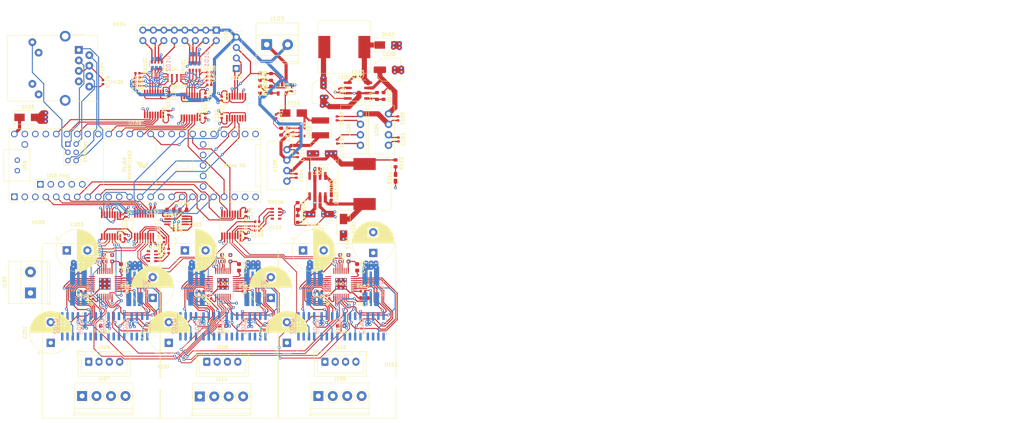
<source format=kicad_pcb>
(kicad_pcb (version 20171130) (host pcbnew 5.1.9)

  (general
    (thickness 1.6)
    (drawings 163)
    (tracks 2684)
    (zones 0)
    (modules 160)
    (nets 215)
  )

  (page USLetter)
  (title_block
    (title "Project Title")
  )

  (layers
    (0 F.Cu signal)
    (1 In1.Cu signal)
    (2 In2.Cu signal)
    (31 B.Cu signal)
    (34 B.Paste user)
    (35 F.Paste user)
    (36 B.SilkS user)
    (37 F.SilkS user)
    (38 B.Mask user)
    (39 F.Mask user)
    (40 Dwgs.User user)
    (42 Eco1.User user)
    (44 Edge.Cuts user)
    (45 Margin user)
    (46 B.CrtYd user)
    (47 F.CrtYd user)
    (48 B.Fab user)
    (49 F.Fab user)
  )

  (setup
    (last_trace_width 0.3)
    (user_trace_width 0.1524)
    (user_trace_width 0.2)
    (user_trace_width 0.25)
    (user_trace_width 0.3)
    (user_trace_width 0.5)
    (user_trace_width 0.75)
    (user_trace_width 1.25)
    (trace_clearance 0.1524)
    (zone_clearance 0.25)
    (zone_45_only no)
    (trace_min 0.1524)
    (via_size 0.6858)
    (via_drill 0.3302)
    (via_min_size 0.6858)
    (via_min_drill 0.3302)
    (user_via 0.6858 0.3302)
    (user_via 0.762 0.4064)
    (user_via 0.8636 0.508)
    (uvia_size 0.6858)
    (uvia_drill 0.3302)
    (uvias_allowed no)
    (uvia_min_size 0)
    (uvia_min_drill 0)
    (edge_width 0.1524)
    (segment_width 0.1524)
    (pcb_text_width 0.1524)
    (pcb_text_size 1.016 1.016)
    (mod_edge_width 0.1524)
    (mod_text_size 1.016 1.016)
    (mod_text_width 0.1524)
    (pad_size 1.524 1.524)
    (pad_drill 0.762)
    (pad_to_mask_clearance 0.0508)
    (solder_mask_min_width 0.1016)
    (pad_to_paste_clearance -0.0762)
    (aux_axis_origin 0 0)
    (visible_elements FFFFDF7D)
    (pcbplotparams
      (layerselection 0x310fc_ffffffff)
      (usegerberextensions true)
      (usegerberattributes false)
      (usegerberadvancedattributes false)
      (creategerberjobfile false)
      (excludeedgelayer true)
      (linewidth 0.100000)
      (plotframeref false)
      (viasonmask false)
      (mode 1)
      (useauxorigin false)
      (hpglpennumber 1)
      (hpglpenspeed 20)
      (hpglpendiameter 15.000000)
      (psnegative false)
      (psa4output false)
      (plotreference true)
      (plotvalue true)
      (plotinvisibletext false)
      (padsonsilk false)
      (subtractmaskfromsilk false)
      (outputformat 1)
      (mirror false)
      (drillshape 0)
      (scaleselection 1)
      (outputdirectory "cnc-gerbers"))
  )

  (net 0 "")
  (net 1 GND)
  (net 2 GND1)
  (net 3 /5V_ISO)
  (net 4 /GRST)
  (net 5 /FEED_HOLD)
  (net 6 /CYCLE_START)
  (net 7 /PROBE)
  (net 8 /XLIMIT)
  (net 9 /ZLIMIT)
  (net 10 /YLIMIT)
  (net 11 "Net-(C128-Pad1)")
  (net 12 /VM)
  (net 13 "Net-(C205-Pad2)")
  (net 14 "Net-(C305-Pad2)")
  (net 15 "Net-(C405-Pad2)")
  (net 16 "Net-(D103-Pad1)")
  (net 17 "Net-(D104-Pad1)")
  (net 18 "Net-(D106-Pad1)")
  (net 19 "Net-(D107-Pad1)")
  (net 20 "Net-(D108-Pad1)")
  (net 21 "Net-(D109-Pad1)")
  (net 22 /X/B-)
  (net 23 /X/B+)
  (net 24 /X/A-)
  (net 25 /X/A+)
  (net 26 /Y/B-)
  (net 27 /Y/B+)
  (net 28 /Y/A-)
  (net 29 /Y/A+)
  (net 30 /Z/B-)
  (net 31 /Z/B+)
  (net 32 /Z/A-)
  (net 33 /Z/A+)
  (net 34 /SPINDLE_PWM_ISO)
  (net 35 /X/LB1)
  (net 36 "Net-(Q201-Pad3)")
  (net 37 /X/HB1)
  (net 38 /X/LA1)
  (net 39 "Net-(Q202-Pad3)")
  (net 40 /X/HA1)
  (net 41 /X/LB2)
  (net 42 /X/HB2)
  (net 43 /X/LA2)
  (net 44 /X/HA2)
  (net 45 /Z/LB1)
  (net 46 "Net-(Q301-Pad3)")
  (net 47 /Z/HB1)
  (net 48 /Z/LA1)
  (net 49 "Net-(Q302-Pad3)")
  (net 50 /Z/HA1)
  (net 51 /Z/LB2)
  (net 52 /Z/HB2)
  (net 53 /Z/LA2)
  (net 54 /Z/HA2)
  (net 55 /Y/LB1)
  (net 56 "Net-(Q401-Pad3)")
  (net 57 /Y/HB1)
  (net 58 /Y/LA1)
  (net 59 "Net-(Q402-Pad3)")
  (net 60 /Y/HA1)
  (net 61 /Y/LB2)
  (net 62 /Y/HB2)
  (net 63 /Y/LA2)
  (net 64 /Y/HA2)
  (net 65 /SPINDLE_PWM)
  (net 66 /X/SRB)
  (net 67 /X/SRA)
  (net 68 /Z/SRA)
  (net 69 /Z/SRB)
  (net 70 /Y/SRA)
  (net 71 /Y/SRB)
  (net 72 /TMC_SCK)
  (net 73 /TMC_SDO)
  (net 74 /TMC_SDI)
  (net 75 /X_STEP)
  (net 76 /X_DIR)
  (net 77 /Y_STEP)
  (net 78 /Y_DIR)
  (net 79 /Z_STEP)
  (net 80 /Z_DIR)
  (net 81 /Y/SDI)
  (net 82 "Net-(U201-Pad26)")
  (net 83 "Net-(U201-Pad27)")
  (net 84 /Z/SDI)
  (net 85 "Net-(U301-Pad26)")
  (net 86 "Net-(U301-Pad27)")
  (net 87 "Net-(U401-Pad26)")
  (net 88 "Net-(U401-Pad27)")
  (net 89 "Net-(C105-Pad1)")
  (net 90 /10V)
  (net 91 "Net-(C107-Pad1)")
  (net 92 "Net-(C108-Pad2)")
  (net 93 "Net-(C108-Pad1)")
  (net 94 "Net-(C109-Pad2)")
  (net 95 GND2)
  (net 96 /5V_ISO2)
  (net 97 "Net-(C113-Pad2)")
  (net 98 "Net-(C113-Pad1)")
  (net 99 /5V)
  (net 100 /FEED_HOLD_F)
  (net 101 /CYCLE_START_F)
  (net 102 /RESET_F)
  (net 103 /SAFETY_DOOR_F)
  (net 104 /XLIMIT_F)
  (net 105 /YLIMIT_F)
  (net 106 /Z_LIMIT_F)
  (net 107 /PROBE_F)
  (net 108 /3V3)
  (net 109 "Net-(C138-Pad1)")
  (net 110 /12V_ISO2)
  (net 111 "Net-(C140-Pad2)")
  (net 112 "Net-(C140-Pad1)")
  (net 113 "Net-(C208-Pad1)")
  (net 114 "Net-(C308-Pad1)")
  (net 115 "Net-(C408-Pad1)")
  (net 116 "Net-(D105-Pad1)")
  (net 117 "Net-(D110-Pad2)")
  (net 118 "Net-(D111-Pad2)")
  (net 119 /SAFETY_DOOR)
  (net 120 /SPINDLE_EN_ISO)
  (net 121 /SPINDLE_DIR_ISO)
  (net 122 /ETH_LED)
  (net 123 "Net-(J104-PadL2)")
  (net 124 "Net-(J104-PadL1)")
  (net 125 "Net-(J104-PadR7)")
  (net 126 /ETH_RX-)
  (net 127 /ETH_RX+)
  (net 128 /ETH_TX-)
  (net 129 /ETH_TX+)
  (net 130 "Net-(R101-Pad2)")
  (net 131 "Net-(R103-Pad2)")
  (net 132 /EEPROM_SDA)
  (net 133 /EEPROM_SCL)
  (net 134 "Net-(R110-Pad2)")
  (net 135 "Net-(RN106-Pad5)")
  (net 136 "Net-(U109-Pad66)")
  (net 137 "Net-(U109-Pad67)")
  (net 138 "Net-(U109-Pad54)")
  (net 139 "Net-(U109-Pad53)")
  (net 140 "Net-(U109-Pad51)")
  (net 141 "Net-(U109-Pad50)")
  (net 142 /TEENSY_SDI)
  (net 143 /TEENSY_SCK)
  (net 144 /TEENSY_CSN)
  (net 145 "Net-(U109-Pad15)")
  (net 146 /SPINDLE_EN)
  (net 147 /TEENSY_SAFETY_DOOR)
  (net 148 "Net-(U109-Pad22)")
  (net 149 "Net-(U109-Pad23)")
  (net 150 "Net-(U109-Pad24)")
  (net 151 "Net-(U109-Pad25)")
  (net 152 "Net-(U109-Pad26)")
  (net 153 "Net-(U109-Pad27)")
  (net 154 "Net-(U109-Pad28)")
  (net 155 "Net-(U109-Pad29)")
  (net 156 "Net-(U109-Pad30)")
  (net 157 /TEENSY_ZENABLE)
  (net 158 /TEENSY_YENABLE)
  (net 159 "Net-(U109-Pad33)")
  (net 160 /SPINDLE_DIR)
  (net 161 /TEENSY_XENABLE)
  (net 162 "Net-(U109-Pad11)")
  (net 163 "Net-(U109-Pad10)")
  (net 164 /TEENSY_ZDIR)
  (net 165 /TEENSY_ZSTEP)
  (net 166 /TEENSY_YDIR)
  (net 167 /TEENSY_YSTEP)
  (net 168 /TEENSY_XDIR)
  (net 169 /TEENSY_XSTEP)
  (net 170 "Net-(U109-Pad3)")
  (net 171 "Net-(U109-Pad2)")
  (net 172 /TEENSY_RESET)
  (net 173 /TEENSY_PROBE)
  (net 174 /TEENSY_FEED_HOLD)
  (net 175 /TEENSY_CYCLE_START)
  (net 176 "Net-(U109-Pad40)")
  (net 177 "Net-(U109-Pad41)")
  (net 178 /TEENSY_XLIMIT)
  (net 179 /TEENSY_YLIMIT)
  (net 180 /TEENSY_ZLIMIT)
  (net 181 "Net-(U109-Pad45)")
  (net 182 "Net-(U109-Pad55)")
  (net 183 "Net-(U109-Pad56)")
  (net 184 "Net-(U109-Pad57)")
  (net 185 "Net-(U109-Pad58)")
  (net 186 "Net-(U109-Pad49)")
  (net 187 "Net-(U110-Pad7)")
  (net 188 "Net-(U111-Pad7)")
  (net 189 "Net-(U112-Pad11)")
  (net 190 "Net-(U112-Pad7)")
  (net 191 "Net-(U112-Pad6)")
  (net 192 /TMC_CSN)
  (net 193 /X_EN)
  (net 194 "Net-(U113-Pad7)")
  (net 195 /Y_EN)
  (net 196 "Net-(U114-Pad7)")
  (net 197 /Z_EN)
  (net 198 "Net-(U115-Pad7)")
  (net 199 "Net-(U116-Pad6)")
  (net 200 "Net-(R202-Pad2)")
  (net 201 /X/SRBL)
  (net 202 "Net-(R302-Pad2)")
  (net 203 /Z/SRBL)
  (net 204 "Net-(R402-Pad2)")
  (net 205 /Y/SRBL)
  (net 206 "Net-(R201-Pad2)")
  (net 207 /X/SRAL)
  (net 208 "Net-(R301-Pad2)")
  (net 209 /Z/SRAL)
  (net 210 "Net-(R401-Pad2)")
  (net 211 /Y/SRAL)
  (net 212 "Net-(RN106-Pad4)")
  (net 213 "Net-(RN105-Pad5)")
  (net 214 "Net-(RN105-Pad4)")

  (net_class Default "This is the default net class."
    (clearance 0.1524)
    (trace_width 0.1524)
    (via_dia 0.6858)
    (via_drill 0.3302)
    (uvia_dia 0.6858)
    (uvia_drill 0.3302)
    (add_net /10V)
    (add_net /12V_ISO2)
    (add_net /3V3)
    (add_net /5V)
    (add_net /5V_ISO)
    (add_net /5V_ISO2)
    (add_net /CYCLE_START)
    (add_net /CYCLE_START_F)
    (add_net /EEPROM_SCL)
    (add_net /EEPROM_SDA)
    (add_net /ETH_LED)
    (add_net /ETH_RX+)
    (add_net /ETH_RX-)
    (add_net /ETH_TX+)
    (add_net /ETH_TX-)
    (add_net /FEED_HOLD)
    (add_net /FEED_HOLD_F)
    (add_net /GRST)
    (add_net /PROBE)
    (add_net /PROBE_F)
    (add_net /RESET_F)
    (add_net /SAFETY_DOOR)
    (add_net /SAFETY_DOOR_F)
    (add_net /SPINDLE_DIR)
    (add_net /SPINDLE_DIR_ISO)
    (add_net /SPINDLE_EN)
    (add_net /SPINDLE_EN_ISO)
    (add_net /SPINDLE_PWM)
    (add_net /SPINDLE_PWM_ISO)
    (add_net /TEENSY_CSN)
    (add_net /TEENSY_CYCLE_START)
    (add_net /TEENSY_FEED_HOLD)
    (add_net /TEENSY_PROBE)
    (add_net /TEENSY_RESET)
    (add_net /TEENSY_SAFETY_DOOR)
    (add_net /TEENSY_SCK)
    (add_net /TEENSY_SDI)
    (add_net /TEENSY_XDIR)
    (add_net /TEENSY_XENABLE)
    (add_net /TEENSY_XLIMIT)
    (add_net /TEENSY_XSTEP)
    (add_net /TEENSY_YDIR)
    (add_net /TEENSY_YENABLE)
    (add_net /TEENSY_YLIMIT)
    (add_net /TEENSY_YSTEP)
    (add_net /TEENSY_ZDIR)
    (add_net /TEENSY_ZENABLE)
    (add_net /TEENSY_ZLIMIT)
    (add_net /TEENSY_ZSTEP)
    (add_net /TMC_CSN)
    (add_net /TMC_SCK)
    (add_net /TMC_SDI)
    (add_net /TMC_SDO)
    (add_net /VM)
    (add_net /X/A+)
    (add_net /X/A-)
    (add_net /X/B+)
    (add_net /X/B-)
    (add_net /X/HA1)
    (add_net /X/HA2)
    (add_net /X/HB1)
    (add_net /X/HB2)
    (add_net /X/LA1)
    (add_net /X/LA2)
    (add_net /X/LB1)
    (add_net /X/LB2)
    (add_net /X/SRA)
    (add_net /X/SRAL)
    (add_net /X/SRB)
    (add_net /X/SRBL)
    (add_net /XLIMIT)
    (add_net /XLIMIT_F)
    (add_net /X_DIR)
    (add_net /X_EN)
    (add_net /X_STEP)
    (add_net /Y/A+)
    (add_net /Y/A-)
    (add_net /Y/B+)
    (add_net /Y/B-)
    (add_net /Y/HA1)
    (add_net /Y/HA2)
    (add_net /Y/HB1)
    (add_net /Y/HB2)
    (add_net /Y/LA1)
    (add_net /Y/LA2)
    (add_net /Y/LB1)
    (add_net /Y/LB2)
    (add_net /Y/SDI)
    (add_net /Y/SRA)
    (add_net /Y/SRAL)
    (add_net /Y/SRB)
    (add_net /Y/SRBL)
    (add_net /YLIMIT)
    (add_net /YLIMIT_F)
    (add_net /Y_DIR)
    (add_net /Y_EN)
    (add_net /Y_STEP)
    (add_net /Z/A+)
    (add_net /Z/A-)
    (add_net /Z/B+)
    (add_net /Z/B-)
    (add_net /Z/HA1)
    (add_net /Z/HA2)
    (add_net /Z/HB1)
    (add_net /Z/HB2)
    (add_net /Z/LA1)
    (add_net /Z/LA2)
    (add_net /Z/LB1)
    (add_net /Z/LB2)
    (add_net /Z/SDI)
    (add_net /Z/SRA)
    (add_net /Z/SRAL)
    (add_net /Z/SRB)
    (add_net /Z/SRBL)
    (add_net /ZLIMIT)
    (add_net /Z_DIR)
    (add_net /Z_EN)
    (add_net /Z_LIMIT_F)
    (add_net /Z_STEP)
    (add_net GND)
    (add_net GND1)
    (add_net GND2)
    (add_net "Net-(C105-Pad1)")
    (add_net "Net-(C107-Pad1)")
    (add_net "Net-(C108-Pad1)")
    (add_net "Net-(C108-Pad2)")
    (add_net "Net-(C109-Pad2)")
    (add_net "Net-(C113-Pad1)")
    (add_net "Net-(C113-Pad2)")
    (add_net "Net-(C128-Pad1)")
    (add_net "Net-(C138-Pad1)")
    (add_net "Net-(C140-Pad1)")
    (add_net "Net-(C140-Pad2)")
    (add_net "Net-(C205-Pad2)")
    (add_net "Net-(C208-Pad1)")
    (add_net "Net-(C305-Pad2)")
    (add_net "Net-(C308-Pad1)")
    (add_net "Net-(C405-Pad2)")
    (add_net "Net-(C408-Pad1)")
    (add_net "Net-(D103-Pad1)")
    (add_net "Net-(D104-Pad1)")
    (add_net "Net-(D105-Pad1)")
    (add_net "Net-(D106-Pad1)")
    (add_net "Net-(D107-Pad1)")
    (add_net "Net-(D108-Pad1)")
    (add_net "Net-(D109-Pad1)")
    (add_net "Net-(D110-Pad2)")
    (add_net "Net-(D111-Pad2)")
    (add_net "Net-(J104-PadL1)")
    (add_net "Net-(J104-PadL2)")
    (add_net "Net-(J104-PadR7)")
    (add_net "Net-(Q201-Pad3)")
    (add_net "Net-(Q202-Pad3)")
    (add_net "Net-(Q301-Pad3)")
    (add_net "Net-(Q302-Pad3)")
    (add_net "Net-(Q401-Pad3)")
    (add_net "Net-(Q402-Pad3)")
    (add_net "Net-(R101-Pad2)")
    (add_net "Net-(R103-Pad2)")
    (add_net "Net-(R110-Pad2)")
    (add_net "Net-(R201-Pad2)")
    (add_net "Net-(R202-Pad2)")
    (add_net "Net-(R301-Pad2)")
    (add_net "Net-(R302-Pad2)")
    (add_net "Net-(R401-Pad2)")
    (add_net "Net-(R402-Pad2)")
    (add_net "Net-(RN105-Pad4)")
    (add_net "Net-(RN105-Pad5)")
    (add_net "Net-(RN106-Pad4)")
    (add_net "Net-(RN106-Pad5)")
    (add_net "Net-(U109-Pad10)")
    (add_net "Net-(U109-Pad11)")
    (add_net "Net-(U109-Pad15)")
    (add_net "Net-(U109-Pad2)")
    (add_net "Net-(U109-Pad22)")
    (add_net "Net-(U109-Pad23)")
    (add_net "Net-(U109-Pad24)")
    (add_net "Net-(U109-Pad25)")
    (add_net "Net-(U109-Pad26)")
    (add_net "Net-(U109-Pad27)")
    (add_net "Net-(U109-Pad28)")
    (add_net "Net-(U109-Pad29)")
    (add_net "Net-(U109-Pad3)")
    (add_net "Net-(U109-Pad30)")
    (add_net "Net-(U109-Pad33)")
    (add_net "Net-(U109-Pad40)")
    (add_net "Net-(U109-Pad41)")
    (add_net "Net-(U109-Pad45)")
    (add_net "Net-(U109-Pad49)")
    (add_net "Net-(U109-Pad50)")
    (add_net "Net-(U109-Pad51)")
    (add_net "Net-(U109-Pad53)")
    (add_net "Net-(U109-Pad54)")
    (add_net "Net-(U109-Pad55)")
    (add_net "Net-(U109-Pad56)")
    (add_net "Net-(U109-Pad57)")
    (add_net "Net-(U109-Pad58)")
    (add_net "Net-(U109-Pad66)")
    (add_net "Net-(U109-Pad67)")
    (add_net "Net-(U110-Pad7)")
    (add_net "Net-(U111-Pad7)")
    (add_net "Net-(U112-Pad11)")
    (add_net "Net-(U112-Pad6)")
    (add_net "Net-(U112-Pad7)")
    (add_net "Net-(U113-Pad7)")
    (add_net "Net-(U114-Pad7)")
    (add_net "Net-(U115-Pad7)")
    (add_net "Net-(U116-Pad6)")
    (add_net "Net-(U201-Pad26)")
    (add_net "Net-(U201-Pad27)")
    (add_net "Net-(U301-Pad26)")
    (add_net "Net-(U301-Pad27)")
    (add_net "Net-(U401-Pad26)")
    (add_net "Net-(U401-Pad27)")
  )

  (module TerminalBlock_Phoenix:TerminalBlock_Phoenix_MKDS-1,5-2-5.08_1x02_P5.08mm_Horizontal (layer F.Cu) (tedit 5B294EBC) (tstamp 607B1267)
    (at 73.2 47.3)
    (descr "Terminal Block Phoenix MKDS-1,5-2-5.08, 2 pins, pitch 5.08mm, size 10.2x9.8mm^2, drill diamater 1.3mm, pad diameter 2.6mm, see http://www.farnell.com/datasheets/100425.pdf, script-generated using https://github.com/pointhi/kicad-footprint-generator/scripts/TerminalBlock_Phoenix")
    (tags "THT Terminal Block Phoenix MKDS-1,5-2-5.08 pitch 5.08mm size 10.2x9.8mm^2 drill 1.3mm pad 2.6mm")
    (path /61D8B8DC)
    (fp_text reference J105 (at 2.54 -6.26) (layer F.SilkS)
      (effects (font (size 1 1) (thickness 0.15)))
    )
    (fp_text value SPINDLE_OUT (at 2.54 5.66) (layer F.Fab)
      (effects (font (size 1 1) (thickness 0.15)))
    )
    (fp_text user %R (at 2.54 3.2) (layer F.Fab)
      (effects (font (size 1 1) (thickness 0.15)))
    )
    (fp_arc (start 0 0) (end -0.684 1.535) (angle -25) (layer F.SilkS) (width 0.12))
    (fp_arc (start 0 0) (end -1.535 -0.684) (angle -48) (layer F.SilkS) (width 0.12))
    (fp_arc (start 0 0) (end 0.684 -1.535) (angle -48) (layer F.SilkS) (width 0.12))
    (fp_arc (start 0 0) (end 1.535 0.684) (angle -48) (layer F.SilkS) (width 0.12))
    (fp_arc (start 0 0) (end 0 1.68) (angle -24) (layer F.SilkS) (width 0.12))
    (fp_circle (center 0 0) (end 1.5 0) (layer F.Fab) (width 0.1))
    (fp_circle (center 5.08 0) (end 6.58 0) (layer F.Fab) (width 0.1))
    (fp_circle (center 5.08 0) (end 6.76 0) (layer F.SilkS) (width 0.12))
    (fp_line (start -2.54 -5.2) (end 7.62 -5.2) (layer F.Fab) (width 0.1))
    (fp_line (start 7.62 -5.2) (end 7.62 4.6) (layer F.Fab) (width 0.1))
    (fp_line (start 7.62 4.6) (end -2.04 4.6) (layer F.Fab) (width 0.1))
    (fp_line (start -2.04 4.6) (end -2.54 4.1) (layer F.Fab) (width 0.1))
    (fp_line (start -2.54 4.1) (end -2.54 -5.2) (layer F.Fab) (width 0.1))
    (fp_line (start -2.54 4.1) (end 7.62 4.1) (layer F.Fab) (width 0.1))
    (fp_line (start -2.6 4.1) (end 7.68 4.1) (layer F.SilkS) (width 0.12))
    (fp_line (start -2.54 2.6) (end 7.62 2.6) (layer F.Fab) (width 0.1))
    (fp_line (start -2.6 2.6) (end 7.68 2.6) (layer F.SilkS) (width 0.12))
    (fp_line (start -2.54 -2.3) (end 7.62 -2.3) (layer F.Fab) (width 0.1))
    (fp_line (start -2.6 -2.301) (end 7.68 -2.301) (layer F.SilkS) (width 0.12))
    (fp_line (start -2.6 -5.261) (end 7.68 -5.261) (layer F.SilkS) (width 0.12))
    (fp_line (start -2.6 4.66) (end 7.68 4.66) (layer F.SilkS) (width 0.12))
    (fp_line (start -2.6 -5.261) (end -2.6 4.66) (layer F.SilkS) (width 0.12))
    (fp_line (start 7.68 -5.261) (end 7.68 4.66) (layer F.SilkS) (width 0.12))
    (fp_line (start 1.138 -0.955) (end -0.955 1.138) (layer F.Fab) (width 0.1))
    (fp_line (start 0.955 -1.138) (end -1.138 0.955) (layer F.Fab) (width 0.1))
    (fp_line (start 6.218 -0.955) (end 4.126 1.138) (layer F.Fab) (width 0.1))
    (fp_line (start 6.035 -1.138) (end 3.943 0.955) (layer F.Fab) (width 0.1))
    (fp_line (start 6.355 -1.069) (end 6.308 -1.023) (layer F.SilkS) (width 0.12))
    (fp_line (start 4.046 1.239) (end 4.011 1.274) (layer F.SilkS) (width 0.12))
    (fp_line (start 6.15 -1.275) (end 6.115 -1.239) (layer F.SilkS) (width 0.12))
    (fp_line (start 3.853 1.023) (end 3.806 1.069) (layer F.SilkS) (width 0.12))
    (fp_line (start -2.84 4.16) (end -2.84 4.9) (layer F.SilkS) (width 0.12))
    (fp_line (start -2.84 4.9) (end -2.34 4.9) (layer F.SilkS) (width 0.12))
    (fp_line (start -3.04 -5.71) (end -3.04 5.1) (layer F.CrtYd) (width 0.05))
    (fp_line (start -3.04 5.1) (end 8.13 5.1) (layer F.CrtYd) (width 0.05))
    (fp_line (start 8.13 5.1) (end 8.13 -5.71) (layer F.CrtYd) (width 0.05))
    (fp_line (start 8.13 -5.71) (end -3.04 -5.71) (layer F.CrtYd) (width 0.05))
    (pad 2 thru_hole circle (at 5.08 0) (size 2.6 2.6) (drill 1.3) (layers *.Cu *.Mask)
      (net 95 GND2))
    (pad 1 thru_hole rect (at 0 0) (size 2.6 2.6) (drill 1.3) (layers *.Cu *.Mask)
      (net 111 "Net-(C140-Pad2)"))
    (model ${KISYS3DMOD}/TerminalBlock_Phoenix.3dshapes/TerminalBlock_Phoenix_MKDS-1,5-2-5.08_1x02_P5.08mm_Horizontal.wrl
      (at (xyz 0 0 0))
      (scale (xyz 1 1 1))
      (rotate (xyz 0 0 0))
    )
  )

  (module Resistor_SMD:R_Array_Convex_4x0603 (layer F.Cu) (tedit 58E0A8B2) (tstamp 606CAC40)
    (at 75.45 88.3)
    (descr "Chip Resistor Network, ROHM MNR14 (see mnr_g.pdf)")
    (tags "resistor array")
    (path /607C46AD)
    (attr smd)
    (fp_text reference RN106 (at 0 -2.8) (layer F.SilkS)
      (effects (font (size 0.8 0.8) (thickness 0.15)))
    )
    (fp_text value 1kR (at 0 2.8) (layer F.Fab)
      (effects (font (size 1 1) (thickness 0.15)))
    )
    (fp_line (start 1.55 1.85) (end -1.55 1.85) (layer F.CrtYd) (width 0.05))
    (fp_line (start 1.55 1.85) (end 1.55 -1.85) (layer F.CrtYd) (width 0.05))
    (fp_line (start -1.55 -1.85) (end -1.55 1.85) (layer F.CrtYd) (width 0.05))
    (fp_line (start -1.55 -1.85) (end 1.55 -1.85) (layer F.CrtYd) (width 0.05))
    (fp_line (start 0.5 -1.68) (end -0.5 -1.68) (layer F.SilkS) (width 0.1))
    (fp_line (start 0.5 1.68) (end -0.5 1.68) (layer F.SilkS) (width 0.1))
    (fp_line (start -0.8 1.6) (end -0.8 -1.6) (layer F.Fab) (width 0.1))
    (fp_line (start 0.8 1.6) (end -0.8 1.6) (layer F.Fab) (width 0.1))
    (fp_line (start 0.8 -1.6) (end 0.8 1.6) (layer F.Fab) (width 0.1))
    (fp_line (start -0.8 -1.6) (end 0.8 -1.6) (layer F.Fab) (width 0.1))
    (fp_text user %R (at 0 0 90) (layer F.Fab)
      (effects (font (size 0.5 0.5) (thickness 0.075)))
    )
    (pad 5 smd rect (at 0.9 1.2) (size 0.8 0.5) (layers F.Cu F.Paste F.Mask)
      (net 135 "Net-(RN106-Pad5)"))
    (pad 6 smd rect (at 0.9 0.4) (size 0.8 0.4) (layers F.Cu F.Paste F.Mask)
      (net 2 GND1))
    (pad 8 smd rect (at 0.9 -1.2) (size 0.8 0.5) (layers F.Cu F.Paste F.Mask)
      (net 2 GND1))
    (pad 7 smd rect (at 0.9 -0.4) (size 0.8 0.4) (layers F.Cu F.Paste F.Mask)
      (net 2 GND1))
    (pad 4 smd rect (at -0.9 1.2) (size 0.8 0.5) (layers F.Cu F.Paste F.Mask)
      (net 212 "Net-(RN106-Pad4)"))
    (pad 2 smd rect (at -0.9 -0.4) (size 0.8 0.4) (layers F.Cu F.Paste F.Mask)
      (net 20 "Net-(D108-Pad1)"))
    (pad 3 smd rect (at -0.9 0.4) (size 0.8 0.4) (layers F.Cu F.Paste F.Mask)
      (net 21 "Net-(D109-Pad1)"))
    (pad 1 smd rect (at -0.9 -1.2) (size 0.8 0.5) (layers F.Cu F.Paste F.Mask)
      (net 19 "Net-(D107-Pad1)"))
    (model ${KISYS3DMOD}/Resistor_SMD.3dshapes/R_Array_Convex_4x0603.wrl
      (at (xyz 0 0 0))
      (scale (xyz 1 1 1))
      (rotate (xyz 0 0 0))
    )
  )

  (module Resistor_SMD:R_Array_Convex_4x0603 (layer F.Cu) (tedit 58E0A8B2) (tstamp 606CAC29)
    (at 45.45 98.6 180)
    (descr "Chip Resistor Network, ROHM MNR14 (see mnr_g.pdf)")
    (tags "resistor array")
    (path /609D7EC2)
    (attr smd)
    (fp_text reference RN105 (at 0 -2.8) (layer F.SilkS)
      (effects (font (size 0.8 0.8) (thickness 0.15)))
    )
    (fp_text value 1kR (at 0 2.8) (layer F.Fab)
      (effects (font (size 1 1) (thickness 0.15)))
    )
    (fp_line (start 1.55 1.85) (end -1.55 1.85) (layer F.CrtYd) (width 0.05))
    (fp_line (start 1.55 1.85) (end 1.55 -1.85) (layer F.CrtYd) (width 0.05))
    (fp_line (start -1.55 -1.85) (end -1.55 1.85) (layer F.CrtYd) (width 0.05))
    (fp_line (start -1.55 -1.85) (end 1.55 -1.85) (layer F.CrtYd) (width 0.05))
    (fp_line (start 0.5 -1.68) (end -0.5 -1.68) (layer F.SilkS) (width 0.1))
    (fp_line (start 0.5 1.68) (end -0.5 1.68) (layer F.SilkS) (width 0.1))
    (fp_line (start -0.8 1.6) (end -0.8 -1.6) (layer F.Fab) (width 0.1))
    (fp_line (start 0.8 1.6) (end -0.8 1.6) (layer F.Fab) (width 0.1))
    (fp_line (start 0.8 -1.6) (end 0.8 1.6) (layer F.Fab) (width 0.1))
    (fp_line (start -0.8 -1.6) (end 0.8 -1.6) (layer F.Fab) (width 0.1))
    (fp_text user %R (at 0 0 90) (layer F.Fab)
      (effects (font (size 0.5 0.5) (thickness 0.075)))
    )
    (pad 5 smd rect (at 0.9 1.2 180) (size 0.8 0.5) (layers F.Cu F.Paste F.Mask)
      (net 213 "Net-(RN105-Pad5)"))
    (pad 6 smd rect (at 0.9 0.4 180) (size 0.8 0.4) (layers F.Cu F.Paste F.Mask)
      (net 2 GND1))
    (pad 8 smd rect (at 0.9 -1.2 180) (size 0.8 0.5) (layers F.Cu F.Paste F.Mask)
      (net 2 GND1))
    (pad 7 smd rect (at 0.9 -0.4 180) (size 0.8 0.4) (layers F.Cu F.Paste F.Mask)
      (net 2 GND1))
    (pad 4 smd rect (at -0.9 1.2 180) (size 0.8 0.5) (layers F.Cu F.Paste F.Mask)
      (net 214 "Net-(RN105-Pad4)"))
    (pad 2 smd rect (at -0.9 -0.4 180) (size 0.8 0.4) (layers F.Cu F.Paste F.Mask)
      (net 116 "Net-(D105-Pad1)"))
    (pad 3 smd rect (at -0.9 0.4 180) (size 0.8 0.4) (layers F.Cu F.Paste F.Mask)
      (net 18 "Net-(D106-Pad1)"))
    (pad 1 smd rect (at -0.9 -1.2 180) (size 0.8 0.5) (layers F.Cu F.Paste F.Mask)
      (net 17 "Net-(D104-Pad1)"))
    (model ${KISYS3DMOD}/Resistor_SMD.3dshapes/R_Array_Convex_4x0603.wrl
      (at (xyz 0 0 0))
      (scale (xyz 1 1 1))
      (rotate (xyz 0 0 0))
    )
  )

  (module Resistor_SMD:R_Array_Convex_4x0402 (layer F.Cu) (tedit 58E0A8A8) (tstamp 606BA23F)
    (at 49.75 55.4)
    (descr "Chip Resistor Network, ROHM MNR04 (see mnr_g.pdf)")
    (tags "resistor array")
    (path /60DDC872)
    (attr smd)
    (fp_text reference RN104 (at 0 -2.1) (layer F.SilkS)
      (effects (font (size 0.8 0.8) (thickness 0.15)))
    )
    (fp_text value 100kR (at 0 2.1) (layer F.Fab)
      (effects (font (size 1 1) (thickness 0.15)))
    )
    (fp_line (start -0.5 -1) (end 0.5 -1) (layer F.Fab) (width 0.1))
    (fp_line (start 0.5 -1) (end 0.5 1) (layer F.Fab) (width 0.1))
    (fp_line (start 0.5 1) (end -0.5 1) (layer F.Fab) (width 0.1))
    (fp_line (start -0.5 1) (end -0.5 -1) (layer F.Fab) (width 0.1))
    (fp_line (start 0.25 -1.18) (end -0.25 -1.18) (layer F.SilkS) (width 0.1))
    (fp_line (start 0.25 1.18) (end -0.25 1.18) (layer F.SilkS) (width 0.1))
    (fp_line (start -1 -1.25) (end 1 -1.25) (layer F.CrtYd) (width 0.05))
    (fp_line (start -1 -1.25) (end -1 1.25) (layer F.CrtYd) (width 0.05))
    (fp_line (start 1 1.25) (end 1 -1.25) (layer F.CrtYd) (width 0.05))
    (fp_line (start 1 1.25) (end -1 1.25) (layer F.CrtYd) (width 0.05))
    (fp_text user %R (at 0 0 90) (layer F.Fab)
      (effects (font (size 0.5 0.5) (thickness 0.075)))
    )
    (pad 5 smd rect (at 0.5 0.75) (size 0.5 0.4) (layers F.Cu F.Paste F.Mask)
      (net 96 /5V_ISO2))
    (pad 6 smd rect (at 0.5 0.25) (size 0.5 0.3) (layers F.Cu F.Paste F.Mask)
      (net 96 /5V_ISO2))
    (pad 8 smd rect (at 0.5 -0.75) (size 0.5 0.4) (layers F.Cu F.Paste F.Mask)
      (net 96 /5V_ISO2))
    (pad 7 smd rect (at 0.5 -0.25) (size 0.5 0.3) (layers F.Cu F.Paste F.Mask)
      (net 96 /5V_ISO2))
    (pad 4 smd rect (at -0.5 0.75) (size 0.5 0.4) (layers F.Cu F.Paste F.Mask)
      (net 101 /CYCLE_START_F))
    (pad 2 smd rect (at -0.5 -0.25) (size 0.5 0.3) (layers F.Cu F.Paste F.Mask)
      (net 105 /YLIMIT_F))
    (pad 3 smd rect (at -0.5 0.25) (size 0.5 0.3) (layers F.Cu F.Paste F.Mask)
      (net 104 /XLIMIT_F))
    (pad 1 smd rect (at -0.5 -0.75) (size 0.5 0.4) (layers F.Cu F.Paste F.Mask)
      (net 106 /Z_LIMIT_F))
    (model ${KISYS3DMOD}/Resistor_SMD.3dshapes/R_Array_Convex_4x0402.wrl
      (at (xyz 0 0 0))
      (scale (xyz 1 1 1))
      (rotate (xyz 0 0 0))
    )
  )

  (module Resistor_SMD:R_Array_Convex_4x0402 (layer F.Cu) (tedit 58E0A8A8) (tstamp 606BA228)
    (at 51.95 55.4 180)
    (descr "Chip Resistor Network, ROHM MNR04 (see mnr_g.pdf)")
    (tags "resistor array")
    (path /60B59FA5)
    (attr smd)
    (fp_text reference RN103 (at 0 -2.1) (layer F.SilkS)
      (effects (font (size 0.8 0.8) (thickness 0.15)))
    )
    (fp_text value 100kR (at 0 2.1) (layer F.Fab)
      (effects (font (size 1 1) (thickness 0.15)))
    )
    (fp_line (start -0.5 -1) (end 0.5 -1) (layer F.Fab) (width 0.1))
    (fp_line (start 0.5 -1) (end 0.5 1) (layer F.Fab) (width 0.1))
    (fp_line (start 0.5 1) (end -0.5 1) (layer F.Fab) (width 0.1))
    (fp_line (start -0.5 1) (end -0.5 -1) (layer F.Fab) (width 0.1))
    (fp_line (start 0.25 -1.18) (end -0.25 -1.18) (layer F.SilkS) (width 0.1))
    (fp_line (start 0.25 1.18) (end -0.25 1.18) (layer F.SilkS) (width 0.1))
    (fp_line (start -1 -1.25) (end 1 -1.25) (layer F.CrtYd) (width 0.05))
    (fp_line (start -1 -1.25) (end -1 1.25) (layer F.CrtYd) (width 0.05))
    (fp_line (start 1 1.25) (end 1 -1.25) (layer F.CrtYd) (width 0.05))
    (fp_line (start 1 1.25) (end -1 1.25) (layer F.CrtYd) (width 0.05))
    (fp_text user %R (at 0 0 90) (layer F.Fab)
      (effects (font (size 0.5 0.5) (thickness 0.075)))
    )
    (pad 5 smd rect (at 0.5 0.75 180) (size 0.5 0.4) (layers F.Cu F.Paste F.Mask)
      (net 96 /5V_ISO2))
    (pad 6 smd rect (at 0.5 0.25 180) (size 0.5 0.3) (layers F.Cu F.Paste F.Mask)
      (net 96 /5V_ISO2))
    (pad 8 smd rect (at 0.5 -0.75 180) (size 0.5 0.4) (layers F.Cu F.Paste F.Mask)
      (net 96 /5V_ISO2))
    (pad 7 smd rect (at 0.5 -0.25 180) (size 0.5 0.3) (layers F.Cu F.Paste F.Mask)
      (net 96 /5V_ISO2))
    (pad 4 smd rect (at -0.5 0.75 180) (size 0.5 0.4) (layers F.Cu F.Paste F.Mask)
      (net 103 /SAFETY_DOOR_F))
    (pad 2 smd rect (at -0.5 -0.25 180) (size 0.5 0.3) (layers F.Cu F.Paste F.Mask)
      (net 107 /PROBE_F))
    (pad 3 smd rect (at -0.5 0.25 180) (size 0.5 0.3) (layers F.Cu F.Paste F.Mask)
      (net 102 /RESET_F))
    (pad 1 smd rect (at -0.5 -0.75 180) (size 0.5 0.4) (layers F.Cu F.Paste F.Mask)
      (net 100 /FEED_HOLD_F))
    (model ${KISYS3DMOD}/Resistor_SMD.3dshapes/R_Array_Convex_4x0402.wrl
      (at (xyz 0 0 0))
      (scale (xyz 1 1 1))
      (rotate (xyz 0 0 0))
    )
  )

  (module Resistor_SMD:R_Array_Convex_4x0603 (layer F.Cu) (tedit 58E0A8B2) (tstamp 606BA211)
    (at 46.6 52.4 90)
    (descr "Chip Resistor Network, ROHM MNR14 (see mnr_g.pdf)")
    (tags "resistor array")
    (path /60EB1F4C)
    (attr smd)
    (fp_text reference RN102 (at 0 -2.8 90) (layer F.SilkS)
      (effects (font (size 0.8 0.8) (thickness 0.15)))
    )
    (fp_text value 1kR (at 0 2.8 90) (layer F.Fab)
      (effects (font (size 1 1) (thickness 0.15)))
    )
    (fp_line (start -0.8 -1.6) (end 0.8 -1.6) (layer F.Fab) (width 0.1))
    (fp_line (start 0.8 -1.6) (end 0.8 1.6) (layer F.Fab) (width 0.1))
    (fp_line (start 0.8 1.6) (end -0.8 1.6) (layer F.Fab) (width 0.1))
    (fp_line (start -0.8 1.6) (end -0.8 -1.6) (layer F.Fab) (width 0.1))
    (fp_line (start 0.5 1.68) (end -0.5 1.68) (layer F.SilkS) (width 0.1))
    (fp_line (start 0.5 -1.68) (end -0.5 -1.68) (layer F.SilkS) (width 0.1))
    (fp_line (start -1.55 -1.85) (end 1.55 -1.85) (layer F.CrtYd) (width 0.05))
    (fp_line (start -1.55 -1.85) (end -1.55 1.85) (layer F.CrtYd) (width 0.05))
    (fp_line (start 1.55 1.85) (end 1.55 -1.85) (layer F.CrtYd) (width 0.05))
    (fp_line (start 1.55 1.85) (end -1.55 1.85) (layer F.CrtYd) (width 0.05))
    (fp_text user %R (at 0 0) (layer F.Fab)
      (effects (font (size 0.5 0.5) (thickness 0.075)))
    )
    (pad 5 smd rect (at 0.9 1.2 90) (size 0.8 0.5) (layers F.Cu F.Paste F.Mask)
      (net 6 /CYCLE_START))
    (pad 6 smd rect (at 0.9 0.4 90) (size 0.8 0.4) (layers F.Cu F.Paste F.Mask)
      (net 8 /XLIMIT))
    (pad 8 smd rect (at 0.9 -1.2 90) (size 0.8 0.5) (layers F.Cu F.Paste F.Mask)
      (net 9 /ZLIMIT))
    (pad 7 smd rect (at 0.9 -0.4 90) (size 0.8 0.4) (layers F.Cu F.Paste F.Mask)
      (net 10 /YLIMIT))
    (pad 4 smd rect (at -0.9 1.2 90) (size 0.8 0.5) (layers F.Cu F.Paste F.Mask)
      (net 101 /CYCLE_START_F))
    (pad 2 smd rect (at -0.9 -0.4 90) (size 0.8 0.4) (layers F.Cu F.Paste F.Mask)
      (net 105 /YLIMIT_F))
    (pad 3 smd rect (at -0.9 0.4 90) (size 0.8 0.4) (layers F.Cu F.Paste F.Mask)
      (net 104 /XLIMIT_F))
    (pad 1 smd rect (at -0.9 -1.2 90) (size 0.8 0.5) (layers F.Cu F.Paste F.Mask)
      (net 106 /Z_LIMIT_F))
    (model ${KISYS3DMOD}/Resistor_SMD.3dshapes/R_Array_Convex_4x0603.wrl
      (at (xyz 0 0 0))
      (scale (xyz 1 1 1))
      (rotate (xyz 0 0 0))
    )
  )

  (module Resistor_SMD:R_Array_Convex_4x0603 (layer F.Cu) (tedit 58E0A8B2) (tstamp 606BA1FA)
    (at 55.75 52.65 90)
    (descr "Chip Resistor Network, ROHM MNR14 (see mnr_g.pdf)")
    (tags "resistor array")
    (path /60F87852)
    (attr smd)
    (fp_text reference RN101 (at 0 -2.8 90) (layer F.SilkS)
      (effects (font (size 0.8 0.8) (thickness 0.15)))
    )
    (fp_text value 1kR (at 0 2.8 90) (layer F.Fab)
      (effects (font (size 1 1) (thickness 0.15)))
    )
    (fp_line (start -0.8 -1.6) (end 0.8 -1.6) (layer F.Fab) (width 0.1))
    (fp_line (start 0.8 -1.6) (end 0.8 1.6) (layer F.Fab) (width 0.1))
    (fp_line (start 0.8 1.6) (end -0.8 1.6) (layer F.Fab) (width 0.1))
    (fp_line (start -0.8 1.6) (end -0.8 -1.6) (layer F.Fab) (width 0.1))
    (fp_line (start 0.5 1.68) (end -0.5 1.68) (layer F.SilkS) (width 0.1))
    (fp_line (start 0.5 -1.68) (end -0.5 -1.68) (layer F.SilkS) (width 0.1))
    (fp_line (start -1.55 -1.85) (end 1.55 -1.85) (layer F.CrtYd) (width 0.05))
    (fp_line (start -1.55 -1.85) (end -1.55 1.85) (layer F.CrtYd) (width 0.05))
    (fp_line (start 1.55 1.85) (end 1.55 -1.85) (layer F.CrtYd) (width 0.05))
    (fp_line (start 1.55 1.85) (end -1.55 1.85) (layer F.CrtYd) (width 0.05))
    (fp_text user %R (at 0 0) (layer F.Fab)
      (effects (font (size 0.5 0.5) (thickness 0.075)))
    )
    (pad 5 smd rect (at 0.9 1.2 90) (size 0.8 0.5) (layers F.Cu F.Paste F.Mask)
      (net 119 /SAFETY_DOOR))
    (pad 6 smd rect (at 0.9 0.4 90) (size 0.8 0.4) (layers F.Cu F.Paste F.Mask)
      (net 4 /GRST))
    (pad 8 smd rect (at 0.9 -1.2 90) (size 0.8 0.5) (layers F.Cu F.Paste F.Mask)
      (net 5 /FEED_HOLD))
    (pad 7 smd rect (at 0.9 -0.4 90) (size 0.8 0.4) (layers F.Cu F.Paste F.Mask)
      (net 7 /PROBE))
    (pad 4 smd rect (at -0.9 1.2 90) (size 0.8 0.5) (layers F.Cu F.Paste F.Mask)
      (net 103 /SAFETY_DOOR_F))
    (pad 2 smd rect (at -0.9 -0.4 90) (size 0.8 0.4) (layers F.Cu F.Paste F.Mask)
      (net 107 /PROBE_F))
    (pad 3 smd rect (at -0.9 0.4 90) (size 0.8 0.4) (layers F.Cu F.Paste F.Mask)
      (net 102 /RESET_F))
    (pad 1 smd rect (at -0.9 -1.2 90) (size 0.8 0.5) (layers F.Cu F.Paste F.Mask)
      (net 100 /FEED_HOLD_F))
    (model ${KISYS3DMOD}/Resistor_SMD.3dshapes/R_Array_Convex_4x0603.wrl
      (at (xyz 0 0 0))
      (scale (xyz 1 1 1))
      (rotate (xyz 0 0 0))
    )
  )

  (module cnc-controller:R_2512_6332Metric_Sense (layer B.Cu) (tedit 6069ACE8) (tstamp 606C015A)
    (at 98.4 106.5 90)
    (descr "Resistor SMD 2512 (6332 Metric), square (rectangular) end terminal, IPC_7351 nominal, (Body size source: IPC-SM-782 page 72, https://www.pcb-3d.com/wordpress/wp-content/uploads/ipc-sm-782a_amendment_1_and_2.pdf), generated with kicad-footprint-generator")
    (tags resistor)
    (path /5FFE73A4/60B06002)
    (attr smd)
    (fp_text reference R404 (at -0.01 2.89 90) (layer B.SilkS)
      (effects (font (size 1 1) (thickness 0.15)) (justify mirror))
    )
    (fp_text value "75 mR 1W" (at 0 -2.62 90) (layer B.Fab)
      (effects (font (size 1 1) (thickness 0.15)) (justify mirror))
    )
    (fp_line (start 3.82 -1.92) (end -3.82 -1.92) (layer B.CrtYd) (width 0.05))
    (fp_line (start 3.82 1.92) (end 3.82 -1.92) (layer B.CrtYd) (width 0.05))
    (fp_line (start -3.82 1.92) (end 3.82 1.92) (layer B.CrtYd) (width 0.05))
    (fp_line (start -3.82 -1.92) (end -3.82 1.92) (layer B.CrtYd) (width 0.05))
    (fp_line (start -2.177064 -2.1) (end 2.177064 -2.1) (layer B.SilkS) (width 0.12))
    (fp_line (start -2.177064 2.1) (end 2.177064 2.1) (layer B.SilkS) (width 0.12))
    (fp_line (start 3.15 -1.6) (end -3.15 -1.6) (layer B.Fab) (width 0.1))
    (fp_line (start 3.15 1.6) (end 3.15 -1.6) (layer B.Fab) (width 0.1))
    (fp_line (start -3.15 1.6) (end 3.15 1.6) (layer B.Fab) (width 0.1))
    (fp_line (start -3.15 -1.6) (end -3.15 1.6) (layer B.Fab) (width 0.1))
    (fp_text user %R (at 0 0 90) (layer B.Fab)
      (effects (font (size 1 1) (thickness 0.15)) (justify mirror))
    )
    (pad 4 smd roundrect (at 2.5 1.4 90) (size 3.4 1.2) (layers B.Cu B.Paste B.Mask) (roundrect_rratio 0.164)
      (net 2 GND1))
    (pad 4 smd roundrect (at 2.5 -1.4 90) (size 3.4 1.2) (layers B.Cu B.Paste B.Mask) (roundrect_rratio 0.164)
      (net 2 GND1))
    (pad 3 smd roundrect (at 2.5 0 90) (size 3.4 0.6) (layers B.Cu B.Paste B.Mask) (roundrect_rratio 0.164)
      (net 203 /Z/SRBL))
    (pad 1 smd roundrect (at -2.5 -1.4 90) (size 3.4 1.2) (layers B.Cu B.Paste B.Mask) (roundrect_rratio 0.164)
      (net 56 "Net-(Q401-Pad3)"))
    (pad 1 smd roundrect (at -2.5 1.4 90) (size 3.4 1.2) (layers B.Cu B.Paste B.Mask) (roundrect_rratio 0.164)
      (net 56 "Net-(Q401-Pad3)"))
    (pad 2 smd roundrect (at -2.5 0 90) (size 3.4 0.6) (layers B.Cu B.Paste B.Mask) (roundrect_rratio 0.164)
      (net 204 "Net-(R402-Pad2)"))
    (model ${KISYS3DMOD}/Resistor_SMD.3dshapes/R_2512_6332Metric.wrl
      (at (xyz 0 0 0))
      (scale (xyz 1 1 1))
      (rotate (xyz 0 0 0))
    )
  )

  (module cnc-controller:R_2512_6332Metric_Sense (layer B.Cu) (tedit 6069ACE8) (tstamp 606C00DD)
    (at 69.8 106.5 90)
    (descr "Resistor SMD 2512 (6332 Metric), square (rectangular) end terminal, IPC_7351 nominal, (Body size source: IPC-SM-782 page 72, https://www.pcb-3d.com/wordpress/wp-content/uploads/ipc-sm-782a_amendment_1_and_2.pdf), generated with kicad-footprint-generator")
    (tags resistor)
    (path /5FFE8631/60B06002)
    (attr smd)
    (fp_text reference R304 (at -0.01 2.89 90) (layer B.SilkS)
      (effects (font (size 1 1) (thickness 0.15)) (justify mirror))
    )
    (fp_text value "75 mR 1W" (at 0 -2.62 90) (layer B.Fab)
      (effects (font (size 1 1) (thickness 0.15)) (justify mirror))
    )
    (fp_line (start 3.82 -1.92) (end -3.82 -1.92) (layer B.CrtYd) (width 0.05))
    (fp_line (start 3.82 1.92) (end 3.82 -1.92) (layer B.CrtYd) (width 0.05))
    (fp_line (start -3.82 1.92) (end 3.82 1.92) (layer B.CrtYd) (width 0.05))
    (fp_line (start -3.82 -1.92) (end -3.82 1.92) (layer B.CrtYd) (width 0.05))
    (fp_line (start -2.177064 -2.1) (end 2.177064 -2.1) (layer B.SilkS) (width 0.12))
    (fp_line (start -2.177064 2.1) (end 2.177064 2.1) (layer B.SilkS) (width 0.12))
    (fp_line (start 3.15 -1.6) (end -3.15 -1.6) (layer B.Fab) (width 0.1))
    (fp_line (start 3.15 1.6) (end 3.15 -1.6) (layer B.Fab) (width 0.1))
    (fp_line (start -3.15 1.6) (end 3.15 1.6) (layer B.Fab) (width 0.1))
    (fp_line (start -3.15 -1.6) (end -3.15 1.6) (layer B.Fab) (width 0.1))
    (fp_text user %R (at 0 0 90) (layer B.Fab)
      (effects (font (size 1 1) (thickness 0.15)) (justify mirror))
    )
    (pad 4 smd roundrect (at 2.5 1.4 90) (size 3.4 1.2) (layers B.Cu B.Paste B.Mask) (roundrect_rratio 0.164)
      (net 2 GND1))
    (pad 4 smd roundrect (at 2.5 -1.4 90) (size 3.4 1.2) (layers B.Cu B.Paste B.Mask) (roundrect_rratio 0.164)
      (net 2 GND1))
    (pad 3 smd roundrect (at 2.5 0 90) (size 3.4 0.6) (layers B.Cu B.Paste B.Mask) (roundrect_rratio 0.164)
      (net 205 /Y/SRBL))
    (pad 1 smd roundrect (at -2.5 -1.4 90) (size 3.4 1.2) (layers B.Cu B.Paste B.Mask) (roundrect_rratio 0.164)
      (net 46 "Net-(Q301-Pad3)"))
    (pad 1 smd roundrect (at -2.5 1.4 90) (size 3.4 1.2) (layers B.Cu B.Paste B.Mask) (roundrect_rratio 0.164)
      (net 46 "Net-(Q301-Pad3)"))
    (pad 2 smd roundrect (at -2.5 0 90) (size 3.4 0.6) (layers B.Cu B.Paste B.Mask) (roundrect_rratio 0.164)
      (net 202 "Net-(R302-Pad2)"))
    (model ${KISYS3DMOD}/Resistor_SMD.3dshapes/R_2512_6332Metric.wrl
      (at (xyz 0 0 0))
      (scale (xyz 1 1 1))
      (rotate (xyz 0 0 0))
    )
  )

  (module cnc-controller:R_2512_6332Metric_Sense (layer B.Cu) (tedit 6069ACE8) (tstamp 606AC18D)
    (at 84.8 106.4 90)
    (descr "Resistor SMD 2512 (6332 Metric), square (rectangular) end terminal, IPC_7351 nominal, (Body size source: IPC-SM-782 page 72, https://www.pcb-3d.com/wordpress/wp-content/uploads/ipc-sm-782a_amendment_1_and_2.pdf), generated with kicad-footprint-generator")
    (tags resistor)
    (path /5FFE73A4/60B35859)
    (attr smd)
    (fp_text reference R403 (at -0.01 2.89 90) (layer B.SilkS)
      (effects (font (size 1 1) (thickness 0.15)) (justify mirror))
    )
    (fp_text value "75 mR 1W" (at 0 -2.62 90) (layer B.Fab)
      (effects (font (size 1 1) (thickness 0.15)) (justify mirror))
    )
    (fp_line (start 3.82 -1.92) (end -3.82 -1.92) (layer B.CrtYd) (width 0.05))
    (fp_line (start 3.82 1.92) (end 3.82 -1.92) (layer B.CrtYd) (width 0.05))
    (fp_line (start -3.82 1.92) (end 3.82 1.92) (layer B.CrtYd) (width 0.05))
    (fp_line (start -3.82 -1.92) (end -3.82 1.92) (layer B.CrtYd) (width 0.05))
    (fp_line (start -2.177064 -2.1) (end 2.177064 -2.1) (layer B.SilkS) (width 0.12))
    (fp_line (start -2.177064 2.1) (end 2.177064 2.1) (layer B.SilkS) (width 0.12))
    (fp_line (start 3.15 -1.6) (end -3.15 -1.6) (layer B.Fab) (width 0.1))
    (fp_line (start 3.15 1.6) (end 3.15 -1.6) (layer B.Fab) (width 0.1))
    (fp_line (start -3.15 1.6) (end 3.15 1.6) (layer B.Fab) (width 0.1))
    (fp_line (start -3.15 -1.6) (end -3.15 1.6) (layer B.Fab) (width 0.1))
    (fp_text user %R (at 0 0 90) (layer B.Fab)
      (effects (font (size 1 1) (thickness 0.15)) (justify mirror))
    )
    (pad 4 smd roundrect (at 2.5 1.4 90) (size 3.4 1.2) (layers B.Cu B.Paste B.Mask) (roundrect_rratio 0.164)
      (net 2 GND1))
    (pad 4 smd roundrect (at 2.5 -1.4 90) (size 3.4 1.2) (layers B.Cu B.Paste B.Mask) (roundrect_rratio 0.164)
      (net 2 GND1))
    (pad 3 smd roundrect (at 2.5 0 90) (size 3.4 0.6) (layers B.Cu B.Paste B.Mask) (roundrect_rratio 0.164)
      (net 209 /Z/SRAL))
    (pad 1 smd roundrect (at -2.5 -1.4 90) (size 3.4 1.2) (layers B.Cu B.Paste B.Mask) (roundrect_rratio 0.164)
      (net 59 "Net-(Q402-Pad3)"))
    (pad 1 smd roundrect (at -2.5 1.4 90) (size 3.4 1.2) (layers B.Cu B.Paste B.Mask) (roundrect_rratio 0.164)
      (net 59 "Net-(Q402-Pad3)"))
    (pad 2 smd roundrect (at -2.5 0 90) (size 3.4 0.6) (layers B.Cu B.Paste B.Mask) (roundrect_rratio 0.164)
      (net 210 "Net-(R401-Pad2)"))
    (model ${KISYS3DMOD}/Resistor_SMD.3dshapes/R_2512_6332Metric.wrl
      (at (xyz 0 0 0))
      (scale (xyz 1 1 1))
      (rotate (xyz 0 0 0))
    )
  )

  (module cnc-controller:R_2512_6332Metric_Sense (layer B.Cu) (tedit 6069ACE8) (tstamp 606AC110)
    (at 56.2 106.4 90)
    (descr "Resistor SMD 2512 (6332 Metric), square (rectangular) end terminal, IPC_7351 nominal, (Body size source: IPC-SM-782 page 72, https://www.pcb-3d.com/wordpress/wp-content/uploads/ipc-sm-782a_amendment_1_and_2.pdf), generated with kicad-footprint-generator")
    (tags resistor)
    (path /5FFE8631/60B35859)
    (attr smd)
    (fp_text reference R303 (at -0.01 2.89 90) (layer B.SilkS)
      (effects (font (size 1 1) (thickness 0.15)) (justify mirror))
    )
    (fp_text value "75 mR 1W" (at 0 -2.62 90) (layer B.Fab)
      (effects (font (size 1 1) (thickness 0.15)) (justify mirror))
    )
    (fp_line (start 3.82 -1.92) (end -3.82 -1.92) (layer B.CrtYd) (width 0.05))
    (fp_line (start 3.82 1.92) (end 3.82 -1.92) (layer B.CrtYd) (width 0.05))
    (fp_line (start -3.82 1.92) (end 3.82 1.92) (layer B.CrtYd) (width 0.05))
    (fp_line (start -3.82 -1.92) (end -3.82 1.92) (layer B.CrtYd) (width 0.05))
    (fp_line (start -2.177064 -2.1) (end 2.177064 -2.1) (layer B.SilkS) (width 0.12))
    (fp_line (start -2.177064 2.1) (end 2.177064 2.1) (layer B.SilkS) (width 0.12))
    (fp_line (start 3.15 -1.6) (end -3.15 -1.6) (layer B.Fab) (width 0.1))
    (fp_line (start 3.15 1.6) (end 3.15 -1.6) (layer B.Fab) (width 0.1))
    (fp_line (start -3.15 1.6) (end 3.15 1.6) (layer B.Fab) (width 0.1))
    (fp_line (start -3.15 -1.6) (end -3.15 1.6) (layer B.Fab) (width 0.1))
    (fp_text user %R (at 0 0 90) (layer B.Fab)
      (effects (font (size 1 1) (thickness 0.15)) (justify mirror))
    )
    (pad 4 smd roundrect (at 2.5 1.4 90) (size 3.4 1.2) (layers B.Cu B.Paste B.Mask) (roundrect_rratio 0.164)
      (net 2 GND1))
    (pad 4 smd roundrect (at 2.5 -1.4 90) (size 3.4 1.2) (layers B.Cu B.Paste B.Mask) (roundrect_rratio 0.164)
      (net 2 GND1))
    (pad 3 smd roundrect (at 2.5 0 90) (size 3.4 0.6) (layers B.Cu B.Paste B.Mask) (roundrect_rratio 0.164)
      (net 211 /Y/SRAL))
    (pad 1 smd roundrect (at -2.5 -1.4 90) (size 3.4 1.2) (layers B.Cu B.Paste B.Mask) (roundrect_rratio 0.164)
      (net 49 "Net-(Q302-Pad3)"))
    (pad 1 smd roundrect (at -2.5 1.4 90) (size 3.4 1.2) (layers B.Cu B.Paste B.Mask) (roundrect_rratio 0.164)
      (net 49 "Net-(Q302-Pad3)"))
    (pad 2 smd roundrect (at -2.5 0 90) (size 3.4 0.6) (layers B.Cu B.Paste B.Mask) (roundrect_rratio 0.164)
      (net 208 "Net-(R301-Pad2)"))
    (model ${KISYS3DMOD}/Resistor_SMD.3dshapes/R_2512_6332Metric.wrl
      (at (xyz 0 0 0))
      (scale (xyz 1 1 1))
      (rotate (xyz 0 0 0))
    )
  )

  (module cnc-controller:R_2512_6332Metric_Sense (layer B.Cu) (tedit 6069ACE8) (tstamp 606AC093)
    (at 27.6 106.4 90)
    (descr "Resistor SMD 2512 (6332 Metric), square (rectangular) end terminal, IPC_7351 nominal, (Body size source: IPC-SM-782 page 72, https://www.pcb-3d.com/wordpress/wp-content/uploads/ipc-sm-782a_amendment_1_and_2.pdf), generated with kicad-footprint-generator")
    (tags resistor)
    (path /60495576/60B35859)
    (attr smd)
    (fp_text reference R203 (at -0.01 2.89 90) (layer B.SilkS)
      (effects (font (size 1 1) (thickness 0.15)) (justify mirror))
    )
    (fp_text value "75 mR 1W" (at 0 -2.62 90) (layer B.Fab)
      (effects (font (size 1 1) (thickness 0.15)) (justify mirror))
    )
    (fp_line (start 3.82 -1.92) (end -3.82 -1.92) (layer B.CrtYd) (width 0.05))
    (fp_line (start 3.82 1.92) (end 3.82 -1.92) (layer B.CrtYd) (width 0.05))
    (fp_line (start -3.82 1.92) (end 3.82 1.92) (layer B.CrtYd) (width 0.05))
    (fp_line (start -3.82 -1.92) (end -3.82 1.92) (layer B.CrtYd) (width 0.05))
    (fp_line (start -2.177064 -2.1) (end 2.177064 -2.1) (layer B.SilkS) (width 0.12))
    (fp_line (start -2.177064 2.1) (end 2.177064 2.1) (layer B.SilkS) (width 0.12))
    (fp_line (start 3.15 -1.6) (end -3.15 -1.6) (layer B.Fab) (width 0.1))
    (fp_line (start 3.15 1.6) (end 3.15 -1.6) (layer B.Fab) (width 0.1))
    (fp_line (start -3.15 1.6) (end 3.15 1.6) (layer B.Fab) (width 0.1))
    (fp_line (start -3.15 -1.6) (end -3.15 1.6) (layer B.Fab) (width 0.1))
    (fp_text user %R (at 0 0 90) (layer B.Fab)
      (effects (font (size 1 1) (thickness 0.15)) (justify mirror))
    )
    (pad 4 smd roundrect (at 2.5 1.4 90) (size 3.4 1.2) (layers B.Cu B.Paste B.Mask) (roundrect_rratio 0.164)
      (net 2 GND1))
    (pad 4 smd roundrect (at 2.5 -1.4 90) (size 3.4 1.2) (layers B.Cu B.Paste B.Mask) (roundrect_rratio 0.164)
      (net 2 GND1))
    (pad 3 smd roundrect (at 2.5 0 90) (size 3.4 0.6) (layers B.Cu B.Paste B.Mask) (roundrect_rratio 0.164)
      (net 207 /X/SRAL))
    (pad 1 smd roundrect (at -2.5 -1.4 90) (size 3.4 1.2) (layers B.Cu B.Paste B.Mask) (roundrect_rratio 0.164)
      (net 39 "Net-(Q202-Pad3)"))
    (pad 1 smd roundrect (at -2.5 1.4 90) (size 3.4 1.2) (layers B.Cu B.Paste B.Mask) (roundrect_rratio 0.164)
      (net 39 "Net-(Q202-Pad3)"))
    (pad 2 smd roundrect (at -2.5 0 90) (size 3.4 0.6) (layers B.Cu B.Paste B.Mask) (roundrect_rratio 0.164)
      (net 206 "Net-(R201-Pad2)"))
    (model ${KISYS3DMOD}/Resistor_SMD.3dshapes/R_2512_6332Metric.wrl
      (at (xyz 0 0 0))
      (scale (xyz 1 1 1))
      (rotate (xyz 0 0 0))
    )
  )

  (module cnc-controller:R_2512_6332Metric_Sense (layer B.Cu) (tedit 6069ACE8) (tstamp 606A6647)
    (at 41.2 106.5 90)
    (descr "Resistor SMD 2512 (6332 Metric), square (rectangular) end terminal, IPC_7351 nominal, (Body size source: IPC-SM-782 page 72, https://www.pcb-3d.com/wordpress/wp-content/uploads/ipc-sm-782a_amendment_1_and_2.pdf), generated with kicad-footprint-generator")
    (tags resistor)
    (path /60495576/60B06002)
    (attr smd)
    (fp_text reference R204 (at -0.01 2.89 90) (layer B.SilkS)
      (effects (font (size 1 1) (thickness 0.15)) (justify mirror))
    )
    (fp_text value "75 mR 1W" (at 0 -2.62 90) (layer B.Fab)
      (effects (font (size 1 1) (thickness 0.15)) (justify mirror))
    )
    (fp_line (start 3.82 -1.92) (end -3.82 -1.92) (layer B.CrtYd) (width 0.05))
    (fp_line (start 3.82 1.92) (end 3.82 -1.92) (layer B.CrtYd) (width 0.05))
    (fp_line (start -3.82 1.92) (end 3.82 1.92) (layer B.CrtYd) (width 0.05))
    (fp_line (start -3.82 -1.92) (end -3.82 1.92) (layer B.CrtYd) (width 0.05))
    (fp_line (start -2.177064 -2.1) (end 2.177064 -2.1) (layer B.SilkS) (width 0.12))
    (fp_line (start -2.177064 2.1) (end 2.177064 2.1) (layer B.SilkS) (width 0.12))
    (fp_line (start 3.15 -1.6) (end -3.15 -1.6) (layer B.Fab) (width 0.1))
    (fp_line (start 3.15 1.6) (end 3.15 -1.6) (layer B.Fab) (width 0.1))
    (fp_line (start -3.15 1.6) (end 3.15 1.6) (layer B.Fab) (width 0.1))
    (fp_line (start -3.15 -1.6) (end -3.15 1.6) (layer B.Fab) (width 0.1))
    (fp_text user %R (at 0 0 90) (layer B.Fab)
      (effects (font (size 1 1) (thickness 0.15)) (justify mirror))
    )
    (pad 4 smd roundrect (at 2.5 1.4 90) (size 3.4 1.2) (layers B.Cu B.Paste B.Mask) (roundrect_rratio 0.164)
      (net 2 GND1))
    (pad 4 smd roundrect (at 2.5 -1.4 90) (size 3.4 1.2) (layers B.Cu B.Paste B.Mask) (roundrect_rratio 0.164)
      (net 2 GND1))
    (pad 3 smd roundrect (at 2.5 0 90) (size 3.4 0.6) (layers B.Cu B.Paste B.Mask) (roundrect_rratio 0.164)
      (net 201 /X/SRBL))
    (pad 1 smd roundrect (at -2.5 -1.4 90) (size 3.4 1.2) (layers B.Cu B.Paste B.Mask) (roundrect_rratio 0.164)
      (net 36 "Net-(Q201-Pad3)"))
    (pad 1 smd roundrect (at -2.5 1.4 90) (size 3.4 1.2) (layers B.Cu B.Paste B.Mask) (roundrect_rratio 0.164)
      (net 36 "Net-(Q201-Pad3)"))
    (pad 2 smd roundrect (at -2.5 0 90) (size 3.4 0.6) (layers B.Cu B.Paste B.Mask) (roundrect_rratio 0.164)
      (net 200 "Net-(R202-Pad2)"))
    (model ${KISYS3DMOD}/Resistor_SMD.3dshapes/R_2512_6332Metric.wrl
      (at (xyz 0 0 0))
      (scale (xyz 1 1 1))
      (rotate (xyz 0 0 0))
    )
  )

  (module cnc-controller:TMC2590-TA (layer F.Cu) (tedit 6069AA79) (tstamp 60695F07)
    (at 91.2 105.3)
    (path /5FFE73A4/60498915)
    (fp_text reference U401 (at 0 0) (layer F.SilkS)
      (effects (font (size 0.8 0.8) (thickness 0.15)))
    )
    (fp_text value TMC2590-TA (at 0 0) (layer F.SilkS) hide
      (effects (font (size 1 1) (thickness 0.15)))
    )
    (fp_line (start -2.1183 2.7559) (end -2.7559 2.7559) (layer F.CrtYd) (width 0.1524))
    (fp_line (start -2.1183 4.1148) (end -2.1183 2.7559) (layer F.CrtYd) (width 0.1524))
    (fp_line (start 2.1183 4.1148) (end -2.1183 4.1148) (layer F.CrtYd) (width 0.1524))
    (fp_line (start 2.1183 2.7559) (end 2.1183 4.1148) (layer F.CrtYd) (width 0.1524))
    (fp_line (start 2.7559 2.7559) (end 2.1183 2.7559) (layer F.CrtYd) (width 0.1524))
    (fp_line (start 2.7559 2.1183) (end 2.7559 2.7559) (layer F.CrtYd) (width 0.1524))
    (fp_line (start 4.1148 2.1183) (end 2.7559 2.1183) (layer F.CrtYd) (width 0.1524))
    (fp_line (start 4.1148 -2.1183) (end 4.1148 2.1183) (layer F.CrtYd) (width 0.1524))
    (fp_line (start 2.7559 -2.1183) (end 4.1148 -2.1183) (layer F.CrtYd) (width 0.1524))
    (fp_line (start 2.7559 -2.7559) (end 2.7559 -2.1183) (layer F.CrtYd) (width 0.1524))
    (fp_line (start 2.1183 -2.7559) (end 2.7559 -2.7559) (layer F.CrtYd) (width 0.1524))
    (fp_line (start 2.1183 -4.1148) (end 2.1183 -2.7559) (layer F.CrtYd) (width 0.1524))
    (fp_line (start -2.1183 -4.1148) (end 2.1183 -4.1148) (layer F.CrtYd) (width 0.1524))
    (fp_line (start -2.1183 -2.7559) (end -2.1183 -4.1148) (layer F.CrtYd) (width 0.1524))
    (fp_line (start -2.7559 -2.7559) (end -2.1183 -2.7559) (layer F.CrtYd) (width 0.1524))
    (fp_line (start -2.7559 -2.1183) (end -2.7559 -2.7559) (layer F.CrtYd) (width 0.1524))
    (fp_line (start -4.1148 -2.1183) (end -2.7559 -2.1183) (layer F.CrtYd) (width 0.1524))
    (fp_line (start -4.1148 2.1183) (end -4.1148 -2.1183) (layer F.CrtYd) (width 0.1524))
    (fp_line (start -2.7559 2.1183) (end -4.1148 2.1183) (layer F.CrtYd) (width 0.1524))
    (fp_line (start -2.7559 2.7559) (end -2.7559 2.1183) (layer F.CrtYd) (width 0.1524))
    (fp_line (start -2.197039 -2.6289) (end -2.6289 -2.6289) (layer F.SilkS) (width 0.1))
    (fp_line (start 2.6289 -2.197039) (end 2.6289 -2.6289) (layer F.SilkS) (width 0.1))
    (fp_line (start 2.197039 2.6289) (end 2.6289 2.6289) (layer F.SilkS) (width 0.1))
    (fp_line (start -2.5019 2.5019) (end -2.5019 2.5019) (layer F.Fab) (width 0.1524))
    (fp_line (start -2.5019 -2.5019) (end -2.5019 2.5019) (layer F.Fab) (width 0.1524))
    (fp_line (start -2.5019 -2.5019) (end -2.5019 -2.5019) (layer F.Fab) (width 0.1524))
    (fp_line (start 2.5019 -2.5019) (end -2.5019 -2.5019) (layer F.Fab) (width 0.1524))
    (fp_line (start 2.5019 -2.5019) (end 2.5019 -2.5019) (layer F.Fab) (width 0.1524))
    (fp_line (start 2.5019 2.5019) (end 2.5019 -2.5019) (layer F.Fab) (width 0.1524))
    (fp_line (start 2.5019 2.5019) (end 2.5019 2.5019) (layer F.Fab) (width 0.1524))
    (fp_line (start -2.5019 2.5019) (end 2.5019 2.5019) (layer F.Fab) (width 0.1524))
    (fp_line (start -2.6289 2.197039) (end -2.6289 2.6289) (layer F.SilkS) (width 0.1))
    (fp_line (start -2.6289 -2.6289) (end -2.6289 -2.197039) (layer F.SilkS) (width 0.1))
    (fp_line (start 2.6289 -2.6289) (end 2.197039 -2.6289) (layer F.SilkS) (width 0.1))
    (fp_line (start 2.6289 2.6289) (end 2.6289 2.197039) (layer F.SilkS) (width 0.1))
    (fp_line (start -2.6289 2.6289) (end -2.197039 2.6289) (layer F.SilkS) (width 0.1))
    (fp_line (start -2.5019 -1.2319) (end -1.2319 -2.5019) (layer F.Fab) (width 0.1524))
    (fp_line (start 3.5052 -1.8897) (end 2.5019 -1.8897) (layer F.Fab) (width 0.1524))
    (fp_line (start 3.5052 -1.6103) (end 3.5052 -1.8897) (layer F.Fab) (width 0.1524))
    (fp_line (start 2.5019 -1.6103) (end 3.5052 -1.6103) (layer F.Fab) (width 0.1524))
    (fp_line (start 2.5019 -1.8897) (end 2.5019 -1.6103) (layer F.Fab) (width 0.1524))
    (fp_line (start 3.5052 -1.3897) (end 2.5019 -1.3897) (layer F.Fab) (width 0.1524))
    (fp_line (start 3.5052 -1.1103) (end 3.5052 -1.3897) (layer F.Fab) (width 0.1524))
    (fp_line (start 2.5019 -1.1103) (end 3.5052 -1.1103) (layer F.Fab) (width 0.1524))
    (fp_line (start 2.5019 -1.3897) (end 2.5019 -1.1103) (layer F.Fab) (width 0.1524))
    (fp_line (start 3.5052 -0.8897) (end 2.5019 -0.8897) (layer F.Fab) (width 0.1524))
    (fp_line (start 3.5052 -0.6103) (end 3.5052 -0.8897) (layer F.Fab) (width 0.1524))
    (fp_line (start 2.5019 -0.6103) (end 3.5052 -0.6103) (layer F.Fab) (width 0.1524))
    (fp_line (start 2.5019 -0.8897) (end 2.5019 -0.6103) (layer F.Fab) (width 0.1524))
    (fp_line (start 3.5052 -0.3897) (end 2.5019 -0.3897) (layer F.Fab) (width 0.1524))
    (fp_line (start 3.5052 -0.1103) (end 3.5052 -0.3897) (layer F.Fab) (width 0.1524))
    (fp_line (start 2.5019 -0.1103) (end 3.5052 -0.1103) (layer F.Fab) (width 0.1524))
    (fp_line (start 2.5019 -0.3897) (end 2.5019 -0.1103) (layer F.Fab) (width 0.1524))
    (fp_line (start 3.5052 0.1103) (end 2.5019 0.1103) (layer F.Fab) (width 0.1524))
    (fp_line (start 3.5052 0.3897) (end 3.5052 0.1103) (layer F.Fab) (width 0.1524))
    (fp_line (start 2.5019 0.3897) (end 3.5052 0.3897) (layer F.Fab) (width 0.1524))
    (fp_line (start 2.5019 0.1103) (end 2.5019 0.3897) (layer F.Fab) (width 0.1524))
    (fp_line (start 3.5052 0.6103) (end 2.5019 0.6103) (layer F.Fab) (width 0.1524))
    (fp_line (start 3.5052 0.8897) (end 3.5052 0.6103) (layer F.Fab) (width 0.1524))
    (fp_line (start 2.5019 0.8897) (end 3.5052 0.8897) (layer F.Fab) (width 0.1524))
    (fp_line (start 2.5019 0.6103) (end 2.5019 0.8897) (layer F.Fab) (width 0.1524))
    (fp_line (start 3.5052 1.1103) (end 2.5019 1.1103) (layer F.Fab) (width 0.1524))
    (fp_line (start 3.5052 1.3897) (end 3.5052 1.1103) (layer F.Fab) (width 0.1524))
    (fp_line (start 2.5019 1.3897) (end 3.5052 1.3897) (layer F.Fab) (width 0.1524))
    (fp_line (start 2.5019 1.1103) (end 2.5019 1.3897) (layer F.Fab) (width 0.1524))
    (fp_line (start 3.5052 1.6103) (end 2.5019 1.6103) (layer F.Fab) (width 0.1524))
    (fp_line (start 3.5052 1.8897) (end 3.5052 1.6103) (layer F.Fab) (width 0.1524))
    (fp_line (start 2.5019 1.8897) (end 3.5052 1.8897) (layer F.Fab) (width 0.1524))
    (fp_line (start 2.5019 1.6103) (end 2.5019 1.8897) (layer F.Fab) (width 0.1524))
    (fp_line (start 1.8897 3.5052) (end 1.8897 2.5019) (layer F.Fab) (width 0.1524))
    (fp_line (start 1.6103 3.5052) (end 1.8897 3.5052) (layer F.Fab) (width 0.1524))
    (fp_line (start 1.6103 2.5019) (end 1.6103 3.5052) (layer F.Fab) (width 0.1524))
    (fp_line (start 1.8897 2.5019) (end 1.6103 2.5019) (layer F.Fab) (width 0.1524))
    (fp_line (start 1.3897 3.5052) (end 1.3897 2.5019) (layer F.Fab) (width 0.1524))
    (fp_line (start 1.1103 3.5052) (end 1.3897 3.5052) (layer F.Fab) (width 0.1524))
    (fp_line (start 1.1103 2.5019) (end 1.1103 3.5052) (layer F.Fab) (width 0.1524))
    (fp_line (start 1.3897 2.5019) (end 1.1103 2.5019) (layer F.Fab) (width 0.1524))
    (fp_line (start 0.8897 3.5052) (end 0.8897 2.5019) (layer F.Fab) (width 0.1524))
    (fp_line (start 0.6103 3.5052) (end 0.8897 3.5052) (layer F.Fab) (width 0.1524))
    (fp_line (start 0.6103 2.5019) (end 0.6103 3.5052) (layer F.Fab) (width 0.1524))
    (fp_line (start 0.8897 2.5019) (end 0.6103 2.5019) (layer F.Fab) (width 0.1524))
    (fp_line (start 0.3897 3.5052) (end 0.3897 2.5019) (layer F.Fab) (width 0.1524))
    (fp_line (start 0.1103 3.5052) (end 0.3897 3.5052) (layer F.Fab) (width 0.1524))
    (fp_line (start 0.1103 2.5019) (end 0.1103 3.5052) (layer F.Fab) (width 0.1524))
    (fp_line (start 0.3897 2.5019) (end 0.1103 2.5019) (layer F.Fab) (width 0.1524))
    (fp_line (start -0.1103 3.5052) (end -0.1103 2.5019) (layer F.Fab) (width 0.1524))
    (fp_line (start -0.3897 3.5052) (end -0.1103 3.5052) (layer F.Fab) (width 0.1524))
    (fp_line (start -0.3897 2.5019) (end -0.3897 3.5052) (layer F.Fab) (width 0.1524))
    (fp_line (start -0.1103 2.5019) (end -0.3897 2.5019) (layer F.Fab) (width 0.1524))
    (fp_line (start -0.6103 3.5052) (end -0.6103 2.5019) (layer F.Fab) (width 0.1524))
    (fp_line (start -0.8897 3.5052) (end -0.6103 3.5052) (layer F.Fab) (width 0.1524))
    (fp_line (start -0.8897 2.5019) (end -0.8897 3.5052) (layer F.Fab) (width 0.1524))
    (fp_line (start -0.6103 2.5019) (end -0.8897 2.5019) (layer F.Fab) (width 0.1524))
    (fp_line (start -1.1103 3.5052) (end -1.1103 2.5019) (layer F.Fab) (width 0.1524))
    (fp_line (start -1.3897 3.5052) (end -1.1103 3.5052) (layer F.Fab) (width 0.1524))
    (fp_line (start -1.3897 2.5019) (end -1.3897 3.5052) (layer F.Fab) (width 0.1524))
    (fp_line (start -1.1103 2.5019) (end -1.3897 2.5019) (layer F.Fab) (width 0.1524))
    (fp_line (start -1.6103 3.5052) (end -1.6103 2.5019) (layer F.Fab) (width 0.1524))
    (fp_line (start -1.8897 3.5052) (end -1.6103 3.5052) (layer F.Fab) (width 0.1524))
    (fp_line (start -1.8897 2.5019) (end -1.8897 3.5052) (layer F.Fab) (width 0.1524))
    (fp_line (start -1.6103 2.5019) (end -1.8897 2.5019) (layer F.Fab) (width 0.1524))
    (fp_line (start -3.5052 1.8897) (end -2.5019 1.8897) (layer F.Fab) (width 0.1524))
    (fp_line (start -3.5052 1.6103) (end -3.5052 1.8897) (layer F.Fab) (width 0.1524))
    (fp_line (start -2.5019 1.6103) (end -3.5052 1.6103) (layer F.Fab) (width 0.1524))
    (fp_line (start -2.5019 1.8897) (end -2.5019 1.6103) (layer F.Fab) (width 0.1524))
    (fp_line (start -3.5052 1.3897) (end -2.5019 1.3897) (layer F.Fab) (width 0.1524))
    (fp_line (start -3.5052 1.1103) (end -3.5052 1.3897) (layer F.Fab) (width 0.1524))
    (fp_line (start -2.5019 1.1103) (end -3.5052 1.1103) (layer F.Fab) (width 0.1524))
    (fp_line (start -2.5019 1.3897) (end -2.5019 1.1103) (layer F.Fab) (width 0.1524))
    (fp_line (start -3.5052 0.8897) (end -2.5019 0.8897) (layer F.Fab) (width 0.1524))
    (fp_line (start -3.5052 0.6103) (end -3.5052 0.8897) (layer F.Fab) (width 0.1524))
    (fp_line (start -2.5019 0.6103) (end -3.5052 0.6103) (layer F.Fab) (width 0.1524))
    (fp_line (start -2.5019 0.8897) (end -2.5019 0.6103) (layer F.Fab) (width 0.1524))
    (fp_line (start -3.5052 0.3897) (end -2.5019 0.3897) (layer F.Fab) (width 0.1524))
    (fp_line (start -3.5052 0.1103) (end -3.5052 0.3897) (layer F.Fab) (width 0.1524))
    (fp_line (start -2.5019 0.1103) (end -3.5052 0.1103) (layer F.Fab) (width 0.1524))
    (fp_line (start -2.5019 0.3897) (end -2.5019 0.1103) (layer F.Fab) (width 0.1524))
    (fp_line (start -3.5052 -0.1103) (end -2.5019 -0.1103) (layer F.Fab) (width 0.1524))
    (fp_line (start -3.5052 -0.3897) (end -3.5052 -0.1103) (layer F.Fab) (width 0.1524))
    (fp_line (start -2.5019 -0.3897) (end -3.5052 -0.3897) (layer F.Fab) (width 0.1524))
    (fp_line (start -2.5019 -0.1103) (end -2.5019 -0.3897) (layer F.Fab) (width 0.1524))
    (fp_line (start -3.5052 -0.6103) (end -2.5019 -0.6103) (layer F.Fab) (width 0.1524))
    (fp_line (start -3.5052 -0.8897) (end -3.5052 -0.6103) (layer F.Fab) (width 0.1524))
    (fp_line (start -2.5019 -0.8897) (end -3.5052 -0.8897) (layer F.Fab) (width 0.1524))
    (fp_line (start -2.5019 -0.6103) (end -2.5019 -0.8897) (layer F.Fab) (width 0.1524))
    (fp_line (start -3.5052 -1.1103) (end -2.5019 -1.1103) (layer F.Fab) (width 0.1524))
    (fp_line (start -3.5052 -1.3897) (end -3.5052 -1.1103) (layer F.Fab) (width 0.1524))
    (fp_line (start -2.5019 -1.3897) (end -3.5052 -1.3897) (layer F.Fab) (width 0.1524))
    (fp_line (start -2.5019 -1.1103) (end -2.5019 -1.3897) (layer F.Fab) (width 0.1524))
    (fp_line (start -3.5052 -1.6103) (end -2.5019 -1.6103) (layer F.Fab) (width 0.1524))
    (fp_line (start -3.5052 -1.8897) (end -3.5052 -1.6103) (layer F.Fab) (width 0.1524))
    (fp_line (start -2.5019 -1.8897) (end -3.5052 -1.8897) (layer F.Fab) (width 0.1524))
    (fp_line (start -2.5019 -1.6103) (end -2.5019 -1.8897) (layer F.Fab) (width 0.1524))
    (fp_line (start -1.8897 -3.5052) (end -1.8897 -2.5019) (layer F.Fab) (width 0.1524))
    (fp_line (start -1.6103 -3.5052) (end -1.8897 -3.5052) (layer F.Fab) (width 0.1524))
    (fp_line (start -1.6103 -2.5019) (end -1.6103 -3.5052) (layer F.Fab) (width 0.1524))
    (fp_line (start -1.8897 -2.5019) (end -1.6103 -2.5019) (layer F.Fab) (width 0.1524))
    (fp_line (start -1.3897 -3.5052) (end -1.3897 -2.5019) (layer F.Fab) (width 0.1524))
    (fp_line (start -1.1103 -3.5052) (end -1.3897 -3.5052) (layer F.Fab) (width 0.1524))
    (fp_line (start -1.1103 -2.5019) (end -1.1103 -3.5052) (layer F.Fab) (width 0.1524))
    (fp_line (start -1.3897 -2.5019) (end -1.1103 -2.5019) (layer F.Fab) (width 0.1524))
    (fp_line (start -0.8897 -3.5052) (end -0.8897 -2.5019) (layer F.Fab) (width 0.1524))
    (fp_line (start -0.6103 -3.5052) (end -0.8897 -3.5052) (layer F.Fab) (width 0.1524))
    (fp_line (start -0.6103 -2.5019) (end -0.6103 -3.5052) (layer F.Fab) (width 0.1524))
    (fp_line (start -0.8897 -2.5019) (end -0.6103 -2.5019) (layer F.Fab) (width 0.1524))
    (fp_line (start -0.3897 -3.5052) (end -0.3897 -2.5019) (layer F.Fab) (width 0.1524))
    (fp_line (start -0.1103 -3.5052) (end -0.3897 -3.5052) (layer F.Fab) (width 0.1524))
    (fp_line (start -0.1103 -2.5019) (end -0.1103 -3.5052) (layer F.Fab) (width 0.1524))
    (fp_line (start -0.3897 -2.5019) (end -0.1103 -2.5019) (layer F.Fab) (width 0.1524))
    (fp_line (start 0.1103 -3.5052) (end 0.1103 -2.5019) (layer F.Fab) (width 0.1524))
    (fp_line (start 0.3897 -3.5052) (end 0.1103 -3.5052) (layer F.Fab) (width 0.1524))
    (fp_line (start 0.3897 -2.5019) (end 0.3897 -3.5052) (layer F.Fab) (width 0.1524))
    (fp_line (start 0.1103 -2.5019) (end 0.3897 -2.5019) (layer F.Fab) (width 0.1524))
    (fp_line (start 0.6103 -3.5052) (end 0.6103 -2.5019) (layer F.Fab) (width 0.1524))
    (fp_line (start 0.8897 -3.5052) (end 0.6103 -3.5052) (layer F.Fab) (width 0.1524))
    (fp_line (start 0.8897 -2.5019) (end 0.8897 -3.5052) (layer F.Fab) (width 0.1524))
    (fp_line (start 0.6103 -2.5019) (end 0.8897 -2.5019) (layer F.Fab) (width 0.1524))
    (fp_line (start 1.1103 -3.5052) (end 1.1103 -2.5019) (layer F.Fab) (width 0.1524))
    (fp_line (start 1.3897 -3.5052) (end 1.1103 -3.5052) (layer F.Fab) (width 0.1524))
    (fp_line (start 1.3897 -2.5019) (end 1.3897 -3.5052) (layer F.Fab) (width 0.1524))
    (fp_line (start 1.1103 -2.5019) (end 1.3897 -2.5019) (layer F.Fab) (width 0.1524))
    (fp_line (start 1.6103 -3.5052) (end 1.6103 -2.5019) (layer F.Fab) (width 0.1524))
    (fp_line (start 1.8897 -3.5052) (end 1.6103 -3.5052) (layer F.Fab) (width 0.1524))
    (fp_line (start 1.8897 -2.5019) (end 1.8897 -3.5052) (layer F.Fab) (width 0.1524))
    (fp_line (start 1.6103 -2.5019) (end 1.8897 -2.5019) (layer F.Fab) (width 0.1524))
    (fp_text user * (at -4.4958 -2.381) (layer F.SilkS)
      (effects (font (size 0.8 0.8) (thickness 0.15)))
    )
    (fp_text user "Copyright 2016 Accelerated Designs. All rights reserved." (at 0 0) (layer Cmts.User)
      (effects (font (size 0.127 0.127) (thickness 0.002)))
    )
    (pad 33 smd rect (at 0 0) (size 2.8 2.8) (layers F.Cu F.Paste F.Mask)
      (net 2 GND1))
    (pad 32 smd rect (at -1.749999 -3.1242) (size 0.2286 1.4732) (layers F.Cu F.Paste F.Mask)
      (net 2 GND1))
    (pad 31 smd rect (at -1.25 -3.1242) (size 0.2286 1.4732) (layers F.Cu F.Paste F.Mask)
      (net 79 /Z_STEP))
    (pad 30 smd rect (at -0.750001 -3.1242) (size 0.2286 1.4732) (layers F.Cu F.Paste F.Mask)
      (net 80 /Z_DIR))
    (pad 29 smd rect (at -0.25 -3.1242) (size 0.2286 1.4732) (layers F.Cu F.Paste F.Mask)
      (net 3 /5V_ISO))
    (pad 28 smd rect (at 0.25 -3.1242) (size 0.2286 1.4732) (layers F.Cu F.Paste F.Mask)
      (net 209 /Z/SRAL))
    (pad 27 smd rect (at 0.750001 -3.1242) (size 0.2286 1.4732) (layers F.Cu F.Paste F.Mask)
      (net 88 "Net-(U401-Pad27)"))
    (pad 26 smd rect (at 1.25 -3.1242) (size 0.2286 1.4732) (layers F.Cu F.Paste F.Mask)
      (net 87 "Net-(U401-Pad26)"))
    (pad 25 smd rect (at 1.749999 -3.1242) (size 0.2286 1.4732) (layers F.Cu F.Paste F.Mask)
      (net 12 /VM))
    (pad 24 smd rect (at 3.1242 -1.749999 90) (size 0.2286 1.4732) (layers F.Cu F.Paste F.Mask)
      (net 15 "Net-(C405-Pad2)"))
    (pad 23 smd rect (at 3.1242 -1.25 90) (size 0.2286 1.4732) (layers F.Cu F.Paste F.Mask)
      (net 47 /Z/HB1))
    (pad 22 smd rect (at 3.1242 -0.750001 90) (size 0.2286 1.4732) (layers F.Cu F.Paste F.Mask)
      (net 52 /Z/HB2))
    (pad 21 smd rect (at 3.1242 -0.25 90) (size 0.2286 1.4732) (layers F.Cu F.Paste F.Mask)
      (net 31 /Z/B+))
    (pad 20 smd rect (at 3.1242 0.25 90) (size 0.2286 1.4732) (layers F.Cu F.Paste F.Mask)
      (net 30 /Z/B-))
    (pad 19 smd rect (at 3.1242 0.750001 90) (size 0.2286 1.4732) (layers F.Cu F.Paste F.Mask)
      (net 45 /Z/LB1))
    (pad 18 smd rect (at 3.1242 1.25 90) (size 0.2286 1.4732) (layers F.Cu F.Paste F.Mask)
      (net 51 /Z/LB2))
    (pad 17 smd rect (at 3.1242 1.749999 90) (size 0.2286 1.4732) (layers F.Cu F.Paste F.Mask)
      (net 69 /Z/SRB))
    (pad 16 smd rect (at 1.749999 3.1242) (size 0.2286 1.4732) (layers F.Cu F.Paste F.Mask)
      (net 2 GND1))
    (pad 15 smd rect (at 1.25 3.1242) (size 0.2286 1.4732) (layers F.Cu F.Paste F.Mask)
      (net 197 /Z_EN))
    (pad 14 smd rect (at 0.750001 3.1242) (size 0.2286 1.4732) (layers F.Cu F.Paste F.Mask)
      (net 192 /TMC_CSN))
    (pad 13 smd rect (at 0.25 3.1242) (size 0.2286 1.4732) (layers F.Cu F.Paste F.Mask)
      (net 203 /Z/SRBL))
    (pad 12 smd rect (at -0.25 3.1242) (size 0.2286 1.4732) (layers F.Cu F.Paste F.Mask)
      (net 72 /TMC_SCK))
    (pad 11 smd rect (at -0.750001 3.1242) (size 0.2286 1.4732) (layers F.Cu F.Paste F.Mask)
      (net 84 /Z/SDI))
    (pad 10 smd rect (at -1.25 3.1242) (size 0.2286 1.4732) (layers F.Cu F.Paste F.Mask)
      (net 73 /TMC_SDO))
    (pad 9 smd rect (at -1.749999 3.1242) (size 0.2286 1.4732) (layers F.Cu F.Paste F.Mask)
      (net 115 "Net-(C408-Pad1)"))
    (pad 8 smd rect (at -3.1242 1.749999 90) (size 0.2286 1.4732) (layers F.Cu F.Paste F.Mask)
      (net 68 /Z/SRA))
    (pad 7 smd rect (at -3.1242 1.25 90) (size 0.2286 1.4732) (layers F.Cu F.Paste F.Mask)
      (net 53 /Z/LA2))
    (pad 6 smd rect (at -3.1242 0.750001 90) (size 0.2286 1.4732) (layers F.Cu F.Paste F.Mask)
      (net 48 /Z/LA1))
    (pad 5 smd rect (at -3.1242 0.25 90) (size 0.2286 1.4732) (layers F.Cu F.Paste F.Mask)
      (net 32 /Z/A-))
    (pad 4 smd rect (at -3.1242 -0.25 90) (size 0.2286 1.4732) (layers F.Cu F.Paste F.Mask)
      (net 33 /Z/A+))
    (pad 3 smd rect (at -3.1242 -0.750001 90) (size 0.2286 1.4732) (layers F.Cu F.Paste F.Mask)
      (net 54 /Z/HA2))
    (pad 2 smd rect (at -3.1242 -1.25 90) (size 0.2286 1.4732) (layers F.Cu F.Paste F.Mask)
      (net 50 /Z/HA1))
    (pad 1 smd rect (at -3.1242 -1.749999 90) (size 0.2286 1.4732) (layers F.Cu F.Paste F.Mask)
      (net 2 GND1))
  )

  (module cnc-controller:TMC2590-TA (layer F.Cu) (tedit 6069AA79) (tstamp 60695E2C)
    (at 62.6 105.3)
    (path /5FFE8631/60498915)
    (fp_text reference U301 (at 0 0) (layer F.SilkS)
      (effects (font (size 0.8 0.8) (thickness 0.15)))
    )
    (fp_text value TMC2590-TA (at 0 0) (layer F.SilkS) hide
      (effects (font (size 1 1) (thickness 0.15)))
    )
    (fp_line (start -2.1183 2.7559) (end -2.7559 2.7559) (layer F.CrtYd) (width 0.1524))
    (fp_line (start -2.1183 4.1148) (end -2.1183 2.7559) (layer F.CrtYd) (width 0.1524))
    (fp_line (start 2.1183 4.1148) (end -2.1183 4.1148) (layer F.CrtYd) (width 0.1524))
    (fp_line (start 2.1183 2.7559) (end 2.1183 4.1148) (layer F.CrtYd) (width 0.1524))
    (fp_line (start 2.7559 2.7559) (end 2.1183 2.7559) (layer F.CrtYd) (width 0.1524))
    (fp_line (start 2.7559 2.1183) (end 2.7559 2.7559) (layer F.CrtYd) (width 0.1524))
    (fp_line (start 4.1148 2.1183) (end 2.7559 2.1183) (layer F.CrtYd) (width 0.1524))
    (fp_line (start 4.1148 -2.1183) (end 4.1148 2.1183) (layer F.CrtYd) (width 0.1524))
    (fp_line (start 2.7559 -2.1183) (end 4.1148 -2.1183) (layer F.CrtYd) (width 0.1524))
    (fp_line (start 2.7559 -2.7559) (end 2.7559 -2.1183) (layer F.CrtYd) (width 0.1524))
    (fp_line (start 2.1183 -2.7559) (end 2.7559 -2.7559) (layer F.CrtYd) (width 0.1524))
    (fp_line (start 2.1183 -4.1148) (end 2.1183 -2.7559) (layer F.CrtYd) (width 0.1524))
    (fp_line (start -2.1183 -4.1148) (end 2.1183 -4.1148) (layer F.CrtYd) (width 0.1524))
    (fp_line (start -2.1183 -2.7559) (end -2.1183 -4.1148) (layer F.CrtYd) (width 0.1524))
    (fp_line (start -2.7559 -2.7559) (end -2.1183 -2.7559) (layer F.CrtYd) (width 0.1524))
    (fp_line (start -2.7559 -2.1183) (end -2.7559 -2.7559) (layer F.CrtYd) (width 0.1524))
    (fp_line (start -4.1148 -2.1183) (end -2.7559 -2.1183) (layer F.CrtYd) (width 0.1524))
    (fp_line (start -4.1148 2.1183) (end -4.1148 -2.1183) (layer F.CrtYd) (width 0.1524))
    (fp_line (start -2.7559 2.1183) (end -4.1148 2.1183) (layer F.CrtYd) (width 0.1524))
    (fp_line (start -2.7559 2.7559) (end -2.7559 2.1183) (layer F.CrtYd) (width 0.1524))
    (fp_line (start -2.197039 -2.6289) (end -2.6289 -2.6289) (layer F.SilkS) (width 0.1))
    (fp_line (start 2.6289 -2.197039) (end 2.6289 -2.6289) (layer F.SilkS) (width 0.1))
    (fp_line (start 2.197039 2.6289) (end 2.6289 2.6289) (layer F.SilkS) (width 0.1))
    (fp_line (start -2.5019 2.5019) (end -2.5019 2.5019) (layer F.Fab) (width 0.1524))
    (fp_line (start -2.5019 -2.5019) (end -2.5019 2.5019) (layer F.Fab) (width 0.1524))
    (fp_line (start -2.5019 -2.5019) (end -2.5019 -2.5019) (layer F.Fab) (width 0.1524))
    (fp_line (start 2.5019 -2.5019) (end -2.5019 -2.5019) (layer F.Fab) (width 0.1524))
    (fp_line (start 2.5019 -2.5019) (end 2.5019 -2.5019) (layer F.Fab) (width 0.1524))
    (fp_line (start 2.5019 2.5019) (end 2.5019 -2.5019) (layer F.Fab) (width 0.1524))
    (fp_line (start 2.5019 2.5019) (end 2.5019 2.5019) (layer F.Fab) (width 0.1524))
    (fp_line (start -2.5019 2.5019) (end 2.5019 2.5019) (layer F.Fab) (width 0.1524))
    (fp_line (start -2.6289 2.197039) (end -2.6289 2.6289) (layer F.SilkS) (width 0.1))
    (fp_line (start -2.6289 -2.6289) (end -2.6289 -2.197039) (layer F.SilkS) (width 0.1))
    (fp_line (start 2.6289 -2.6289) (end 2.197039 -2.6289) (layer F.SilkS) (width 0.1))
    (fp_line (start 2.6289 2.6289) (end 2.6289 2.197039) (layer F.SilkS) (width 0.1))
    (fp_line (start -2.6289 2.6289) (end -2.197039 2.6289) (layer F.SilkS) (width 0.1))
    (fp_line (start -2.5019 -1.2319) (end -1.2319 -2.5019) (layer F.Fab) (width 0.1524))
    (fp_line (start 3.5052 -1.8897) (end 2.5019 -1.8897) (layer F.Fab) (width 0.1524))
    (fp_line (start 3.5052 -1.6103) (end 3.5052 -1.8897) (layer F.Fab) (width 0.1524))
    (fp_line (start 2.5019 -1.6103) (end 3.5052 -1.6103) (layer F.Fab) (width 0.1524))
    (fp_line (start 2.5019 -1.8897) (end 2.5019 -1.6103) (layer F.Fab) (width 0.1524))
    (fp_line (start 3.5052 -1.3897) (end 2.5019 -1.3897) (layer F.Fab) (width 0.1524))
    (fp_line (start 3.5052 -1.1103) (end 3.5052 -1.3897) (layer F.Fab) (width 0.1524))
    (fp_line (start 2.5019 -1.1103) (end 3.5052 -1.1103) (layer F.Fab) (width 0.1524))
    (fp_line (start 2.5019 -1.3897) (end 2.5019 -1.1103) (layer F.Fab) (width 0.1524))
    (fp_line (start 3.5052 -0.8897) (end 2.5019 -0.8897) (layer F.Fab) (width 0.1524))
    (fp_line (start 3.5052 -0.6103) (end 3.5052 -0.8897) (layer F.Fab) (width 0.1524))
    (fp_line (start 2.5019 -0.6103) (end 3.5052 -0.6103) (layer F.Fab) (width 0.1524))
    (fp_line (start 2.5019 -0.8897) (end 2.5019 -0.6103) (layer F.Fab) (width 0.1524))
    (fp_line (start 3.5052 -0.3897) (end 2.5019 -0.3897) (layer F.Fab) (width 0.1524))
    (fp_line (start 3.5052 -0.1103) (end 3.5052 -0.3897) (layer F.Fab) (width 0.1524))
    (fp_line (start 2.5019 -0.1103) (end 3.5052 -0.1103) (layer F.Fab) (width 0.1524))
    (fp_line (start 2.5019 -0.3897) (end 2.5019 -0.1103) (layer F.Fab) (width 0.1524))
    (fp_line (start 3.5052 0.1103) (end 2.5019 0.1103) (layer F.Fab) (width 0.1524))
    (fp_line (start 3.5052 0.3897) (end 3.5052 0.1103) (layer F.Fab) (width 0.1524))
    (fp_line (start 2.5019 0.3897) (end 3.5052 0.3897) (layer F.Fab) (width 0.1524))
    (fp_line (start 2.5019 0.1103) (end 2.5019 0.3897) (layer F.Fab) (width 0.1524))
    (fp_line (start 3.5052 0.6103) (end 2.5019 0.6103) (layer F.Fab) (width 0.1524))
    (fp_line (start 3.5052 0.8897) (end 3.5052 0.6103) (layer F.Fab) (width 0.1524))
    (fp_line (start 2.5019 0.8897) (end 3.5052 0.8897) (layer F.Fab) (width 0.1524))
    (fp_line (start 2.5019 0.6103) (end 2.5019 0.8897) (layer F.Fab) (width 0.1524))
    (fp_line (start 3.5052 1.1103) (end 2.5019 1.1103) (layer F.Fab) (width 0.1524))
    (fp_line (start 3.5052 1.3897) (end 3.5052 1.1103) (layer F.Fab) (width 0.1524))
    (fp_line (start 2.5019 1.3897) (end 3.5052 1.3897) (layer F.Fab) (width 0.1524))
    (fp_line (start 2.5019 1.1103) (end 2.5019 1.3897) (layer F.Fab) (width 0.1524))
    (fp_line (start 3.5052 1.6103) (end 2.5019 1.6103) (layer F.Fab) (width 0.1524))
    (fp_line (start 3.5052 1.8897) (end 3.5052 1.6103) (layer F.Fab) (width 0.1524))
    (fp_line (start 2.5019 1.8897) (end 3.5052 1.8897) (layer F.Fab) (width 0.1524))
    (fp_line (start 2.5019 1.6103) (end 2.5019 1.8897) (layer F.Fab) (width 0.1524))
    (fp_line (start 1.8897 3.5052) (end 1.8897 2.5019) (layer F.Fab) (width 0.1524))
    (fp_line (start 1.6103 3.5052) (end 1.8897 3.5052) (layer F.Fab) (width 0.1524))
    (fp_line (start 1.6103 2.5019) (end 1.6103 3.5052) (layer F.Fab) (width 0.1524))
    (fp_line (start 1.8897 2.5019) (end 1.6103 2.5019) (layer F.Fab) (width 0.1524))
    (fp_line (start 1.3897 3.5052) (end 1.3897 2.5019) (layer F.Fab) (width 0.1524))
    (fp_line (start 1.1103 3.5052) (end 1.3897 3.5052) (layer F.Fab) (width 0.1524))
    (fp_line (start 1.1103 2.5019) (end 1.1103 3.5052) (layer F.Fab) (width 0.1524))
    (fp_line (start 1.3897 2.5019) (end 1.1103 2.5019) (layer F.Fab) (width 0.1524))
    (fp_line (start 0.8897 3.5052) (end 0.8897 2.5019) (layer F.Fab) (width 0.1524))
    (fp_line (start 0.6103 3.5052) (end 0.8897 3.5052) (layer F.Fab) (width 0.1524))
    (fp_line (start 0.6103 2.5019) (end 0.6103 3.5052) (layer F.Fab) (width 0.1524))
    (fp_line (start 0.8897 2.5019) (end 0.6103 2.5019) (layer F.Fab) (width 0.1524))
    (fp_line (start 0.3897 3.5052) (end 0.3897 2.5019) (layer F.Fab) (width 0.1524))
    (fp_line (start 0.1103 3.5052) (end 0.3897 3.5052) (layer F.Fab) (width 0.1524))
    (fp_line (start 0.1103 2.5019) (end 0.1103 3.5052) (layer F.Fab) (width 0.1524))
    (fp_line (start 0.3897 2.5019) (end 0.1103 2.5019) (layer F.Fab) (width 0.1524))
    (fp_line (start -0.1103 3.5052) (end -0.1103 2.5019) (layer F.Fab) (width 0.1524))
    (fp_line (start -0.3897 3.5052) (end -0.1103 3.5052) (layer F.Fab) (width 0.1524))
    (fp_line (start -0.3897 2.5019) (end -0.3897 3.5052) (layer F.Fab) (width 0.1524))
    (fp_line (start -0.1103 2.5019) (end -0.3897 2.5019) (layer F.Fab) (width 0.1524))
    (fp_line (start -0.6103 3.5052) (end -0.6103 2.5019) (layer F.Fab) (width 0.1524))
    (fp_line (start -0.8897 3.5052) (end -0.6103 3.5052) (layer F.Fab) (width 0.1524))
    (fp_line (start -0.8897 2.5019) (end -0.8897 3.5052) (layer F.Fab) (width 0.1524))
    (fp_line (start -0.6103 2.5019) (end -0.8897 2.5019) (layer F.Fab) (width 0.1524))
    (fp_line (start -1.1103 3.5052) (end -1.1103 2.5019) (layer F.Fab) (width 0.1524))
    (fp_line (start -1.3897 3.5052) (end -1.1103 3.5052) (layer F.Fab) (width 0.1524))
    (fp_line (start -1.3897 2.5019) (end -1.3897 3.5052) (layer F.Fab) (width 0.1524))
    (fp_line (start -1.1103 2.5019) (end -1.3897 2.5019) (layer F.Fab) (width 0.1524))
    (fp_line (start -1.6103 3.5052) (end -1.6103 2.5019) (layer F.Fab) (width 0.1524))
    (fp_line (start -1.8897 3.5052) (end -1.6103 3.5052) (layer F.Fab) (width 0.1524))
    (fp_line (start -1.8897 2.5019) (end -1.8897 3.5052) (layer F.Fab) (width 0.1524))
    (fp_line (start -1.6103 2.5019) (end -1.8897 2.5019) (layer F.Fab) (width 0.1524))
    (fp_line (start -3.5052 1.8897) (end -2.5019 1.8897) (layer F.Fab) (width 0.1524))
    (fp_line (start -3.5052 1.6103) (end -3.5052 1.8897) (layer F.Fab) (width 0.1524))
    (fp_line (start -2.5019 1.6103) (end -3.5052 1.6103) (layer F.Fab) (width 0.1524))
    (fp_line (start -2.5019 1.8897) (end -2.5019 1.6103) (layer F.Fab) (width 0.1524))
    (fp_line (start -3.5052 1.3897) (end -2.5019 1.3897) (layer F.Fab) (width 0.1524))
    (fp_line (start -3.5052 1.1103) (end -3.5052 1.3897) (layer F.Fab) (width 0.1524))
    (fp_line (start -2.5019 1.1103) (end -3.5052 1.1103) (layer F.Fab) (width 0.1524))
    (fp_line (start -2.5019 1.3897) (end -2.5019 1.1103) (layer F.Fab) (width 0.1524))
    (fp_line (start -3.5052 0.8897) (end -2.5019 0.8897) (layer F.Fab) (width 0.1524))
    (fp_line (start -3.5052 0.6103) (end -3.5052 0.8897) (layer F.Fab) (width 0.1524))
    (fp_line (start -2.5019 0.6103) (end -3.5052 0.6103) (layer F.Fab) (width 0.1524))
    (fp_line (start -2.5019 0.8897) (end -2.5019 0.6103) (layer F.Fab) (width 0.1524))
    (fp_line (start -3.5052 0.3897) (end -2.5019 0.3897) (layer F.Fab) (width 0.1524))
    (fp_line (start -3.5052 0.1103) (end -3.5052 0.3897) (layer F.Fab) (width 0.1524))
    (fp_line (start -2.5019 0.1103) (end -3.5052 0.1103) (layer F.Fab) (width 0.1524))
    (fp_line (start -2.5019 0.3897) (end -2.5019 0.1103) (layer F.Fab) (width 0.1524))
    (fp_line (start -3.5052 -0.1103) (end -2.5019 -0.1103) (layer F.Fab) (width 0.1524))
    (fp_line (start -3.5052 -0.3897) (end -3.5052 -0.1103) (layer F.Fab) (width 0.1524))
    (fp_line (start -2.5019 -0.3897) (end -3.5052 -0.3897) (layer F.Fab) (width 0.1524))
    (fp_line (start -2.5019 -0.1103) (end -2.5019 -0.3897) (layer F.Fab) (width 0.1524))
    (fp_line (start -3.5052 -0.6103) (end -2.5019 -0.6103) (layer F.Fab) (width 0.1524))
    (fp_line (start -3.5052 -0.8897) (end -3.5052 -0.6103) (layer F.Fab) (width 0.1524))
    (fp_line (start -2.5019 -0.8897) (end -3.5052 -0.8897) (layer F.Fab) (width 0.1524))
    (fp_line (start -2.5019 -0.6103) (end -2.5019 -0.8897) (layer F.Fab) (width 0.1524))
    (fp_line (start -3.5052 -1.1103) (end -2.5019 -1.1103) (layer F.Fab) (width 0.1524))
    (fp_line (start -3.5052 -1.3897) (end -3.5052 -1.1103) (layer F.Fab) (width 0.1524))
    (fp_line (start -2.5019 -1.3897) (end -3.5052 -1.3897) (layer F.Fab) (width 0.1524))
    (fp_line (start -2.5019 -1.1103) (end -2.5019 -1.3897) (layer F.Fab) (width 0.1524))
    (fp_line (start -3.5052 -1.6103) (end -2.5019 -1.6103) (layer F.Fab) (width 0.1524))
    (fp_line (start -3.5052 -1.8897) (end -3.5052 -1.6103) (layer F.Fab) (width 0.1524))
    (fp_line (start -2.5019 -1.8897) (end -3.5052 -1.8897) (layer F.Fab) (width 0.1524))
    (fp_line (start -2.5019 -1.6103) (end -2.5019 -1.8897) (layer F.Fab) (width 0.1524))
    (fp_line (start -1.8897 -3.5052) (end -1.8897 -2.5019) (layer F.Fab) (width 0.1524))
    (fp_line (start -1.6103 -3.5052) (end -1.8897 -3.5052) (layer F.Fab) (width 0.1524))
    (fp_line (start -1.6103 -2.5019) (end -1.6103 -3.5052) (layer F.Fab) (width 0.1524))
    (fp_line (start -1.8897 -2.5019) (end -1.6103 -2.5019) (layer F.Fab) (width 0.1524))
    (fp_line (start -1.3897 -3.5052) (end -1.3897 -2.5019) (layer F.Fab) (width 0.1524))
    (fp_line (start -1.1103 -3.5052) (end -1.3897 -3.5052) (layer F.Fab) (width 0.1524))
    (fp_line (start -1.1103 -2.5019) (end -1.1103 -3.5052) (layer F.Fab) (width 0.1524))
    (fp_line (start -1.3897 -2.5019) (end -1.1103 -2.5019) (layer F.Fab) (width 0.1524))
    (fp_line (start -0.8897 -3.5052) (end -0.8897 -2.5019) (layer F.Fab) (width 0.1524))
    (fp_line (start -0.6103 -3.5052) (end -0.8897 -3.5052) (layer F.Fab) (width 0.1524))
    (fp_line (start -0.6103 -2.5019) (end -0.6103 -3.5052) (layer F.Fab) (width 0.1524))
    (fp_line (start -0.8897 -2.5019) (end -0.6103 -2.5019) (layer F.Fab) (width 0.1524))
    (fp_line (start -0.3897 -3.5052) (end -0.3897 -2.5019) (layer F.Fab) (width 0.1524))
    (fp_line (start -0.1103 -3.5052) (end -0.3897 -3.5052) (layer F.Fab) (width 0.1524))
    (fp_line (start -0.1103 -2.5019) (end -0.1103 -3.5052) (layer F.Fab) (width 0.1524))
    (fp_line (start -0.3897 -2.5019) (end -0.1103 -2.5019) (layer F.Fab) (width 0.1524))
    (fp_line (start 0.1103 -3.5052) (end 0.1103 -2.5019) (layer F.Fab) (width 0.1524))
    (fp_line (start 0.3897 -3.5052) (end 0.1103 -3.5052) (layer F.Fab) (width 0.1524))
    (fp_line (start 0.3897 -2.5019) (end 0.3897 -3.5052) (layer F.Fab) (width 0.1524))
    (fp_line (start 0.1103 -2.5019) (end 0.3897 -2.5019) (layer F.Fab) (width 0.1524))
    (fp_line (start 0.6103 -3.5052) (end 0.6103 -2.5019) (layer F.Fab) (width 0.1524))
    (fp_line (start 0.8897 -3.5052) (end 0.6103 -3.5052) (layer F.Fab) (width 0.1524))
    (fp_line (start 0.8897 -2.5019) (end 0.8897 -3.5052) (layer F.Fab) (width 0.1524))
    (fp_line (start 0.6103 -2.5019) (end 0.8897 -2.5019) (layer F.Fab) (width 0.1524))
    (fp_line (start 1.1103 -3.5052) (end 1.1103 -2.5019) (layer F.Fab) (width 0.1524))
    (fp_line (start 1.3897 -3.5052) (end 1.1103 -3.5052) (layer F.Fab) (width 0.1524))
    (fp_line (start 1.3897 -2.5019) (end 1.3897 -3.5052) (layer F.Fab) (width 0.1524))
    (fp_line (start 1.1103 -2.5019) (end 1.3897 -2.5019) (layer F.Fab) (width 0.1524))
    (fp_line (start 1.6103 -3.5052) (end 1.6103 -2.5019) (layer F.Fab) (width 0.1524))
    (fp_line (start 1.8897 -3.5052) (end 1.6103 -3.5052) (layer F.Fab) (width 0.1524))
    (fp_line (start 1.8897 -2.5019) (end 1.8897 -3.5052) (layer F.Fab) (width 0.1524))
    (fp_line (start 1.6103 -2.5019) (end 1.8897 -2.5019) (layer F.Fab) (width 0.1524))
    (fp_text user * (at -4.4958 -2.381) (layer F.SilkS)
      (effects (font (size 0.8 0.8) (thickness 0.15)))
    )
    (fp_text user "Copyright 2016 Accelerated Designs. All rights reserved." (at 0 0) (layer Cmts.User)
      (effects (font (size 0.127 0.127) (thickness 0.002)))
    )
    (pad 33 smd rect (at 0 0) (size 2.8 2.8) (layers F.Cu F.Paste F.Mask)
      (net 2 GND1))
    (pad 32 smd rect (at -1.749999 -3.1242) (size 0.2286 1.4732) (layers F.Cu F.Paste F.Mask)
      (net 2 GND1))
    (pad 31 smd rect (at -1.25 -3.1242) (size 0.2286 1.4732) (layers F.Cu F.Paste F.Mask)
      (net 77 /Y_STEP))
    (pad 30 smd rect (at -0.750001 -3.1242) (size 0.2286 1.4732) (layers F.Cu F.Paste F.Mask)
      (net 78 /Y_DIR))
    (pad 29 smd rect (at -0.25 -3.1242) (size 0.2286 1.4732) (layers F.Cu F.Paste F.Mask)
      (net 3 /5V_ISO))
    (pad 28 smd rect (at 0.25 -3.1242) (size 0.2286 1.4732) (layers F.Cu F.Paste F.Mask)
      (net 211 /Y/SRAL))
    (pad 27 smd rect (at 0.750001 -3.1242) (size 0.2286 1.4732) (layers F.Cu F.Paste F.Mask)
      (net 86 "Net-(U301-Pad27)"))
    (pad 26 smd rect (at 1.25 -3.1242) (size 0.2286 1.4732) (layers F.Cu F.Paste F.Mask)
      (net 85 "Net-(U301-Pad26)"))
    (pad 25 smd rect (at 1.749999 -3.1242) (size 0.2286 1.4732) (layers F.Cu F.Paste F.Mask)
      (net 12 /VM))
    (pad 24 smd rect (at 3.1242 -1.749999 90) (size 0.2286 1.4732) (layers F.Cu F.Paste F.Mask)
      (net 14 "Net-(C305-Pad2)"))
    (pad 23 smd rect (at 3.1242 -1.25 90) (size 0.2286 1.4732) (layers F.Cu F.Paste F.Mask)
      (net 57 /Y/HB1))
    (pad 22 smd rect (at 3.1242 -0.750001 90) (size 0.2286 1.4732) (layers F.Cu F.Paste F.Mask)
      (net 62 /Y/HB2))
    (pad 21 smd rect (at 3.1242 -0.25 90) (size 0.2286 1.4732) (layers F.Cu F.Paste F.Mask)
      (net 27 /Y/B+))
    (pad 20 smd rect (at 3.1242 0.25 90) (size 0.2286 1.4732) (layers F.Cu F.Paste F.Mask)
      (net 26 /Y/B-))
    (pad 19 smd rect (at 3.1242 0.750001 90) (size 0.2286 1.4732) (layers F.Cu F.Paste F.Mask)
      (net 55 /Y/LB1))
    (pad 18 smd rect (at 3.1242 1.25 90) (size 0.2286 1.4732) (layers F.Cu F.Paste F.Mask)
      (net 61 /Y/LB2))
    (pad 17 smd rect (at 3.1242 1.749999 90) (size 0.2286 1.4732) (layers F.Cu F.Paste F.Mask)
      (net 71 /Y/SRB))
    (pad 16 smd rect (at 1.749999 3.1242) (size 0.2286 1.4732) (layers F.Cu F.Paste F.Mask)
      (net 2 GND1))
    (pad 15 smd rect (at 1.25 3.1242) (size 0.2286 1.4732) (layers F.Cu F.Paste F.Mask)
      (net 195 /Y_EN))
    (pad 14 smd rect (at 0.750001 3.1242) (size 0.2286 1.4732) (layers F.Cu F.Paste F.Mask)
      (net 192 /TMC_CSN))
    (pad 13 smd rect (at 0.25 3.1242) (size 0.2286 1.4732) (layers F.Cu F.Paste F.Mask)
      (net 205 /Y/SRBL))
    (pad 12 smd rect (at -0.25 3.1242) (size 0.2286 1.4732) (layers F.Cu F.Paste F.Mask)
      (net 72 /TMC_SCK))
    (pad 11 smd rect (at -0.750001 3.1242) (size 0.2286 1.4732) (layers F.Cu F.Paste F.Mask)
      (net 81 /Y/SDI))
    (pad 10 smd rect (at -1.25 3.1242) (size 0.2286 1.4732) (layers F.Cu F.Paste F.Mask)
      (net 84 /Z/SDI))
    (pad 9 smd rect (at -1.749999 3.1242) (size 0.2286 1.4732) (layers F.Cu F.Paste F.Mask)
      (net 114 "Net-(C308-Pad1)"))
    (pad 8 smd rect (at -3.1242 1.749999 90) (size 0.2286 1.4732) (layers F.Cu F.Paste F.Mask)
      (net 70 /Y/SRA))
    (pad 7 smd rect (at -3.1242 1.25 90) (size 0.2286 1.4732) (layers F.Cu F.Paste F.Mask)
      (net 63 /Y/LA2))
    (pad 6 smd rect (at -3.1242 0.750001 90) (size 0.2286 1.4732) (layers F.Cu F.Paste F.Mask)
      (net 58 /Y/LA1))
    (pad 5 smd rect (at -3.1242 0.25 90) (size 0.2286 1.4732) (layers F.Cu F.Paste F.Mask)
      (net 28 /Y/A-))
    (pad 4 smd rect (at -3.1242 -0.25 90) (size 0.2286 1.4732) (layers F.Cu F.Paste F.Mask)
      (net 29 /Y/A+))
    (pad 3 smd rect (at -3.1242 -0.750001 90) (size 0.2286 1.4732) (layers F.Cu F.Paste F.Mask)
      (net 64 /Y/HA2))
    (pad 2 smd rect (at -3.1242 -1.25 90) (size 0.2286 1.4732) (layers F.Cu F.Paste F.Mask)
      (net 60 /Y/HA1))
    (pad 1 smd rect (at -3.1242 -1.749999 90) (size 0.2286 1.4732) (layers F.Cu F.Paste F.Mask)
      (net 2 GND1))
  )

  (module cnc-controller:TMC2590-TA (layer F.Cu) (tedit 6069AA79) (tstamp 60695D51)
    (at 34 105.3)
    (path /60495576/60498915)
    (fp_text reference U201 (at 4.44 -3.44) (layer F.SilkS)
      (effects (font (size 0.8 0.8) (thickness 0.15)))
    )
    (fp_text value TMC2590-TA (at 0 0) (layer F.SilkS) hide
      (effects (font (size 1 1) (thickness 0.15)))
    )
    (fp_line (start -2.1183 2.7559) (end -2.7559 2.7559) (layer F.CrtYd) (width 0.1524))
    (fp_line (start -2.1183 4.1148) (end -2.1183 2.7559) (layer F.CrtYd) (width 0.1524))
    (fp_line (start 2.1183 4.1148) (end -2.1183 4.1148) (layer F.CrtYd) (width 0.1524))
    (fp_line (start 2.1183 2.7559) (end 2.1183 4.1148) (layer F.CrtYd) (width 0.1524))
    (fp_line (start 2.7559 2.7559) (end 2.1183 2.7559) (layer F.CrtYd) (width 0.1524))
    (fp_line (start 2.7559 2.1183) (end 2.7559 2.7559) (layer F.CrtYd) (width 0.1524))
    (fp_line (start 4.1148 2.1183) (end 2.7559 2.1183) (layer F.CrtYd) (width 0.1524))
    (fp_line (start 4.1148 -2.1183) (end 4.1148 2.1183) (layer F.CrtYd) (width 0.1524))
    (fp_line (start 2.7559 -2.1183) (end 4.1148 -2.1183) (layer F.CrtYd) (width 0.1524))
    (fp_line (start 2.7559 -2.7559) (end 2.7559 -2.1183) (layer F.CrtYd) (width 0.1524))
    (fp_line (start 2.1183 -2.7559) (end 2.7559 -2.7559) (layer F.CrtYd) (width 0.1524))
    (fp_line (start 2.1183 -4.1148) (end 2.1183 -2.7559) (layer F.CrtYd) (width 0.1524))
    (fp_line (start -2.1183 -4.1148) (end 2.1183 -4.1148) (layer F.CrtYd) (width 0.1524))
    (fp_line (start -2.1183 -2.7559) (end -2.1183 -4.1148) (layer F.CrtYd) (width 0.1524))
    (fp_line (start -2.7559 -2.7559) (end -2.1183 -2.7559) (layer F.CrtYd) (width 0.1524))
    (fp_line (start -2.7559 -2.1183) (end -2.7559 -2.7559) (layer F.CrtYd) (width 0.1524))
    (fp_line (start -4.1148 -2.1183) (end -2.7559 -2.1183) (layer F.CrtYd) (width 0.1524))
    (fp_line (start -4.1148 2.1183) (end -4.1148 -2.1183) (layer F.CrtYd) (width 0.1524))
    (fp_line (start -2.7559 2.1183) (end -4.1148 2.1183) (layer F.CrtYd) (width 0.1524))
    (fp_line (start -2.7559 2.7559) (end -2.7559 2.1183) (layer F.CrtYd) (width 0.1524))
    (fp_line (start -2.197039 -2.6289) (end -2.6289 -2.6289) (layer F.SilkS) (width 0.1))
    (fp_line (start 2.6289 -2.197039) (end 2.6289 -2.6289) (layer F.SilkS) (width 0.1))
    (fp_line (start 2.197039 2.6289) (end 2.6289 2.6289) (layer F.SilkS) (width 0.1))
    (fp_line (start -2.5019 2.5019) (end -2.5019 2.5019) (layer F.Fab) (width 0.1524))
    (fp_line (start -2.5019 -2.5019) (end -2.5019 2.5019) (layer F.Fab) (width 0.1524))
    (fp_line (start -2.5019 -2.5019) (end -2.5019 -2.5019) (layer F.Fab) (width 0.1524))
    (fp_line (start 2.5019 -2.5019) (end -2.5019 -2.5019) (layer F.Fab) (width 0.1524))
    (fp_line (start 2.5019 -2.5019) (end 2.5019 -2.5019) (layer F.Fab) (width 0.1524))
    (fp_line (start 2.5019 2.5019) (end 2.5019 -2.5019) (layer F.Fab) (width 0.1524))
    (fp_line (start 2.5019 2.5019) (end 2.5019 2.5019) (layer F.Fab) (width 0.1524))
    (fp_line (start -2.5019 2.5019) (end 2.5019 2.5019) (layer F.Fab) (width 0.1524))
    (fp_line (start -2.6289 2.197039) (end -2.6289 2.6289) (layer F.SilkS) (width 0.1))
    (fp_line (start -2.6289 -2.6289) (end -2.6289 -2.197039) (layer F.SilkS) (width 0.1))
    (fp_line (start 2.6289 -2.6289) (end 2.197039 -2.6289) (layer F.SilkS) (width 0.1))
    (fp_line (start 2.6289 2.6289) (end 2.6289 2.197039) (layer F.SilkS) (width 0.1))
    (fp_line (start -2.6289 2.6289) (end -2.197039 2.6289) (layer F.SilkS) (width 0.1))
    (fp_line (start -2.5019 -1.2319) (end -1.2319 -2.5019) (layer F.Fab) (width 0.1524))
    (fp_line (start 3.5052 -1.8897) (end 2.5019 -1.8897) (layer F.Fab) (width 0.1524))
    (fp_line (start 3.5052 -1.6103) (end 3.5052 -1.8897) (layer F.Fab) (width 0.1524))
    (fp_line (start 2.5019 -1.6103) (end 3.5052 -1.6103) (layer F.Fab) (width 0.1524))
    (fp_line (start 2.5019 -1.8897) (end 2.5019 -1.6103) (layer F.Fab) (width 0.1524))
    (fp_line (start 3.5052 -1.3897) (end 2.5019 -1.3897) (layer F.Fab) (width 0.1524))
    (fp_line (start 3.5052 -1.1103) (end 3.5052 -1.3897) (layer F.Fab) (width 0.1524))
    (fp_line (start 2.5019 -1.1103) (end 3.5052 -1.1103) (layer F.Fab) (width 0.1524))
    (fp_line (start 2.5019 -1.3897) (end 2.5019 -1.1103) (layer F.Fab) (width 0.1524))
    (fp_line (start 3.5052 -0.8897) (end 2.5019 -0.8897) (layer F.Fab) (width 0.1524))
    (fp_line (start 3.5052 -0.6103) (end 3.5052 -0.8897) (layer F.Fab) (width 0.1524))
    (fp_line (start 2.5019 -0.6103) (end 3.5052 -0.6103) (layer F.Fab) (width 0.1524))
    (fp_line (start 2.5019 -0.8897) (end 2.5019 -0.6103) (layer F.Fab) (width 0.1524))
    (fp_line (start 3.5052 -0.3897) (end 2.5019 -0.3897) (layer F.Fab) (width 0.1524))
    (fp_line (start 3.5052 -0.1103) (end 3.5052 -0.3897) (layer F.Fab) (width 0.1524))
    (fp_line (start 2.5019 -0.1103) (end 3.5052 -0.1103) (layer F.Fab) (width 0.1524))
    (fp_line (start 2.5019 -0.3897) (end 2.5019 -0.1103) (layer F.Fab) (width 0.1524))
    (fp_line (start 3.5052 0.1103) (end 2.5019 0.1103) (layer F.Fab) (width 0.1524))
    (fp_line (start 3.5052 0.3897) (end 3.5052 0.1103) (layer F.Fab) (width 0.1524))
    (fp_line (start 2.5019 0.3897) (end 3.5052 0.3897) (layer F.Fab) (width 0.1524))
    (fp_line (start 2.5019 0.1103) (end 2.5019 0.3897) (layer F.Fab) (width 0.1524))
    (fp_line (start 3.5052 0.6103) (end 2.5019 0.6103) (layer F.Fab) (width 0.1524))
    (fp_line (start 3.5052 0.8897) (end 3.5052 0.6103) (layer F.Fab) (width 0.1524))
    (fp_line (start 2.5019 0.8897) (end 3.5052 0.8897) (layer F.Fab) (width 0.1524))
    (fp_line (start 2.5019 0.6103) (end 2.5019 0.8897) (layer F.Fab) (width 0.1524))
    (fp_line (start 3.5052 1.1103) (end 2.5019 1.1103) (layer F.Fab) (width 0.1524))
    (fp_line (start 3.5052 1.3897) (end 3.5052 1.1103) (layer F.Fab) (width 0.1524))
    (fp_line (start 2.5019 1.3897) (end 3.5052 1.3897) (layer F.Fab) (width 0.1524))
    (fp_line (start 2.5019 1.1103) (end 2.5019 1.3897) (layer F.Fab) (width 0.1524))
    (fp_line (start 3.5052 1.6103) (end 2.5019 1.6103) (layer F.Fab) (width 0.1524))
    (fp_line (start 3.5052 1.8897) (end 3.5052 1.6103) (layer F.Fab) (width 0.1524))
    (fp_line (start 2.5019 1.8897) (end 3.5052 1.8897) (layer F.Fab) (width 0.1524))
    (fp_line (start 2.5019 1.6103) (end 2.5019 1.8897) (layer F.Fab) (width 0.1524))
    (fp_line (start 1.8897 3.5052) (end 1.8897 2.5019) (layer F.Fab) (width 0.1524))
    (fp_line (start 1.6103 3.5052) (end 1.8897 3.5052) (layer F.Fab) (width 0.1524))
    (fp_line (start 1.6103 2.5019) (end 1.6103 3.5052) (layer F.Fab) (width 0.1524))
    (fp_line (start 1.8897 2.5019) (end 1.6103 2.5019) (layer F.Fab) (width 0.1524))
    (fp_line (start 1.3897 3.5052) (end 1.3897 2.5019) (layer F.Fab) (width 0.1524))
    (fp_line (start 1.1103 3.5052) (end 1.3897 3.5052) (layer F.Fab) (width 0.1524))
    (fp_line (start 1.1103 2.5019) (end 1.1103 3.5052) (layer F.Fab) (width 0.1524))
    (fp_line (start 1.3897 2.5019) (end 1.1103 2.5019) (layer F.Fab) (width 0.1524))
    (fp_line (start 0.8897 3.5052) (end 0.8897 2.5019) (layer F.Fab) (width 0.1524))
    (fp_line (start 0.6103 3.5052) (end 0.8897 3.5052) (layer F.Fab) (width 0.1524))
    (fp_line (start 0.6103 2.5019) (end 0.6103 3.5052) (layer F.Fab) (width 0.1524))
    (fp_line (start 0.8897 2.5019) (end 0.6103 2.5019) (layer F.Fab) (width 0.1524))
    (fp_line (start 0.3897 3.5052) (end 0.3897 2.5019) (layer F.Fab) (width 0.1524))
    (fp_line (start 0.1103 3.5052) (end 0.3897 3.5052) (layer F.Fab) (width 0.1524))
    (fp_line (start 0.1103 2.5019) (end 0.1103 3.5052) (layer F.Fab) (width 0.1524))
    (fp_line (start 0.3897 2.5019) (end 0.1103 2.5019) (layer F.Fab) (width 0.1524))
    (fp_line (start -0.1103 3.5052) (end -0.1103 2.5019) (layer F.Fab) (width 0.1524))
    (fp_line (start -0.3897 3.5052) (end -0.1103 3.5052) (layer F.Fab) (width 0.1524))
    (fp_line (start -0.3897 2.5019) (end -0.3897 3.5052) (layer F.Fab) (width 0.1524))
    (fp_line (start -0.1103 2.5019) (end -0.3897 2.5019) (layer F.Fab) (width 0.1524))
    (fp_line (start -0.6103 3.5052) (end -0.6103 2.5019) (layer F.Fab) (width 0.1524))
    (fp_line (start -0.8897 3.5052) (end -0.6103 3.5052) (layer F.Fab) (width 0.1524))
    (fp_line (start -0.8897 2.5019) (end -0.8897 3.5052) (layer F.Fab) (width 0.1524))
    (fp_line (start -0.6103 2.5019) (end -0.8897 2.5019) (layer F.Fab) (width 0.1524))
    (fp_line (start -1.1103 3.5052) (end -1.1103 2.5019) (layer F.Fab) (width 0.1524))
    (fp_line (start -1.3897 3.5052) (end -1.1103 3.5052) (layer F.Fab) (width 0.1524))
    (fp_line (start -1.3897 2.5019) (end -1.3897 3.5052) (layer F.Fab) (width 0.1524))
    (fp_line (start -1.1103 2.5019) (end -1.3897 2.5019) (layer F.Fab) (width 0.1524))
    (fp_line (start -1.6103 3.5052) (end -1.6103 2.5019) (layer F.Fab) (width 0.1524))
    (fp_line (start -1.8897 3.5052) (end -1.6103 3.5052) (layer F.Fab) (width 0.1524))
    (fp_line (start -1.8897 2.5019) (end -1.8897 3.5052) (layer F.Fab) (width 0.1524))
    (fp_line (start -1.6103 2.5019) (end -1.8897 2.5019) (layer F.Fab) (width 0.1524))
    (fp_line (start -3.5052 1.8897) (end -2.5019 1.8897) (layer F.Fab) (width 0.1524))
    (fp_line (start -3.5052 1.6103) (end -3.5052 1.8897) (layer F.Fab) (width 0.1524))
    (fp_line (start -2.5019 1.6103) (end -3.5052 1.6103) (layer F.Fab) (width 0.1524))
    (fp_line (start -2.5019 1.8897) (end -2.5019 1.6103) (layer F.Fab) (width 0.1524))
    (fp_line (start -3.5052 1.3897) (end -2.5019 1.3897) (layer F.Fab) (width 0.1524))
    (fp_line (start -3.5052 1.1103) (end -3.5052 1.3897) (layer F.Fab) (width 0.1524))
    (fp_line (start -2.5019 1.1103) (end -3.5052 1.1103) (layer F.Fab) (width 0.1524))
    (fp_line (start -2.5019 1.3897) (end -2.5019 1.1103) (layer F.Fab) (width 0.1524))
    (fp_line (start -3.5052 0.8897) (end -2.5019 0.8897) (layer F.Fab) (width 0.1524))
    (fp_line (start -3.5052 0.6103) (end -3.5052 0.8897) (layer F.Fab) (width 0.1524))
    (fp_line (start -2.5019 0.6103) (end -3.5052 0.6103) (layer F.Fab) (width 0.1524))
    (fp_line (start -2.5019 0.8897) (end -2.5019 0.6103) (layer F.Fab) (width 0.1524))
    (fp_line (start -3.5052 0.3897) (end -2.5019 0.3897) (layer F.Fab) (width 0.1524))
    (fp_line (start -3.5052 0.1103) (end -3.5052 0.3897) (layer F.Fab) (width 0.1524))
    (fp_line (start -2.5019 0.1103) (end -3.5052 0.1103) (layer F.Fab) (width 0.1524))
    (fp_line (start -2.5019 0.3897) (end -2.5019 0.1103) (layer F.Fab) (width 0.1524))
    (fp_line (start -3.5052 -0.1103) (end -2.5019 -0.1103) (layer F.Fab) (width 0.1524))
    (fp_line (start -3.5052 -0.3897) (end -3.5052 -0.1103) (layer F.Fab) (width 0.1524))
    (fp_line (start -2.5019 -0.3897) (end -3.5052 -0.3897) (layer F.Fab) (width 0.1524))
    (fp_line (start -2.5019 -0.1103) (end -2.5019 -0.3897) (layer F.Fab) (width 0.1524))
    (fp_line (start -3.5052 -0.6103) (end -2.5019 -0.6103) (layer F.Fab) (width 0.1524))
    (fp_line (start -3.5052 -0.8897) (end -3.5052 -0.6103) (layer F.Fab) (width 0.1524))
    (fp_line (start -2.5019 -0.8897) (end -3.5052 -0.8897) (layer F.Fab) (width 0.1524))
    (fp_line (start -2.5019 -0.6103) (end -2.5019 -0.8897) (layer F.Fab) (width 0.1524))
    (fp_line (start -3.5052 -1.1103) (end -2.5019 -1.1103) (layer F.Fab) (width 0.1524))
    (fp_line (start -3.5052 -1.3897) (end -3.5052 -1.1103) (layer F.Fab) (width 0.1524))
    (fp_line (start -2.5019 -1.3897) (end -3.5052 -1.3897) (layer F.Fab) (width 0.1524))
    (fp_line (start -2.5019 -1.1103) (end -2.5019 -1.3897) (layer F.Fab) (width 0.1524))
    (fp_line (start -3.5052 -1.6103) (end -2.5019 -1.6103) (layer F.Fab) (width 0.1524))
    (fp_line (start -3.5052 -1.8897) (end -3.5052 -1.6103) (layer F.Fab) (width 0.1524))
    (fp_line (start -2.5019 -1.8897) (end -3.5052 -1.8897) (layer F.Fab) (width 0.1524))
    (fp_line (start -2.5019 -1.6103) (end -2.5019 -1.8897) (layer F.Fab) (width 0.1524))
    (fp_line (start -1.8897 -3.5052) (end -1.8897 -2.5019) (layer F.Fab) (width 0.1524))
    (fp_line (start -1.6103 -3.5052) (end -1.8897 -3.5052) (layer F.Fab) (width 0.1524))
    (fp_line (start -1.6103 -2.5019) (end -1.6103 -3.5052) (layer F.Fab) (width 0.1524))
    (fp_line (start -1.8897 -2.5019) (end -1.6103 -2.5019) (layer F.Fab) (width 0.1524))
    (fp_line (start -1.3897 -3.5052) (end -1.3897 -2.5019) (layer F.Fab) (width 0.1524))
    (fp_line (start -1.1103 -3.5052) (end -1.3897 -3.5052) (layer F.Fab) (width 0.1524))
    (fp_line (start -1.1103 -2.5019) (end -1.1103 -3.5052) (layer F.Fab) (width 0.1524))
    (fp_line (start -1.3897 -2.5019) (end -1.1103 -2.5019) (layer F.Fab) (width 0.1524))
    (fp_line (start -0.8897 -3.5052) (end -0.8897 -2.5019) (layer F.Fab) (width 0.1524))
    (fp_line (start -0.6103 -3.5052) (end -0.8897 -3.5052) (layer F.Fab) (width 0.1524))
    (fp_line (start -0.6103 -2.5019) (end -0.6103 -3.5052) (layer F.Fab) (width 0.1524))
    (fp_line (start -0.8897 -2.5019) (end -0.6103 -2.5019) (layer F.Fab) (width 0.1524))
    (fp_line (start -0.3897 -3.5052) (end -0.3897 -2.5019) (layer F.Fab) (width 0.1524))
    (fp_line (start -0.1103 -3.5052) (end -0.3897 -3.5052) (layer F.Fab) (width 0.1524))
    (fp_line (start -0.1103 -2.5019) (end -0.1103 -3.5052) (layer F.Fab) (width 0.1524))
    (fp_line (start -0.3897 -2.5019) (end -0.1103 -2.5019) (layer F.Fab) (width 0.1524))
    (fp_line (start 0.1103 -3.5052) (end 0.1103 -2.5019) (layer F.Fab) (width 0.1524))
    (fp_line (start 0.3897 -3.5052) (end 0.1103 -3.5052) (layer F.Fab) (width 0.1524))
    (fp_line (start 0.3897 -2.5019) (end 0.3897 -3.5052) (layer F.Fab) (width 0.1524))
    (fp_line (start 0.1103 -2.5019) (end 0.3897 -2.5019) (layer F.Fab) (width 0.1524))
    (fp_line (start 0.6103 -3.5052) (end 0.6103 -2.5019) (layer F.Fab) (width 0.1524))
    (fp_line (start 0.8897 -3.5052) (end 0.6103 -3.5052) (layer F.Fab) (width 0.1524))
    (fp_line (start 0.8897 -2.5019) (end 0.8897 -3.5052) (layer F.Fab) (width 0.1524))
    (fp_line (start 0.6103 -2.5019) (end 0.8897 -2.5019) (layer F.Fab) (width 0.1524))
    (fp_line (start 1.1103 -3.5052) (end 1.1103 -2.5019) (layer F.Fab) (width 0.1524))
    (fp_line (start 1.3897 -3.5052) (end 1.1103 -3.5052) (layer F.Fab) (width 0.1524))
    (fp_line (start 1.3897 -2.5019) (end 1.3897 -3.5052) (layer F.Fab) (width 0.1524))
    (fp_line (start 1.1103 -2.5019) (end 1.3897 -2.5019) (layer F.Fab) (width 0.1524))
    (fp_line (start 1.6103 -3.5052) (end 1.6103 -2.5019) (layer F.Fab) (width 0.1524))
    (fp_line (start 1.8897 -3.5052) (end 1.6103 -3.5052) (layer F.Fab) (width 0.1524))
    (fp_line (start 1.8897 -2.5019) (end 1.8897 -3.5052) (layer F.Fab) (width 0.1524))
    (fp_line (start 1.6103 -2.5019) (end 1.8897 -2.5019) (layer F.Fab) (width 0.1524))
    (fp_text user * (at -4.4958 -2.381) (layer F.SilkS) hide
      (effects (font (size 0.8 0.8) (thickness 0.15)))
    )
    (fp_text user "Copyright 2016 Accelerated Designs. All rights reserved." (at 0 0) (layer Cmts.User)
      (effects (font (size 0.127 0.127) (thickness 0.002)))
    )
    (pad 33 smd rect (at 0 0) (size 2.8 2.8) (layers F.Cu F.Paste F.Mask)
      (net 2 GND1))
    (pad 32 smd rect (at -1.749999 -3.1242) (size 0.2286 1.4732) (layers F.Cu F.Paste F.Mask)
      (net 2 GND1))
    (pad 31 smd rect (at -1.25 -3.1242) (size 0.2286 1.4732) (layers F.Cu F.Paste F.Mask)
      (net 75 /X_STEP))
    (pad 30 smd rect (at -0.750001 -3.1242) (size 0.2286 1.4732) (layers F.Cu F.Paste F.Mask)
      (net 76 /X_DIR))
    (pad 29 smd rect (at -0.25 -3.1242) (size 0.2286 1.4732) (layers F.Cu F.Paste F.Mask)
      (net 3 /5V_ISO))
    (pad 28 smd rect (at 0.25 -3.1242) (size 0.2286 1.4732) (layers F.Cu F.Paste F.Mask)
      (net 207 /X/SRAL))
    (pad 27 smd rect (at 0.750001 -3.1242) (size 0.2286 1.4732) (layers F.Cu F.Paste F.Mask)
      (net 83 "Net-(U201-Pad27)"))
    (pad 26 smd rect (at 1.25 -3.1242) (size 0.2286 1.4732) (layers F.Cu F.Paste F.Mask)
      (net 82 "Net-(U201-Pad26)"))
    (pad 25 smd rect (at 1.749999 -3.1242) (size 0.2286 1.4732) (layers F.Cu F.Paste F.Mask)
      (net 12 /VM))
    (pad 24 smd rect (at 3.1242 -1.749999 90) (size 0.2286 1.4732) (layers F.Cu F.Paste F.Mask)
      (net 13 "Net-(C205-Pad2)"))
    (pad 23 smd rect (at 3.1242 -1.25 90) (size 0.2286 1.4732) (layers F.Cu F.Paste F.Mask)
      (net 37 /X/HB1))
    (pad 22 smd rect (at 3.1242 -0.750001 90) (size 0.2286 1.4732) (layers F.Cu F.Paste F.Mask)
      (net 42 /X/HB2))
    (pad 21 smd rect (at 3.1242 -0.25 90) (size 0.2286 1.4732) (layers F.Cu F.Paste F.Mask)
      (net 23 /X/B+))
    (pad 20 smd rect (at 3.1242 0.25 90) (size 0.2286 1.4732) (layers F.Cu F.Paste F.Mask)
      (net 22 /X/B-))
    (pad 19 smd rect (at 3.1242 0.750001 90) (size 0.2286 1.4732) (layers F.Cu F.Paste F.Mask)
      (net 35 /X/LB1))
    (pad 18 smd rect (at 3.1242 1.25 90) (size 0.2286 1.4732) (layers F.Cu F.Paste F.Mask)
      (net 41 /X/LB2))
    (pad 17 smd rect (at 3.1242 1.749999 90) (size 0.2286 1.4732) (layers F.Cu F.Paste F.Mask)
      (net 66 /X/SRB))
    (pad 16 smd rect (at 1.749999 3.1242) (size 0.2286 1.4732) (layers F.Cu F.Paste F.Mask)
      (net 2 GND1))
    (pad 15 smd rect (at 1.25 3.1242) (size 0.2286 1.4732) (layers F.Cu F.Paste F.Mask)
      (net 193 /X_EN))
    (pad 14 smd rect (at 0.750001 3.1242) (size 0.2286 1.4732) (layers F.Cu F.Paste F.Mask)
      (net 192 /TMC_CSN))
    (pad 13 smd rect (at 0.25 3.1242) (size 0.2286 1.4732) (layers F.Cu F.Paste F.Mask)
      (net 201 /X/SRBL))
    (pad 12 smd rect (at -0.25 3.1242) (size 0.2286 1.4732) (layers F.Cu F.Paste F.Mask)
      (net 72 /TMC_SCK))
    (pad 11 smd rect (at -0.750001 3.1242) (size 0.2286 1.4732) (layers F.Cu F.Paste F.Mask)
      (net 74 /TMC_SDI))
    (pad 10 smd rect (at -1.25 3.1242) (size 0.2286 1.4732) (layers F.Cu F.Paste F.Mask)
      (net 81 /Y/SDI))
    (pad 9 smd rect (at -1.749999 3.1242) (size 0.2286 1.4732) (layers F.Cu F.Paste F.Mask)
      (net 113 "Net-(C208-Pad1)"))
    (pad 8 smd rect (at -3.1242 1.749999 90) (size 0.2286 1.4732) (layers F.Cu F.Paste F.Mask)
      (net 67 /X/SRA))
    (pad 7 smd rect (at -3.1242 1.25 90) (size 0.2286 1.4732) (layers F.Cu F.Paste F.Mask)
      (net 43 /X/LA2))
    (pad 6 smd rect (at -3.1242 0.750001 90) (size 0.2286 1.4732) (layers F.Cu F.Paste F.Mask)
      (net 38 /X/LA1))
    (pad 5 smd rect (at -3.1242 0.25 90) (size 0.2286 1.4732) (layers F.Cu F.Paste F.Mask)
      (net 24 /X/A-))
    (pad 4 smd rect (at -3.1242 -0.25 90) (size 0.2286 1.4732) (layers F.Cu F.Paste F.Mask)
      (net 25 /X/A+))
    (pad 3 smd rect (at -3.1242 -0.750001 90) (size 0.2286 1.4732) (layers F.Cu F.Paste F.Mask)
      (net 44 /X/HA2))
    (pad 2 smd rect (at -3.1242 -1.25 90) (size 0.2286 1.4732) (layers F.Cu F.Paste F.Mask)
      (net 40 /X/HA1))
    (pad 1 smd rect (at -3.1242 -1.749999 90) (size 0.2286 1.4732) (layers F.Cu F.Paste F.Mask)
      (net 2 GND1))
  )

  (module Package_TO_SOT_SMD:SOT-23-5 (layer F.Cu) (tedit 5A02FF57) (tstamp 606C5A9E)
    (at 76.95 58.05 270)
    (descr "5-pin SOT23 package")
    (tags SOT-23-5)
    (path /62F2B515)
    (attr smd)
    (fp_text reference U117 (at 0 -2.9 90) (layer F.SilkS)
      (effects (font (size 0.8 0.8) (thickness 0.15)))
    )
    (fp_text value TLV9351IDBVR (at 0 2.9 90) (layer F.Fab)
      (effects (font (size 1 1) (thickness 0.15)))
    )
    (fp_line (start 0.9 -1.55) (end 0.9 1.55) (layer F.Fab) (width 0.1))
    (fp_line (start 0.9 1.55) (end -0.9 1.55) (layer F.Fab) (width 0.1))
    (fp_line (start -0.9 -0.9) (end -0.9 1.55) (layer F.Fab) (width 0.1))
    (fp_line (start 0.9 -1.55) (end -0.25 -1.55) (layer F.Fab) (width 0.1))
    (fp_line (start -0.9 -0.9) (end -0.25 -1.55) (layer F.Fab) (width 0.1))
    (fp_line (start -1.9 1.8) (end -1.9 -1.8) (layer F.CrtYd) (width 0.05))
    (fp_line (start 1.9 1.8) (end -1.9 1.8) (layer F.CrtYd) (width 0.05))
    (fp_line (start 1.9 -1.8) (end 1.9 1.8) (layer F.CrtYd) (width 0.05))
    (fp_line (start -1.9 -1.8) (end 1.9 -1.8) (layer F.CrtYd) (width 0.05))
    (fp_line (start 0.9 -1.61) (end -1.55 -1.61) (layer F.SilkS) (width 0.1))
    (fp_line (start -0.9 1.61) (end 0.9 1.61) (layer F.SilkS) (width 0.1))
    (fp_text user %R (at 0 0) (layer F.Fab)
      (effects (font (size 0.5 0.5) (thickness 0.075)))
    )
    (pad 5 smd rect (at 1.1 -0.95 270) (size 1.06 0.65) (layers F.Cu F.Paste F.Mask)
      (net 110 /12V_ISO2))
    (pad 4 smd rect (at 1.1 0.95 270) (size 1.06 0.65) (layers F.Cu F.Paste F.Mask)
      (net 112 "Net-(C140-Pad1)"))
    (pad 3 smd rect (at -1.1 0.95 270) (size 1.06 0.65) (layers F.Cu F.Paste F.Mask)
      (net 109 "Net-(C138-Pad1)"))
    (pad 2 smd rect (at -1.1 0 270) (size 1.06 0.65) (layers F.Cu F.Paste F.Mask)
      (net 95 GND2))
    (pad 1 smd rect (at -1.1 -0.95 270) (size 1.06 0.65) (layers F.Cu F.Paste F.Mask)
      (net 111 "Net-(C140-Pad2)"))
    (model ${KISYS3DMOD}/Package_TO_SOT_SMD.3dshapes/SOT-23-5.wrl
      (at (xyz 0 0 0))
      (scale (xyz 1 1 1))
      (rotate (xyz 0 0 0))
    )
  )

  (module Package_TO_SOT_SMD:SOT-363_SC-70-6 (layer F.Cu) (tedit 5A02FF57) (tstamp 60695C61)
    (at 81.7 68.5 270)
    (descr "SOT-363, SC-70-6")
    (tags "SOT-363 SC-70-6")
    (path /60865174)
    (attr smd)
    (fp_text reference U116 (at 0 -2 90) (layer F.SilkS)
      (effects (font (size 0.8 0.8) (thickness 0.15)))
    )
    (fp_text value TLV61048 (at 0 2 270) (layer F.Fab)
      (effects (font (size 1 1) (thickness 0.15)))
    )
    (fp_line (start -0.175 -1.1) (end -0.675 -0.6) (layer F.Fab) (width 0.1))
    (fp_line (start 0.675 1.1) (end -0.675 1.1) (layer F.Fab) (width 0.1))
    (fp_line (start 0.675 -1.1) (end 0.675 1.1) (layer F.Fab) (width 0.1))
    (fp_line (start -1.6 1.4) (end 1.6 1.4) (layer F.CrtYd) (width 0.05))
    (fp_line (start -0.675 -0.6) (end -0.675 1.1) (layer F.Fab) (width 0.1))
    (fp_line (start 0.675 -1.1) (end -0.175 -1.1) (layer F.Fab) (width 0.1))
    (fp_line (start -1.6 -1.4) (end 1.6 -1.4) (layer F.CrtYd) (width 0.05))
    (fp_line (start -1.6 -1.4) (end -1.6 1.4) (layer F.CrtYd) (width 0.05))
    (fp_line (start 1.6 1.4) (end 1.6 -1.4) (layer F.CrtYd) (width 0.05))
    (fp_line (start -0.7 1.16) (end 0.7 1.16) (layer F.SilkS) (width 0.1))
    (fp_line (start 0.7 -1.16) (end -1.2 -1.16) (layer F.SilkS) (width 0.1))
    (fp_text user %R (at 0 0) (layer F.Fab)
      (effects (font (size 0.5 0.5) (thickness 0.075)))
    )
    (pad 6 smd rect (at 0.95 -0.65 270) (size 0.65 0.4) (layers F.Cu F.Paste F.Mask)
      (net 199 "Net-(U116-Pad6)"))
    (pad 4 smd rect (at 0.95 0.65 270) (size 0.65 0.4) (layers F.Cu F.Paste F.Mask)
      (net 96 /5V_ISO2))
    (pad 2 smd rect (at -0.95 0 270) (size 0.65 0.4) (layers F.Cu F.Paste F.Mask)
      (net 95 GND2))
    (pad 5 smd rect (at 0.95 0 270) (size 0.65 0.4) (layers F.Cu F.Paste F.Mask)
      (net 96 /5V_ISO2))
    (pad 3 smd rect (at -0.95 0.65 270) (size 0.65 0.4) (layers F.Cu F.Paste F.Mask)
      (net 134 "Net-(R110-Pad2)"))
    (pad 1 smd rect (at -0.95 -0.65 270) (size 0.65 0.4) (layers F.Cu F.Paste F.Mask)
      (net 117 "Net-(D110-Pad2)"))
    (model ${KISYS3DMOD}/Package_TO_SOT_SMD.3dshapes/SOT-363_SC-70-6.wrl
      (at (xyz 0 0 0))
      (scale (xyz 1 1 1))
      (rotate (xyz 0 0 0))
    )
  )

  (module Package_SO:QSOP-16_3.9x4.9mm_P0.635mm (layer F.Cu) (tedit 5A02F25C) (tstamp 60695C4B)
    (at 64.6 91 270)
    (descr "16-Lead Plastic Shrink Small Outline Narrow Body (QR)-.150\" Body [QSOP] (see Microchip Packaging Specification 00000049BS.pdf)")
    (tags "SSOP 0.635")
    (path /6007AAAB)
    (attr smd)
    (fp_text reference U115 (at 0 -3.5 90) (layer F.SilkS)
      (effects (font (size 0.8 0.8) (thickness 0.15)))
    )
    (fp_text value Si8640BA-B-IU (at 0 3.5 90) (layer F.Fab)
      (effects (font (size 1 1) (thickness 0.15)))
    )
    (fp_line (start -3.525 -2.725) (end 1.8586 -2.725) (layer F.SilkS) (width 0.1))
    (fp_line (start -1.8543 2.675) (end 1.8543 2.675) (layer F.SilkS) (width 0.1))
    (fp_line (start -3.7 2.8) (end 3.7 2.8) (layer F.CrtYd) (width 0.05))
    (fp_line (start -3.7 -2.85) (end 3.7 -2.85) (layer F.CrtYd) (width 0.05))
    (fp_line (start 3.7 -2.85) (end 3.7 2.8) (layer F.CrtYd) (width 0.05))
    (fp_line (start -3.7 -2.85) (end -3.7 2.8) (layer F.CrtYd) (width 0.05))
    (fp_line (start -1.95 -1.45) (end -0.95 -2.45) (layer F.Fab) (width 0.15))
    (fp_line (start -1.95 2.45) (end -1.95 -1.45) (layer F.Fab) (width 0.15))
    (fp_line (start 1.95 2.45) (end -1.95 2.45) (layer F.Fab) (width 0.15))
    (fp_line (start 1.95 -2.45) (end 1.95 2.45) (layer F.Fab) (width 0.15))
    (fp_line (start -0.95 -2.45) (end 1.95 -2.45) (layer F.Fab) (width 0.15))
    (fp_text user %R (at 0 0 90) (layer F.Fab)
      (effects (font (size 0.7 0.7) (thickness 0.15)))
    )
    (pad 16 smd rect (at 2.6543 -2.2225 270) (size 1.6 0.41) (layers F.Cu F.Paste F.Mask)
      (net 3 /5V_ISO))
    (pad 15 smd rect (at 2.6543 -1.5875 270) (size 1.6 0.41) (layers F.Cu F.Paste F.Mask)
      (net 2 GND1))
    (pad 14 smd rect (at 2.6543 -0.9525 270) (size 1.6 0.41) (layers F.Cu F.Paste F.Mask)
      (net 80 /Z_DIR))
    (pad 13 smd rect (at 2.6543 -0.3175 270) (size 1.6 0.41) (layers F.Cu F.Paste F.Mask)
      (net 79 /Z_STEP))
    (pad 12 smd rect (at 2.6543 0.3175 270) (size 1.6 0.41) (layers F.Cu F.Paste F.Mask)
      (net 197 /Z_EN))
    (pad 11 smd rect (at 2.6543 0.9525 270) (size 1.6 0.41) (layers F.Cu F.Paste F.Mask)
      (net 78 /Y_DIR))
    (pad 10 smd rect (at 2.6543 1.5875 270) (size 1.6 0.41) (layers F.Cu F.Paste F.Mask)
      (net 3 /5V_ISO))
    (pad 9 smd rect (at 2.6543 2.2225 270) (size 1.6 0.41) (layers F.Cu F.Paste F.Mask)
      (net 2 GND1))
    (pad 8 smd rect (at -2.6543 2.2225 270) (size 1.6 0.41) (layers F.Cu F.Paste F.Mask)
      (net 1 GND))
    (pad 7 smd rect (at -2.6543 1.5875 270) (size 1.6 0.41) (layers F.Cu F.Paste F.Mask)
      (net 198 "Net-(U115-Pad7)"))
    (pad 6 smd rect (at -2.6543 0.9525 270) (size 1.6 0.41) (layers F.Cu F.Paste F.Mask)
      (net 166 /TEENSY_YDIR))
    (pad 5 smd rect (at -2.6543 0.3175 270) (size 1.6 0.41) (layers F.Cu F.Paste F.Mask)
      (net 157 /TEENSY_ZENABLE))
    (pad 4 smd rect (at -2.6543 -0.3175 270) (size 1.6 0.41) (layers F.Cu F.Paste F.Mask)
      (net 165 /TEENSY_ZSTEP))
    (pad 3 smd rect (at -2.6543 -0.9525 270) (size 1.6 0.41) (layers F.Cu F.Paste F.Mask)
      (net 164 /TEENSY_ZDIR))
    (pad 2 smd rect (at -2.6543 -1.5875 270) (size 1.6 0.41) (layers F.Cu F.Paste F.Mask)
      (net 1 GND))
    (pad 1 smd rect (at -2.6543 -2.2225 270) (size 1.6 0.41) (layers F.Cu F.Paste F.Mask)
      (net 108 /3V3))
    (model ${KISYS3DMOD}/Package_SO.3dshapes/QSOP-16_3.9x4.9mm_P0.635mm.wrl
      (at (xyz 0 0 0))
      (scale (xyz 1 1 1))
      (rotate (xyz 0 0 0))
    )
  )

  (module Package_SO:QSOP-16_3.9x4.9mm_P0.635mm (layer F.Cu) (tedit 5A02F25C) (tstamp 60695C2B)
    (at 43.5 91.1 270)
    (descr "16-Lead Plastic Shrink Small Outline Narrow Body (QR)-.150\" Body [QSOP] (see Microchip Packaging Specification 00000049BS.pdf)")
    (tags "SSOP 0.635")
    (path /6007CBA4)
    (attr smd)
    (fp_text reference U114 (at 0 -3.5 90) (layer F.SilkS)
      (effects (font (size 0.8 0.8) (thickness 0.15)))
    )
    (fp_text value Si8640BA-B-IU (at 0 3.5 90) (layer F.Fab)
      (effects (font (size 1 1) (thickness 0.15)))
    )
    (fp_line (start -3.525 -2.725) (end 1.8586 -2.725) (layer F.SilkS) (width 0.1))
    (fp_line (start -1.8543 2.675) (end 1.8543 2.675) (layer F.SilkS) (width 0.1))
    (fp_line (start -3.7 2.8) (end 3.7 2.8) (layer F.CrtYd) (width 0.05))
    (fp_line (start -3.7 -2.85) (end 3.7 -2.85) (layer F.CrtYd) (width 0.05))
    (fp_line (start 3.7 -2.85) (end 3.7 2.8) (layer F.CrtYd) (width 0.05))
    (fp_line (start -3.7 -2.85) (end -3.7 2.8) (layer F.CrtYd) (width 0.05))
    (fp_line (start -1.95 -1.45) (end -0.95 -2.45) (layer F.Fab) (width 0.15))
    (fp_line (start -1.95 2.45) (end -1.95 -1.45) (layer F.Fab) (width 0.15))
    (fp_line (start 1.95 2.45) (end -1.95 2.45) (layer F.Fab) (width 0.15))
    (fp_line (start 1.95 -2.45) (end 1.95 2.45) (layer F.Fab) (width 0.15))
    (fp_line (start -0.95 -2.45) (end 1.95 -2.45) (layer F.Fab) (width 0.15))
    (fp_text user %R (at 0 0 90) (layer F.Fab)
      (effects (font (size 0.7 0.7) (thickness 0.15)))
    )
    (pad 16 smd rect (at 2.6543 -2.2225 270) (size 1.6 0.41) (layers F.Cu F.Paste F.Mask)
      (net 3 /5V_ISO))
    (pad 15 smd rect (at 2.6543 -1.5875 270) (size 1.6 0.41) (layers F.Cu F.Paste F.Mask)
      (net 2 GND1))
    (pad 14 smd rect (at 2.6543 -0.9525 270) (size 1.6 0.41) (layers F.Cu F.Paste F.Mask)
      (net 77 /Y_STEP))
    (pad 13 smd rect (at 2.6543 -0.3175 270) (size 1.6 0.41) (layers F.Cu F.Paste F.Mask)
      (net 195 /Y_EN))
    (pad 12 smd rect (at 2.6543 0.3175 270) (size 1.6 0.41) (layers F.Cu F.Paste F.Mask)
      (net 76 /X_DIR))
    (pad 11 smd rect (at 2.6543 0.9525 270) (size 1.6 0.41) (layers F.Cu F.Paste F.Mask)
      (net 75 /X_STEP))
    (pad 10 smd rect (at 2.6543 1.5875 270) (size 1.6 0.41) (layers F.Cu F.Paste F.Mask)
      (net 3 /5V_ISO))
    (pad 9 smd rect (at 2.6543 2.2225 270) (size 1.6 0.41) (layers F.Cu F.Paste F.Mask)
      (net 2 GND1))
    (pad 8 smd rect (at -2.6543 2.2225 270) (size 1.6 0.41) (layers F.Cu F.Paste F.Mask)
      (net 1 GND))
    (pad 7 smd rect (at -2.6543 1.5875 270) (size 1.6 0.41) (layers F.Cu F.Paste F.Mask)
      (net 196 "Net-(U114-Pad7)"))
    (pad 6 smd rect (at -2.6543 0.9525 270) (size 1.6 0.41) (layers F.Cu F.Paste F.Mask)
      (net 169 /TEENSY_XSTEP))
    (pad 5 smd rect (at -2.6543 0.3175 270) (size 1.6 0.41) (layers F.Cu F.Paste F.Mask)
      (net 168 /TEENSY_XDIR))
    (pad 4 smd rect (at -2.6543 -0.3175 270) (size 1.6 0.41) (layers F.Cu F.Paste F.Mask)
      (net 158 /TEENSY_YENABLE))
    (pad 3 smd rect (at -2.6543 -0.9525 270) (size 1.6 0.41) (layers F.Cu F.Paste F.Mask)
      (net 167 /TEENSY_YSTEP))
    (pad 2 smd rect (at -2.6543 -1.5875 270) (size 1.6 0.41) (layers F.Cu F.Paste F.Mask)
      (net 1 GND))
    (pad 1 smd rect (at -2.6543 -2.2225 270) (size 1.6 0.41) (layers F.Cu F.Paste F.Mask)
      (net 108 /3V3))
    (model ${KISYS3DMOD}/Package_SO.3dshapes/QSOP-16_3.9x4.9mm_P0.635mm.wrl
      (at (xyz 0 0 0))
      (scale (xyz 1 1 1))
      (rotate (xyz 0 0 0))
    )
  )

  (module Package_SO:QSOP-16_3.9x4.9mm_P0.635mm (layer F.Cu) (tedit 5A02F25C) (tstamp 60695C0B)
    (at 35.5 91.2 270)
    (descr "16-Lead Plastic Shrink Small Outline Narrow Body (QR)-.150\" Body [QSOP] (see Microchip Packaging Specification 00000049BS.pdf)")
    (tags "SSOP 0.635")
    (path /605A2DB8)
    (attr smd)
    (fp_text reference U113 (at 0 -3.5 90) (layer F.SilkS)
      (effects (font (size 0.8 0.8) (thickness 0.15)))
    )
    (fp_text value Si8640BA-B-IU (at 0 3.5 90) (layer F.Fab)
      (effects (font (size 1 1) (thickness 0.15)))
    )
    (fp_line (start -3.525 -2.725) (end 1.8586 -2.725) (layer F.SilkS) (width 0.1))
    (fp_line (start -1.8543 2.675) (end 1.8543 2.675) (layer F.SilkS) (width 0.1))
    (fp_line (start -3.7 2.8) (end 3.7 2.8) (layer F.CrtYd) (width 0.05))
    (fp_line (start -3.7 -2.85) (end 3.7 -2.85) (layer F.CrtYd) (width 0.05))
    (fp_line (start 3.7 -2.85) (end 3.7 2.8) (layer F.CrtYd) (width 0.05))
    (fp_line (start -3.7 -2.85) (end -3.7 2.8) (layer F.CrtYd) (width 0.05))
    (fp_line (start -1.95 -1.45) (end -0.95 -2.45) (layer F.Fab) (width 0.15))
    (fp_line (start -1.95 2.45) (end -1.95 -1.45) (layer F.Fab) (width 0.15))
    (fp_line (start 1.95 2.45) (end -1.95 2.45) (layer F.Fab) (width 0.15))
    (fp_line (start 1.95 -2.45) (end 1.95 2.45) (layer F.Fab) (width 0.15))
    (fp_line (start -0.95 -2.45) (end 1.95 -2.45) (layer F.Fab) (width 0.15))
    (fp_text user %R (at 0 0 90) (layer F.Fab)
      (effects (font (size 0.7 0.7) (thickness 0.15)))
    )
    (pad 16 smd rect (at 2.6543 -2.2225 270) (size 1.6 0.41) (layers F.Cu F.Paste F.Mask)
      (net 3 /5V_ISO))
    (pad 15 smd rect (at 2.6543 -1.5875 270) (size 1.6 0.41) (layers F.Cu F.Paste F.Mask)
      (net 2 GND1))
    (pad 14 smd rect (at 2.6543 -0.9525 270) (size 1.6 0.41) (layers F.Cu F.Paste F.Mask)
      (net 193 /X_EN))
    (pad 13 smd rect (at 2.6543 -0.3175 270) (size 1.6 0.41) (layers F.Cu F.Paste F.Mask)
      (net 192 /TMC_CSN))
    (pad 12 smd rect (at 2.6543 0.3175 270) (size 1.6 0.41) (layers F.Cu F.Paste F.Mask)
      (net 72 /TMC_SCK))
    (pad 11 smd rect (at 2.6543 0.9525 270) (size 1.6 0.41) (layers F.Cu F.Paste F.Mask)
      (net 74 /TMC_SDI))
    (pad 10 smd rect (at 2.6543 1.5875 270) (size 1.6 0.41) (layers F.Cu F.Paste F.Mask)
      (net 3 /5V_ISO))
    (pad 9 smd rect (at 2.6543 2.2225 270) (size 1.6 0.41) (layers F.Cu F.Paste F.Mask)
      (net 2 GND1))
    (pad 8 smd rect (at -2.6543 2.2225 270) (size 1.6 0.41) (layers F.Cu F.Paste F.Mask)
      (net 1 GND))
    (pad 7 smd rect (at -2.6543 1.5875 270) (size 1.6 0.41) (layers F.Cu F.Paste F.Mask)
      (net 194 "Net-(U113-Pad7)"))
    (pad 6 smd rect (at -2.6543 0.9525 270) (size 1.6 0.41) (layers F.Cu F.Paste F.Mask)
      (net 142 /TEENSY_SDI))
    (pad 5 smd rect (at -2.6543 0.3175 270) (size 1.6 0.41) (layers F.Cu F.Paste F.Mask)
      (net 143 /TEENSY_SCK))
    (pad 4 smd rect (at -2.6543 -0.3175 270) (size 1.6 0.41) (layers F.Cu F.Paste F.Mask)
      (net 144 /TEENSY_CSN))
    (pad 3 smd rect (at -2.6543 -0.9525 270) (size 1.6 0.41) (layers F.Cu F.Paste F.Mask)
      (net 161 /TEENSY_XENABLE))
    (pad 2 smd rect (at -2.6543 -1.5875 270) (size 1.6 0.41) (layers F.Cu F.Paste F.Mask)
      (net 1 GND))
    (pad 1 smd rect (at -2.6543 -2.2225 270) (size 1.6 0.41) (layers F.Cu F.Paste F.Mask)
      (net 108 /3V3))
    (model ${KISYS3DMOD}/Package_SO.3dshapes/QSOP-16_3.9x4.9mm_P0.635mm.wrl
      (at (xyz 0 0 0))
      (scale (xyz 1 1 1))
      (rotate (xyz 0 0 0))
    )
  )

  (module Package_SO:QSOP-16_3.9x4.9mm_P0.635mm (layer F.Cu) (tedit 5A02F25C) (tstamp 60695BEB)
    (at 65.8 62.5 90)
    (descr "16-Lead Plastic Shrink Small Outline Narrow Body (QR)-.150\" Body [QSOP] (see Microchip Packaging Specification 00000049BS.pdf)")
    (tags "SSOP 0.635")
    (path /618A19B8)
    (attr smd)
    (fp_text reference U112 (at 0 -3.5 90) (layer F.SilkS)
      (effects (font (size 0.8 0.8) (thickness 0.15)))
    )
    (fp_text value Si8640BA-B-IU (at 0 3.5 90) (layer F.Fab)
      (effects (font (size 1 1) (thickness 0.15)))
    )
    (fp_line (start -3.525 -2.725) (end 1.8586 -2.725) (layer F.SilkS) (width 0.1))
    (fp_line (start -1.8543 2.675) (end 1.8543 2.675) (layer F.SilkS) (width 0.1))
    (fp_line (start -3.7 2.8) (end 3.7 2.8) (layer F.CrtYd) (width 0.05))
    (fp_line (start -3.7 -2.85) (end 3.7 -2.85) (layer F.CrtYd) (width 0.05))
    (fp_line (start 3.7 -2.85) (end 3.7 2.8) (layer F.CrtYd) (width 0.05))
    (fp_line (start -3.7 -2.85) (end -3.7 2.8) (layer F.CrtYd) (width 0.05))
    (fp_line (start -1.95 -1.45) (end -0.95 -2.45) (layer F.Fab) (width 0.15))
    (fp_line (start -1.95 2.45) (end -1.95 -1.45) (layer F.Fab) (width 0.15))
    (fp_line (start 1.95 2.45) (end -1.95 2.45) (layer F.Fab) (width 0.15))
    (fp_line (start 1.95 -2.45) (end 1.95 2.45) (layer F.Fab) (width 0.15))
    (fp_line (start -0.95 -2.45) (end 1.95 -2.45) (layer F.Fab) (width 0.15))
    (fp_text user %R (at 0 0 90) (layer F.Fab)
      (effects (font (size 0.7 0.7) (thickness 0.15)))
    )
    (pad 16 smd rect (at 2.6543 -2.2225 90) (size 1.6 0.41) (layers F.Cu F.Paste F.Mask)
      (net 96 /5V_ISO2))
    (pad 15 smd rect (at 2.6543 -1.5875 90) (size 1.6 0.41) (layers F.Cu F.Paste F.Mask)
      (net 95 GND2))
    (pad 14 smd rect (at 2.6543 -0.9525 90) (size 1.6 0.41) (layers F.Cu F.Paste F.Mask)
      (net 34 /SPINDLE_PWM_ISO))
    (pad 13 smd rect (at 2.6543 -0.3175 90) (size 1.6 0.41) (layers F.Cu F.Paste F.Mask)
      (net 121 /SPINDLE_DIR_ISO))
    (pad 12 smd rect (at 2.6543 0.3175 90) (size 1.6 0.41) (layers F.Cu F.Paste F.Mask)
      (net 120 /SPINDLE_EN_ISO))
    (pad 11 smd rect (at 2.6543 0.9525 90) (size 1.6 0.41) (layers F.Cu F.Paste F.Mask)
      (net 189 "Net-(U112-Pad11)"))
    (pad 10 smd rect (at 2.6543 1.5875 90) (size 1.6 0.41) (layers F.Cu F.Paste F.Mask)
      (net 96 /5V_ISO2))
    (pad 9 smd rect (at 2.6543 2.2225 90) (size 1.6 0.41) (layers F.Cu F.Paste F.Mask)
      (net 95 GND2))
    (pad 8 smd rect (at -2.6543 2.2225 90) (size 1.6 0.41) (layers F.Cu F.Paste F.Mask)
      (net 1 GND))
    (pad 7 smd rect (at -2.6543 1.5875 90) (size 1.6 0.41) (layers F.Cu F.Paste F.Mask)
      (net 190 "Net-(U112-Pad7)"))
    (pad 6 smd rect (at -2.6543 0.9525 90) (size 1.6 0.41) (layers F.Cu F.Paste F.Mask)
      (net 191 "Net-(U112-Pad6)"))
    (pad 5 smd rect (at -2.6543 0.3175 90) (size 1.6 0.41) (layers F.Cu F.Paste F.Mask)
      (net 146 /SPINDLE_EN))
    (pad 4 smd rect (at -2.6543 -0.3175 90) (size 1.6 0.41) (layers F.Cu F.Paste F.Mask)
      (net 160 /SPINDLE_DIR))
    (pad 3 smd rect (at -2.6543 -0.9525 90) (size 1.6 0.41) (layers F.Cu F.Paste F.Mask)
      (net 65 /SPINDLE_PWM))
    (pad 2 smd rect (at -2.6543 -1.5875 90) (size 1.6 0.41) (layers F.Cu F.Paste F.Mask)
      (net 1 GND))
    (pad 1 smd rect (at -2.6543 -2.2225 90) (size 1.6 0.41) (layers F.Cu F.Paste F.Mask)
      (net 108 /3V3))
    (model ${KISYS3DMOD}/Package_SO.3dshapes/QSOP-16_3.9x4.9mm_P0.635mm.wrl
      (at (xyz 0 0 0))
      (scale (xyz 1 1 1))
      (rotate (xyz 0 0 0))
    )
  )

  (module Package_SO:QSOP-16_3.9x4.9mm_P0.635mm (layer F.Cu) (tedit 5A02F25C) (tstamp 60695BCB)
    (at 54.8 62.4 270)
    (descr "16-Lead Plastic Shrink Small Outline Narrow Body (QR)-.150\" Body [QSOP] (see Microchip Packaging Specification 00000049BS.pdf)")
    (tags "SSOP 0.635")
    (path /62AEEC80)
    (attr smd)
    (fp_text reference U111 (at 0 -3.5 90) (layer F.SilkS)
      (effects (font (size 0.8 0.8) (thickness 0.15)))
    )
    (fp_text value Si8640BA-B-IU (at 0 3.5 90) (layer F.Fab)
      (effects (font (size 1 1) (thickness 0.15)))
    )
    (fp_line (start -3.525 -2.725) (end 1.8586 -2.725) (layer F.SilkS) (width 0.1))
    (fp_line (start -1.8543 2.675) (end 1.8543 2.675) (layer F.SilkS) (width 0.1))
    (fp_line (start -3.7 2.8) (end 3.7 2.8) (layer F.CrtYd) (width 0.05))
    (fp_line (start -3.7 -2.85) (end 3.7 -2.85) (layer F.CrtYd) (width 0.05))
    (fp_line (start 3.7 -2.85) (end 3.7 2.8) (layer F.CrtYd) (width 0.05))
    (fp_line (start -3.7 -2.85) (end -3.7 2.8) (layer F.CrtYd) (width 0.05))
    (fp_line (start -1.95 -1.45) (end -0.95 -2.45) (layer F.Fab) (width 0.15))
    (fp_line (start -1.95 2.45) (end -1.95 -1.45) (layer F.Fab) (width 0.15))
    (fp_line (start 1.95 2.45) (end -1.95 2.45) (layer F.Fab) (width 0.15))
    (fp_line (start 1.95 -2.45) (end 1.95 2.45) (layer F.Fab) (width 0.15))
    (fp_line (start -0.95 -2.45) (end 1.95 -2.45) (layer F.Fab) (width 0.15))
    (fp_text user %R (at 0 0 90) (layer F.Fab)
      (effects (font (size 0.7 0.7) (thickness 0.15)))
    )
    (pad 16 smd rect (at 2.6543 -2.2225 270) (size 1.6 0.41) (layers F.Cu F.Paste F.Mask)
      (net 108 /3V3))
    (pad 15 smd rect (at 2.6543 -1.5875 270) (size 1.6 0.41) (layers F.Cu F.Paste F.Mask)
      (net 1 GND))
    (pad 14 smd rect (at 2.6543 -0.9525 270) (size 1.6 0.41) (layers F.Cu F.Paste F.Mask)
      (net 147 /TEENSY_SAFETY_DOOR))
    (pad 13 smd rect (at 2.6543 -0.3175 270) (size 1.6 0.41) (layers F.Cu F.Paste F.Mask)
      (net 172 /TEENSY_RESET))
    (pad 12 smd rect (at 2.6543 0.3175 270) (size 1.6 0.41) (layers F.Cu F.Paste F.Mask)
      (net 173 /TEENSY_PROBE))
    (pad 11 smd rect (at 2.6543 0.9525 270) (size 1.6 0.41) (layers F.Cu F.Paste F.Mask)
      (net 174 /TEENSY_FEED_HOLD))
    (pad 10 smd rect (at 2.6543 1.5875 270) (size 1.6 0.41) (layers F.Cu F.Paste F.Mask)
      (net 108 /3V3))
    (pad 9 smd rect (at 2.6543 2.2225 270) (size 1.6 0.41) (layers F.Cu F.Paste F.Mask)
      (net 1 GND))
    (pad 8 smd rect (at -2.6543 2.2225 270) (size 1.6 0.41) (layers F.Cu F.Paste F.Mask)
      (net 95 GND2))
    (pad 7 smd rect (at -2.6543 1.5875 270) (size 1.6 0.41) (layers F.Cu F.Paste F.Mask)
      (net 188 "Net-(U111-Pad7)"))
    (pad 6 smd rect (at -2.6543 0.9525 270) (size 1.6 0.41) (layers F.Cu F.Paste F.Mask)
      (net 100 /FEED_HOLD_F))
    (pad 5 smd rect (at -2.6543 0.3175 270) (size 1.6 0.41) (layers F.Cu F.Paste F.Mask)
      (net 107 /PROBE_F))
    (pad 4 smd rect (at -2.6543 -0.3175 270) (size 1.6 0.41) (layers F.Cu F.Paste F.Mask)
      (net 102 /RESET_F))
    (pad 3 smd rect (at -2.6543 -0.9525 270) (size 1.6 0.41) (layers F.Cu F.Paste F.Mask)
      (net 103 /SAFETY_DOOR_F))
    (pad 2 smd rect (at -2.6543 -1.5875 270) (size 1.6 0.41) (layers F.Cu F.Paste F.Mask)
      (net 95 GND2))
    (pad 1 smd rect (at -2.6543 -2.2225 270) (size 1.6 0.41) (layers F.Cu F.Paste F.Mask)
      (net 96 /5V_ISO2))
    (model ${KISYS3DMOD}/Package_SO.3dshapes/QSOP-16_3.9x4.9mm_P0.635mm.wrl
      (at (xyz 0 0 0))
      (scale (xyz 1 1 1))
      (rotate (xyz 0 0 0))
    )
  )

  (module Package_SO:QSOP-16_3.9x4.9mm_P0.635mm (layer F.Cu) (tedit 5A02F25C) (tstamp 60695BAB)
    (at 45.9 61.7 270)
    (descr "16-Lead Plastic Shrink Small Outline Narrow Body (QR)-.150\" Body [QSOP] (see Microchip Packaging Specification 00000049BS.pdf)")
    (tags "SSOP 0.635")
    (path /629EDD1F)
    (attr smd)
    (fp_text reference U110 (at 0 -3.5 90) (layer F.SilkS)
      (effects (font (size 0.8 0.8) (thickness 0.15)))
    )
    (fp_text value Si8640BA-B-IU (at 0 3.5 90) (layer F.Fab)
      (effects (font (size 1 1) (thickness 0.15)))
    )
    (fp_line (start -3.525 -2.725) (end 1.8586 -2.725) (layer F.SilkS) (width 0.1))
    (fp_line (start -1.8543 2.675) (end 1.8543 2.675) (layer F.SilkS) (width 0.1))
    (fp_line (start -3.7 2.8) (end 3.7 2.8) (layer F.CrtYd) (width 0.05))
    (fp_line (start -3.7 -2.85) (end 3.7 -2.85) (layer F.CrtYd) (width 0.05))
    (fp_line (start 3.7 -2.85) (end 3.7 2.8) (layer F.CrtYd) (width 0.05))
    (fp_line (start -3.7 -2.85) (end -3.7 2.8) (layer F.CrtYd) (width 0.05))
    (fp_line (start -1.95 -1.45) (end -0.95 -2.45) (layer F.Fab) (width 0.15))
    (fp_line (start -1.95 2.45) (end -1.95 -1.45) (layer F.Fab) (width 0.15))
    (fp_line (start 1.95 2.45) (end -1.95 2.45) (layer F.Fab) (width 0.15))
    (fp_line (start 1.95 -2.45) (end 1.95 2.45) (layer F.Fab) (width 0.15))
    (fp_line (start -0.95 -2.45) (end 1.95 -2.45) (layer F.Fab) (width 0.15))
    (fp_text user %R (at 0 0 90) (layer F.Fab)
      (effects (font (size 0.7 0.7) (thickness 0.15)))
    )
    (pad 16 smd rect (at 2.6543 -2.2225 270) (size 1.6 0.41) (layers F.Cu F.Paste F.Mask)
      (net 108 /3V3))
    (pad 15 smd rect (at 2.6543 -1.5875 270) (size 1.6 0.41) (layers F.Cu F.Paste F.Mask)
      (net 1 GND))
    (pad 14 smd rect (at 2.6543 -0.9525 270) (size 1.6 0.41) (layers F.Cu F.Paste F.Mask)
      (net 175 /TEENSY_CYCLE_START))
    (pad 13 smd rect (at 2.6543 -0.3175 270) (size 1.6 0.41) (layers F.Cu F.Paste F.Mask)
      (net 178 /TEENSY_XLIMIT))
    (pad 12 smd rect (at 2.6543 0.3175 270) (size 1.6 0.41) (layers F.Cu F.Paste F.Mask)
      (net 179 /TEENSY_YLIMIT))
    (pad 11 smd rect (at 2.6543 0.9525 270) (size 1.6 0.41) (layers F.Cu F.Paste F.Mask)
      (net 180 /TEENSY_ZLIMIT))
    (pad 10 smd rect (at 2.6543 1.5875 270) (size 1.6 0.41) (layers F.Cu F.Paste F.Mask)
      (net 108 /3V3))
    (pad 9 smd rect (at 2.6543 2.2225 270) (size 1.6 0.41) (layers F.Cu F.Paste F.Mask)
      (net 1 GND))
    (pad 8 smd rect (at -2.6543 2.2225 270) (size 1.6 0.41) (layers F.Cu F.Paste F.Mask)
      (net 95 GND2))
    (pad 7 smd rect (at -2.6543 1.5875 270) (size 1.6 0.41) (layers F.Cu F.Paste F.Mask)
      (net 187 "Net-(U110-Pad7)"))
    (pad 6 smd rect (at -2.6543 0.9525 270) (size 1.6 0.41) (layers F.Cu F.Paste F.Mask)
      (net 106 /Z_LIMIT_F))
    (pad 5 smd rect (at -2.6543 0.3175 270) (size 1.6 0.41) (layers F.Cu F.Paste F.Mask)
      (net 105 /YLIMIT_F))
    (pad 4 smd rect (at -2.6543 -0.3175 270) (size 1.6 0.41) (layers F.Cu F.Paste F.Mask)
      (net 104 /XLIMIT_F))
    (pad 3 smd rect (at -2.6543 -0.9525 270) (size 1.6 0.41) (layers F.Cu F.Paste F.Mask)
      (net 101 /CYCLE_START_F))
    (pad 2 smd rect (at -2.6543 -1.5875 270) (size 1.6 0.41) (layers F.Cu F.Paste F.Mask)
      (net 95 GND2))
    (pad 1 smd rect (at -2.6543 -2.2225 270) (size 1.6 0.41) (layers F.Cu F.Paste F.Mask)
      (net 96 /5V_ISO2))
    (model ${KISYS3DMOD}/Package_SO.3dshapes/QSOP-16_3.9x4.9mm_P0.635mm.wrl
      (at (xyz 0 0 0))
      (scale (xyz 1 1 1))
      (rotate (xyz 0 0 0))
    )
  )

  (module teensy:Teensy41 (layer F.Cu) (tedit 5FD6DEAD) (tstamp 60695B8B)
    (at 41.3 76.6)
    (path /60A44A8F)
    (fp_text reference U109 (at 0 -10.16) (layer F.SilkS)
      (effects (font (size 0.8 0.8) (thickness 0.15)))
    )
    (fp_text value Teensy4.1 (at 0 10.16) (layer F.Fab)
      (effects (font (size 1 1) (thickness 0.15)))
    )
    (fp_poly (pts (xy 3.197 -0.307) (xy 2.943 -0.053) (xy 2.689 -0.434) (xy 2.943 -0.688)) (layer F.SilkS) (width 0.1))
    (fp_poly (pts (xy 2.816 0.074) (xy 2.562 0.328) (xy 2.308 -0.053) (xy 2.562 -0.307)) (layer F.SilkS) (width 0.1))
    (fp_poly (pts (xy 0.911 -0.688) (xy 0.657 -0.434) (xy 0.403 -0.815) (xy 0.657 -1.069)) (layer F.SilkS) (width 0.1))
    (fp_poly (pts (xy 1.292 -0.18) (xy 1.038 0.074) (xy 0.784 -0.307) (xy 1.038 -0.561)) (layer F.SilkS) (width 0.1))
    (fp_poly (pts (xy 1.673 0.328) (xy 1.419 0.582) (xy 1.165 0.201) (xy 1.419 -0.053)) (layer F.SilkS) (width 0.1))
    (fp_poly (pts (xy 1.673 -0.561) (xy 1.419 -0.307) (xy 1.165 -0.688) (xy 1.419 -0.942)) (layer F.SilkS) (width 0.1))
    (fp_poly (pts (xy 2.054 -0.053) (xy 1.8 0.201) (xy 1.546 -0.18) (xy 1.8 -0.434)) (layer F.SilkS) (width 0.1))
    (fp_poly (pts (xy 2.435 0.455) (xy 2.181 0.709) (xy 1.927 0.328) (xy 2.181 0.074)) (layer F.SilkS) (width 0.1))
    (fp_line (start -30.48 8.89) (end -30.48 -8.89) (layer F.SilkS) (width 0.1))
    (fp_line (start 30.48 8.89) (end -30.48 8.89) (layer F.SilkS) (width 0.1))
    (fp_line (start 30.48 -8.89) (end 30.48 8.89) (layer F.SilkS) (width 0.1))
    (fp_line (start -30.48 -8.89) (end 30.48 -8.89) (layer F.SilkS) (width 0.1))
    (fp_line (start -25.4 3.81) (end -30.48 3.81) (layer F.SilkS) (width 0.1))
    (fp_line (start -25.4 -3.81) (end -30.48 -3.81) (layer F.SilkS) (width 0.1))
    (fp_line (start -25.4 3.81) (end -25.4 -3.81) (layer F.SilkS) (width 0.1))
    (fp_line (start -31.75 -3.81) (end -30.48 -3.81) (layer F.SilkS) (width 0.1))
    (fp_line (start -31.75 3.81) (end -31.75 -3.81) (layer F.SilkS) (width 0.1))
    (fp_line (start -30.48 3.81) (end -31.75 3.81) (layer F.SilkS) (width 0.1))
    (fp_line (start 30.48 -6.35) (end 17.78 -6.35) (layer F.SilkS) (width 0.1))
    (fp_line (start 17.78 -6.35) (end 17.78 6.35) (layer F.SilkS) (width 0.1))
    (fp_line (start 17.78 6.35) (end 30.48 6.35) (layer F.SilkS) (width 0.1))
    (fp_line (start 30.48 -5.08) (end 29.21 -5.08) (layer F.SilkS) (width 0.1))
    (fp_line (start 29.21 -5.08) (end 29.21 5.08) (layer F.SilkS) (width 0.1))
    (fp_line (start 29.21 5.08) (end 30.48 5.08) (layer F.SilkS) (width 0.1))
    (fp_line (start 13.97 -1.27) (end 13.97 1.27) (layer F.SilkS) (width 0.1))
    (fp_line (start 13.97 1.27) (end 10.16 1.27) (layer F.SilkS) (width 0.1))
    (fp_line (start 10.16 1.27) (end 10.16 -1.27) (layer F.SilkS) (width 0.1))
    (fp_line (start 10.16 -1.27) (end 13.97 -1.27) (layer F.SilkS) (width 0.1))
    (fp_line (start -24.1808 3.2992) (end -11.4808 3.2992) (layer F.SilkS) (width 0.1))
    (fp_line (start -11.4808 3.2992) (end -11.4808 5.8392) (layer F.SilkS) (width 0.1))
    (fp_line (start -11.4808 5.8392) (end -24.1808 5.8392) (layer F.SilkS) (width 0.1))
    (fp_line (start -24.1808 5.8392) (end -24.1808 3.2992) (layer F.SilkS) (width 0.1))
    (fp_line (start -24.1808 3.2992) (end -21.6408 3.2992) (layer F.SilkS) (width 0.1))
    (fp_line (start -21.6408 3.2992) (end -21.6408 5.8392) (layer F.SilkS) (width 0.1))
    (fp_line (start -17.25 -6.1016) (end -17.25 -0.1016) (layer F.SilkS) (width 0.1))
    (fp_line (start -17.25 -0.1016) (end -13.25 -0.1016) (layer F.SilkS) (width 0.1))
    (fp_line (start -13.25 -0.1016) (end -13.25 -6.3516) (layer F.SilkS) (width 0.1))
    (fp_line (start -13.25 -6.3516) (end -17.25 -6.3516) (layer F.SilkS) (width 0.1))
    (fp_line (start -17.25 -6.3516) (end -17.25 -6.1016) (layer F.SilkS) (width 0.1))
    (fp_line (start -7.62 6.35) (end 5.08 6.35) (layer F.SilkS) (width 0.1))
    (fp_line (start 5.08 6.35) (end 5.08 -6.35) (layer F.SilkS) (width 0.1))
    (fp_line (start 5.08 -6.35) (end -7.62 -6.35) (layer F.SilkS) (width 0.1))
    (fp_line (start -7.62 -6.35) (end -7.62 6.35) (layer F.SilkS) (width 0.1))
    (fp_circle (center 12.065 0) (end 12.7 -0.635) (layer F.SilkS) (width 0.1))
    (fp_text user "USB Host" (at -18.4658 2.4892) (layer F.SilkS)
      (effects (font (size 0.8 0.8) (thickness 0.15)))
    )
    (fp_text user Ethernet (at -12.065 -3.2766 90) (layer F.SilkS)
      (effects (font (size 0.8 0.8) (thickness 0.15)))
    )
    (fp_text user USB (at -26.67 0 270) (layer F.SilkS)
      (effects (font (size 0.8 0.8) (thickness 0.15)))
    )
    (fp_text user "Micro SD" (at 24.13 0) (layer F.SilkS)
      (effects (font (size 0.8 0.8) (thickness 0.15)))
    )
    (fp_text user MIMXRT1062 (at -1.27 0 -90) (layer F.SilkS)
      (effects (font (size 0.8 0.8) (thickness 0.15)))
    )
    (fp_text user DVJ6A (at -2.54 -0.18 -90) (layer F.SilkS)
      (effects (font (size 0.8 0.8) (thickness 0.15)))
    )
    (pad 66 thru_hole circle (at -28.48 -1.27) (size 1.3 1.3) (drill 0.8) (layers *.Cu *.Mask)
      (net 136 "Net-(U109-Pad66)"))
    (pad 67 thru_hole circle (at -28.48 1.27) (size 1.3 1.3) (drill 0.8) (layers *.Cu *.Mask)
      (net 137 "Net-(U109-Pad67)"))
    (pad 54 thru_hole circle (at 16.51 -5.08) (size 1.6 1.6) (drill 1.1) (layers *.Cu *.Mask)
      (net 138 "Net-(U109-Pad54)"))
    (pad 53 thru_hole circle (at 16.51 -2.54) (size 1.6 1.6) (drill 1.1) (layers *.Cu *.Mask)
      (net 139 "Net-(U109-Pad53)"))
    (pad 52 thru_hole circle (at 16.51 0) (size 1.6 1.6) (drill 1.1) (layers *.Cu *.Mask)
      (net 1 GND))
    (pad 51 thru_hole circle (at 16.51 2.54) (size 1.6 1.6) (drill 1.1) (layers *.Cu *.Mask)
      (net 140 "Net-(U109-Pad51)"))
    (pad 50 thru_hole circle (at 16.51 5.08) (size 1.6 1.6) (drill 1.1) (layers *.Cu *.Mask)
      (net 141 "Net-(U109-Pad50)"))
    (pad 62 thru_hole circle (at -16.24 -1.1816) (size 1.3 1.3) (drill 0.8) (layers *.Cu *.Mask)
      (net 128 /ETH_TX-))
    (pad 63 thru_hole circle (at -14.24 -1.1816) (size 1.3 1.3) (drill 0.8) (layers *.Cu *.Mask)
      (net 129 /ETH_TX+))
    (pad 64 thru_hole circle (at -14.24 -3.1816) (size 1.3 1.3) (drill 0.8) (layers *.Cu *.Mask)
      (net 1 GND))
    (pad 61 thru_hole circle (at -16.24 -3.1816) (size 1.3 1.3) (drill 0.8) (layers *.Cu *.Mask)
      (net 122 /ETH_LED))
    (pad 65 thru_hole circle (at -14.24 -5.1816) (size 1.3 1.3) (drill 0.8) (layers *.Cu *.Mask)
      (net 126 /ETH_RX-))
    (pad 60 thru_hole rect (at -16.24 -5.1816) (size 1.3 1.3) (drill 0.8) (layers *.Cu *.Mask)
      (net 127 /ETH_RX+))
    (pad 17 thru_hole circle (at 11.43 7.62) (size 1.6 1.6) (drill 1.1) (layers *.Cu *.Mask)
      (net 132 /EEPROM_SDA))
    (pad 18 thru_hole circle (at 13.97 7.62) (size 1.6 1.6) (drill 1.1) (layers *.Cu *.Mask)
      (net 142 /TEENSY_SDI))
    (pad 19 thru_hole circle (at 16.51 7.62) (size 1.6 1.6) (drill 1.1) (layers *.Cu *.Mask)
      (net 143 /TEENSY_SCK))
    (pad 20 thru_hole circle (at 19.05 7.62) (size 1.6 1.6) (drill 1.1) (layers *.Cu *.Mask)
      (net 144 /TEENSY_CSN))
    (pad 16 thru_hole circle (at 8.89 7.62) (size 1.6 1.6) (drill 1.1) (layers *.Cu *.Mask)
      (net 133 /EEPROM_SCL))
    (pad 15 thru_hole circle (at 6.35 7.62) (size 1.6 1.6) (drill 1.1) (layers *.Cu *.Mask)
      (net 145 "Net-(U109-Pad15)"))
    (pad 14 thru_hole circle (at 3.81 7.62) (size 1.6 1.6) (drill 1.1) (layers *.Cu *.Mask)
      (net 146 /SPINDLE_EN))
    (pad 21 thru_hole circle (at 21.59 7.62) (size 1.6 1.6) (drill 1.1) (layers *.Cu *.Mask)
      (net 147 /TEENSY_SAFETY_DOOR))
    (pad 22 thru_hole circle (at 24.13 7.62) (size 1.6 1.6) (drill 1.1) (layers *.Cu *.Mask)
      (net 148 "Net-(U109-Pad22)"))
    (pad 23 thru_hole circle (at 26.67 7.62) (size 1.6 1.6) (drill 1.1) (layers *.Cu *.Mask)
      (net 149 "Net-(U109-Pad23)"))
    (pad 24 thru_hole circle (at 29.21 7.62) (size 1.6 1.6) (drill 1.1) (layers *.Cu *.Mask)
      (net 150 "Net-(U109-Pad24)"))
    (pad 25 thru_hole circle (at 29.21 -7.62) (size 1.6 1.6) (drill 1.1) (layers *.Cu *.Mask)
      (net 151 "Net-(U109-Pad25)"))
    (pad 26 thru_hole circle (at 26.67 -7.62) (size 1.6 1.6) (drill 1.1) (layers *.Cu *.Mask)
      (net 152 "Net-(U109-Pad26)"))
    (pad 27 thru_hole circle (at 24.13 -7.62) (size 1.6 1.6) (drill 1.1) (layers *.Cu *.Mask)
      (net 153 "Net-(U109-Pad27)"))
    (pad 28 thru_hole circle (at 21.59 -7.62) (size 1.6 1.6) (drill 1.1) (layers *.Cu *.Mask)
      (net 154 "Net-(U109-Pad28)"))
    (pad 29 thru_hole circle (at 19.05 -7.62) (size 1.6 1.6) (drill 1.1) (layers *.Cu *.Mask)
      (net 155 "Net-(U109-Pad29)"))
    (pad 30 thru_hole circle (at 16.51 -7.62) (size 1.6 1.6) (drill 1.1) (layers *.Cu *.Mask)
      (net 156 "Net-(U109-Pad30)"))
    (pad 31 thru_hole circle (at 13.97 -7.62) (size 1.6 1.6) (drill 1.1) (layers *.Cu *.Mask)
      (net 157 /TEENSY_ZENABLE))
    (pad 32 thru_hole circle (at 11.43 -7.62) (size 1.6 1.6) (drill 1.1) (layers *.Cu *.Mask)
      (net 158 /TEENSY_YENABLE))
    (pad 33 thru_hole circle (at 8.89 -7.62) (size 1.6 1.6) (drill 1.1) (layers *.Cu *.Mask)
      (net 159 "Net-(U109-Pad33)"))
    (pad 34 thru_hole circle (at 6.35 -7.62) (size 1.6 1.6) (drill 1.1) (layers *.Cu *.Mask)
      (net 1 GND))
    (pad 13 thru_hole circle (at 1.27 7.62) (size 1.6 1.6) (drill 1.1) (layers *.Cu *.Mask)
      (net 160 /SPINDLE_DIR))
    (pad 12 thru_hole circle (at -1.27 7.62) (size 1.6 1.6) (drill 1.1) (layers *.Cu *.Mask)
      (net 161 /TEENSY_XENABLE))
    (pad 11 thru_hole circle (at -3.81 7.62) (size 1.6 1.6) (drill 1.1) (layers *.Cu *.Mask)
      (net 162 "Net-(U109-Pad11)"))
    (pad 10 thru_hole circle (at -6.35 7.62) (size 1.6 1.6) (drill 1.1) (layers *.Cu *.Mask)
      (net 163 "Net-(U109-Pad10)"))
    (pad 9 thru_hole circle (at -8.89 7.62) (size 1.6 1.6) (drill 1.1) (layers *.Cu *.Mask)
      (net 164 /TEENSY_ZDIR))
    (pad 8 thru_hole circle (at -11.43 7.62) (size 1.6 1.6) (drill 1.1) (layers *.Cu *.Mask)
      (net 165 /TEENSY_ZSTEP))
    (pad 7 thru_hole circle (at -13.97 7.62) (size 1.6 1.6) (drill 1.1) (layers *.Cu *.Mask)
      (net 166 /TEENSY_YDIR))
    (pad 6 thru_hole circle (at -16.51 7.62) (size 1.6 1.6) (drill 1.1) (layers *.Cu *.Mask)
      (net 167 /TEENSY_YSTEP))
    (pad 5 thru_hole circle (at -19.05 7.62) (size 1.6 1.6) (drill 1.1) (layers *.Cu *.Mask)
      (net 168 /TEENSY_XDIR))
    (pad 4 thru_hole circle (at -21.59 7.62) (size 1.6 1.6) (drill 1.1) (layers *.Cu *.Mask)
      (net 169 /TEENSY_XSTEP))
    (pad 3 thru_hole circle (at -24.13 7.62) (size 1.6 1.6) (drill 1.1) (layers *.Cu *.Mask)
      (net 170 "Net-(U109-Pad3)"))
    (pad 2 thru_hole circle (at -26.67 7.62) (size 1.6 1.6) (drill 1.1) (layers *.Cu *.Mask)
      (net 171 "Net-(U109-Pad2)"))
    (pad 1 thru_hole rect (at -29.21 7.62) (size 1.6 1.6) (drill 1.1) (layers *.Cu *.Mask)
      (net 1 GND))
    (pad 35 thru_hole circle (at 3.81 -7.62) (size 1.6 1.6) (drill 1.1) (layers *.Cu *.Mask)
      (net 65 /SPINDLE_PWM))
    (pad 36 thru_hole circle (at 1.27 -7.62) (size 1.6 1.6) (drill 1.1) (layers *.Cu *.Mask)
      (net 172 /TEENSY_RESET))
    (pad 37 thru_hole circle (at -1.27 -7.62) (size 1.6 1.6) (drill 1.1) (layers *.Cu *.Mask)
      (net 173 /TEENSY_PROBE))
    (pad 38 thru_hole circle (at -3.81 -7.62) (size 1.6 1.6) (drill 1.1) (layers *.Cu *.Mask)
      (net 174 /TEENSY_FEED_HOLD))
    (pad 39 thru_hole circle (at -6.35 -7.62) (size 1.6 1.6) (drill 1.1) (layers *.Cu *.Mask)
      (net 175 /TEENSY_CYCLE_START))
    (pad 40 thru_hole circle (at -8.89 -7.62) (size 1.6 1.6) (drill 1.1) (layers *.Cu *.Mask)
      (net 176 "Net-(U109-Pad40)"))
    (pad 41 thru_hole circle (at -11.43 -7.62) (size 1.6 1.6) (drill 1.1) (layers *.Cu *.Mask)
      (net 177 "Net-(U109-Pad41)"))
    (pad 42 thru_hole circle (at -13.97 -7.62) (size 1.6 1.6) (drill 1.1) (layers *.Cu *.Mask)
      (net 178 /TEENSY_XLIMIT))
    (pad 43 thru_hole circle (at -16.51 -7.62) (size 1.6 1.6) (drill 1.1) (layers *.Cu *.Mask)
      (net 179 /TEENSY_YLIMIT))
    (pad 44 thru_hole circle (at -19.05 -7.62) (size 1.6 1.6) (drill 1.1) (layers *.Cu *.Mask)
      (net 180 /TEENSY_ZLIMIT))
    (pad 45 thru_hole circle (at -21.59 -7.62) (size 1.6 1.6) (drill 1.1) (layers *.Cu *.Mask)
      (net 181 "Net-(U109-Pad45)"))
    (pad 46 thru_hole circle (at -24.13 -7.62) (size 1.6 1.6) (drill 1.1) (layers *.Cu *.Mask)
      (net 108 /3V3))
    (pad 47 thru_hole circle (at -26.67 -7.62) (size 1.6 1.6) (drill 1.1) (layers *.Cu *.Mask)
      (net 1 GND))
    (pad 48 thru_hole circle (at -29.21 -7.62) (size 1.6 1.6) (drill 1.1) (layers *.Cu *.Mask)
      (net 16 "Net-(D103-Pad1)"))
    (pad 55 thru_hole rect (at -22.9108 4.5692) (size 1.6 1.6) (drill 1.1) (layers *.Cu *.Mask)
      (net 182 "Net-(U109-Pad55)"))
    (pad 56 thru_hole circle (at -20.3708 4.5692) (size 1.6 1.6) (drill 1.1) (layers *.Cu *.Mask)
      (net 183 "Net-(U109-Pad56)"))
    (pad 57 thru_hole circle (at -17.8308 4.5692) (size 1.6 1.6) (drill 1.1) (layers *.Cu *.Mask)
      (net 184 "Net-(U109-Pad57)"))
    (pad 58 thru_hole circle (at -15.2908 4.5692) (size 1.6 1.6) (drill 1.1) (layers *.Cu *.Mask)
      (net 185 "Net-(U109-Pad58)"))
    (pad 59 thru_hole circle (at -12.7508 4.5692) (size 1.6 1.6) (drill 1.1) (layers *.Cu *.Mask)
      (net 1 GND))
    (pad 49 thru_hole circle (at -26.67 -5.08) (size 1.6 1.6) (drill 1.1) (layers *.Cu *.Mask)
      (net 186 "Net-(U109-Pad49)"))
    (model ${KICAD_USER_DIR}/teensy.pretty/Teensy_4.1_Assembly.STEP
      (offset (xyz 0 0 0.762))
      (scale (xyz 1 1 1))
      (rotate (xyz 0 0 0))
    )
  )

  (module Package_SO:MSOP-8_3x3mm_P0.65mm (layer F.Cu) (tedit 5E509FDD) (tstamp 60695B12)
    (at 51.3 89.9 180)
    (descr "MSOP, 8 Pin (https://www.jedec.org/system/files/docs/mo-187F.pdf variant AA), generated with kicad-footprint-generator ipc_gullwing_generator.py")
    (tags "MSOP SO")
    (path /622A1E28)
    (attr smd)
    (fp_text reference U108 (at 0 -2.45) (layer F.SilkS)
      (effects (font (size 0.8 0.8) (thickness 0.15)))
    )
    (fp_text value 24LC16BHT-I/ST (at 0 2.45) (layer F.Fab)
      (effects (font (size 1 1) (thickness 0.15)))
    )
    (fp_line (start 3.18 -1.75) (end -3.18 -1.75) (layer F.CrtYd) (width 0.05))
    (fp_line (start 3.18 1.75) (end 3.18 -1.75) (layer F.CrtYd) (width 0.05))
    (fp_line (start -3.18 1.75) (end 3.18 1.75) (layer F.CrtYd) (width 0.05))
    (fp_line (start -3.18 -1.75) (end -3.18 1.75) (layer F.CrtYd) (width 0.05))
    (fp_line (start -1.5 -0.75) (end -0.75 -1.5) (layer F.Fab) (width 0.1))
    (fp_line (start -1.5 1.5) (end -1.5 -0.75) (layer F.Fab) (width 0.1))
    (fp_line (start 1.5 1.5) (end -1.5 1.5) (layer F.Fab) (width 0.1))
    (fp_line (start 1.5 -1.5) (end 1.5 1.5) (layer F.Fab) (width 0.1))
    (fp_line (start -0.75 -1.5) (end 1.5 -1.5) (layer F.Fab) (width 0.1))
    (fp_line (start 0 -1.61) (end -2.925 -1.61) (layer F.SilkS) (width 0.1))
    (fp_line (start 0 -1.61) (end 1.5 -1.61) (layer F.SilkS) (width 0.1))
    (fp_line (start 0 1.61) (end -1.5 1.61) (layer F.SilkS) (width 0.1))
    (fp_line (start 0 1.61) (end 1.5 1.61) (layer F.SilkS) (width 0.1))
    (fp_text user %R (at 0 0) (layer F.Fab)
      (effects (font (size 0.75 0.75) (thickness 0.11)))
    )
    (pad 8 smd roundrect (at 2.1125 -0.975 180) (size 1.625 0.4) (layers F.Cu F.Paste F.Mask) (roundrect_rratio 0.25)
      (net 108 /3V3))
    (pad 7 smd roundrect (at 2.1125 -0.325 180) (size 1.625 0.4) (layers F.Cu F.Paste F.Mask) (roundrect_rratio 0.25)
      (net 1 GND))
    (pad 6 smd roundrect (at 2.1125 0.325 180) (size 1.625 0.4) (layers F.Cu F.Paste F.Mask) (roundrect_rratio 0.25)
      (net 133 /EEPROM_SCL))
    (pad 5 smd roundrect (at 2.1125 0.975 180) (size 1.625 0.4) (layers F.Cu F.Paste F.Mask) (roundrect_rratio 0.25)
      (net 132 /EEPROM_SDA))
    (pad 4 smd roundrect (at -2.1125 0.975 180) (size 1.625 0.4) (layers F.Cu F.Paste F.Mask) (roundrect_rratio 0.25)
      (net 1 GND))
    (pad 3 smd roundrect (at -2.1125 0.325 180) (size 1.625 0.4) (layers F.Cu F.Paste F.Mask) (roundrect_rratio 0.25)
      (net 1 GND))
    (pad 2 smd roundrect (at -2.1125 -0.325 180) (size 1.625 0.4) (layers F.Cu F.Paste F.Mask) (roundrect_rratio 0.25)
      (net 1 GND))
    (pad 1 smd roundrect (at -2.1125 -0.975 180) (size 1.625 0.4) (layers F.Cu F.Paste F.Mask) (roundrect_rratio 0.25)
      (net 1 GND))
    (model ${KISYS3DMOD}/Package_SO.3dshapes/MSOP-8_3x3mm_P0.65mm.wrl
      (at (xyz 0 0 0))
      (scale (xyz 1 1 1))
      (rotate (xyz 0 0 0))
    )
  )

  (module Package_SO:SOIC-8_3.9x4.9mm_P1.27mm (layer F.Cu) (tedit 5D9F72B1) (tstamp 60695AF8)
    (at 95.3 58.45)
    (descr "SOIC, 8 Pin (JEDEC MS-012AA, https://www.analog.com/media/en/package-pcb-resources/package/pkg_pdf/soic_narrow-r/r_8.pdf), generated with kicad-footprint-generator ipc_gullwing_generator.py")
    (tags "SOIC SO")
    (path /63E8332A)
    (attr smd)
    (fp_text reference U107 (at 0 -3.4) (layer F.SilkS)
      (effects (font (size 0.8 0.8) (thickness 0.15)))
    )
    (fp_text value MAX5035BUSA (at 0 3.4) (layer F.Fab)
      (effects (font (size 1 1) (thickness 0.15)))
    )
    (fp_line (start 3.7 -2.7) (end -3.7 -2.7) (layer F.CrtYd) (width 0.05))
    (fp_line (start 3.7 2.7) (end 3.7 -2.7) (layer F.CrtYd) (width 0.05))
    (fp_line (start -3.7 2.7) (end 3.7 2.7) (layer F.CrtYd) (width 0.05))
    (fp_line (start -3.7 -2.7) (end -3.7 2.7) (layer F.CrtYd) (width 0.05))
    (fp_line (start -1.95 -1.475) (end -0.975 -2.45) (layer F.Fab) (width 0.1))
    (fp_line (start -1.95 2.45) (end -1.95 -1.475) (layer F.Fab) (width 0.1))
    (fp_line (start 1.95 2.45) (end -1.95 2.45) (layer F.Fab) (width 0.1))
    (fp_line (start 1.95 -2.45) (end 1.95 2.45) (layer F.Fab) (width 0.1))
    (fp_line (start -0.975 -2.45) (end 1.95 -2.45) (layer F.Fab) (width 0.1))
    (fp_line (start 0 -2.56) (end -3.45 -2.56) (layer F.SilkS) (width 0.1))
    (fp_line (start 0 -2.56) (end 1.95 -2.56) (layer F.SilkS) (width 0.1))
    (fp_line (start 0 2.56) (end -1.95 2.56) (layer F.SilkS) (width 0.1))
    (fp_line (start 0 2.56) (end 1.95 2.56) (layer F.SilkS) (width 0.1))
    (fp_text user %R (at 0 0) (layer F.Fab)
      (effects (font (size 0.98 0.98) (thickness 0.15)))
    )
    (pad 8 smd roundrect (at 2.475 -1.905) (size 1.95 0.6) (layers F.Cu F.Paste F.Mask) (roundrect_rratio 0.25)
      (net 97 "Net-(C113-Pad2)"))
    (pad 7 smd roundrect (at 2.475 -0.635) (size 1.95 0.6) (layers F.Cu F.Paste F.Mask) (roundrect_rratio 0.25)
      (net 90 /10V))
    (pad 6 smd roundrect (at 2.475 0.635) (size 1.95 0.6) (layers F.Cu F.Paste F.Mask) (roundrect_rratio 0.25)
      (net 1 GND))
    (pad 5 smd roundrect (at 2.475 1.905) (size 1.95 0.6) (layers F.Cu F.Paste F.Mask) (roundrect_rratio 0.25)
      (net 131 "Net-(R103-Pad2)"))
    (pad 4 smd roundrect (at -2.475 1.905) (size 1.95 0.6) (layers F.Cu F.Paste F.Mask) (roundrect_rratio 0.25)
      (net 99 /5V))
    (pad 3 smd roundrect (at -2.475 0.635) (size 1.95 0.6) (layers F.Cu F.Paste F.Mask) (roundrect_rratio 0.25)
      (net 1 GND))
    (pad 2 smd roundrect (at -2.475 -0.635) (size 1.95 0.6) (layers F.Cu F.Paste F.Mask) (roundrect_rratio 0.25)
      (net 91 "Net-(C107-Pad1)"))
    (pad 1 smd roundrect (at -2.475 -1.905) (size 1.95 0.6) (layers F.Cu F.Paste F.Mask) (roundrect_rratio 0.25)
      (net 98 "Net-(C113-Pad1)"))
    (model ${KISYS3DMOD}/Package_SO.3dshapes/SOIC-8_3.9x4.9mm_P1.27mm.wrl
      (at (xyz 0 0 0))
      (scale (xyz 1 1 1))
      (rotate (xyz 0 0 0))
    )
  )

  (module cnc-controller:RFM-0505S (layer F.Cu) (tedit 5FF85F19) (tstamp 60695ADE)
    (at 78.1 76.6 90)
    (path /630E4F90)
    (fp_text reference U106 (at -0.1 -2.9 90) (layer F.SilkS)
      (effects (font (size 0.8 0.8) (thickness 0.15)))
    )
    (fp_text value RFM-0505S (at 0 -0.5 90) (layer F.Fab)
      (effects (font (size 1 1) (thickness 0.15)))
    )
    (fp_line (start 5.7 -4.6) (end -5.7 -4.6) (layer F.Fab) (width 0.12))
    (fp_line (start 5.7 1.2) (end 5.7 -4.6) (layer F.Fab) (width 0.12))
    (fp_line (start -5.7 1.2) (end 5.7 1.2) (layer F.Fab) (width 0.12))
    (fp_line (start -5.7 -4.6) (end -5.7 1.2) (layer F.Fab) (width 0.12))
    (fp_line (start 6.1 -5) (end -6.1 -5) (layer F.CrtYd) (width 0.12))
    (fp_line (start 6.1 1.6) (end 6.1 -5) (layer F.CrtYd) (width 0.12))
    (fp_line (start -6.1 1.6) (end 6.1 1.6) (layer F.CrtYd) (width 0.12))
    (fp_line (start -6.1 -5) (end -6.1 1.6) (layer F.CrtYd) (width 0.12))
    (fp_line (start -5.9 -4.8) (end -5.9 1.4) (layer F.SilkS) (width 0.1))
    (fp_line (start 5.9 -4.8) (end -5.9 -4.8) (layer F.SilkS) (width 0.1))
    (fp_line (start 5.9 1.4) (end 5.9 -4.8) (layer F.SilkS) (width 0.1))
    (fp_line (start -5.9 1.4) (end 5.9 1.4) (layer F.SilkS) (width 0.1))
    (pad 4 thru_hole circle (at 3.81 0 90) (size 1.8 1.8) (drill 1) (layers *.Cu *.Mask)
      (net 96 /5V_ISO2))
    (pad 3 thru_hole circle (at 1.27 0 90) (size 1.8 1.8) (drill 1) (layers *.Cu *.Mask)
      (net 95 GND2))
    (pad 2 thru_hole circle (at -1.27 0 90) (size 1.8 1.8) (drill 1) (layers *.Cu *.Mask)
      (net 3 /5V_ISO))
    (pad 1 thru_hole circle (at -3.81 0 90) (size 1.8 1.8) (drill 1) (layers *.Cu *.Mask)
      (net 2 GND1))
  )

  (module cnc-controller:RFM-0505S (layer F.Cu) (tedit 5FF85F19) (tstamp 60695ACA)
    (at 95.9 67.9 90)
    (path /605C032C)
    (fp_text reference U105 (at -0.1 -2.9 90) (layer F.SilkS)
      (effects (font (size 0.8 0.8) (thickness 0.15)))
    )
    (fp_text value RFM-0505S (at 0 -0.5 90) (layer F.Fab)
      (effects (font (size 1 1) (thickness 0.15)))
    )
    (fp_line (start 5.7 -4.6) (end -5.7 -4.6) (layer F.Fab) (width 0.12))
    (fp_line (start 5.7 1.2) (end 5.7 -4.6) (layer F.Fab) (width 0.12))
    (fp_line (start -5.7 1.2) (end 5.7 1.2) (layer F.Fab) (width 0.12))
    (fp_line (start -5.7 -4.6) (end -5.7 1.2) (layer F.Fab) (width 0.12))
    (fp_line (start 6.1 -5) (end -6.1 -5) (layer F.CrtYd) (width 0.12))
    (fp_line (start 6.1 1.6) (end 6.1 -5) (layer F.CrtYd) (width 0.12))
    (fp_line (start -6.1 1.6) (end 6.1 1.6) (layer F.CrtYd) (width 0.12))
    (fp_line (start -6.1 -5) (end -6.1 1.6) (layer F.CrtYd) (width 0.12))
    (fp_line (start -5.9 -4.8) (end -5.9 1.4) (layer F.SilkS) (width 0.1))
    (fp_line (start 5.9 -4.8) (end -5.9 -4.8) (layer F.SilkS) (width 0.1))
    (fp_line (start 5.9 1.4) (end 5.9 -4.8) (layer F.SilkS) (width 0.1))
    (fp_line (start -5.9 1.4) (end 5.9 1.4) (layer F.SilkS) (width 0.1))
    (pad 4 thru_hole circle (at 3.81 0 90) (size 1.8 1.8) (drill 1) (layers *.Cu *.Mask)
      (net 94 "Net-(C109-Pad2)"))
    (pad 3 thru_hole circle (at 1.27 0 90) (size 1.8 1.8) (drill 1) (layers *.Cu *.Mask)
      (net 1 GND))
    (pad 2 thru_hole circle (at -1.27 0 90) (size 1.8 1.8) (drill 1) (layers *.Cu *.Mask)
      (net 3 /5V_ISO))
    (pad 1 thru_hole circle (at -3.81 0 90) (size 1.8 1.8) (drill 1) (layers *.Cu *.Mask)
      (net 2 GND1))
  )

  (module cnc-controller:RFM-0505S (layer F.Cu) (tedit 5FF85F19) (tstamp 60695AB6)
    (at 102.7 67.9 90)
    (path /6194986E)
    (fp_text reference U104 (at -0.1 -2.9 90) (layer F.SilkS)
      (effects (font (size 0.8 0.8) (thickness 0.15)))
    )
    (fp_text value RFM-0505S (at 0 -0.5 90) (layer F.Fab)
      (effects (font (size 1 1) (thickness 0.15)))
    )
    (fp_line (start 5.7 -4.6) (end -5.7 -4.6) (layer F.Fab) (width 0.12))
    (fp_line (start 5.7 1.2) (end 5.7 -4.6) (layer F.Fab) (width 0.12))
    (fp_line (start -5.7 1.2) (end 5.7 1.2) (layer F.Fab) (width 0.12))
    (fp_line (start -5.7 -4.6) (end -5.7 1.2) (layer F.Fab) (width 0.12))
    (fp_line (start 6.1 -5) (end -6.1 -5) (layer F.CrtYd) (width 0.12))
    (fp_line (start 6.1 1.6) (end 6.1 -5) (layer F.CrtYd) (width 0.12))
    (fp_line (start -6.1 1.6) (end 6.1 1.6) (layer F.CrtYd) (width 0.12))
    (fp_line (start -6.1 -5) (end -6.1 1.6) (layer F.CrtYd) (width 0.12))
    (fp_line (start -5.9 -4.8) (end -5.9 1.4) (layer F.SilkS) (width 0.1))
    (fp_line (start 5.9 -4.8) (end -5.9 -4.8) (layer F.SilkS) (width 0.1))
    (fp_line (start 5.9 1.4) (end 5.9 -4.8) (layer F.SilkS) (width 0.1))
    (fp_line (start -5.9 1.4) (end 5.9 1.4) (layer F.SilkS) (width 0.1))
    (pad 4 thru_hole circle (at 3.81 0 90) (size 1.8 1.8) (drill 1) (layers *.Cu *.Mask)
      (net 90 /10V))
    (pad 3 thru_hole circle (at 1.27 0 90) (size 1.8 1.8) (drill 1) (layers *.Cu *.Mask)
      (net 94 "Net-(C109-Pad2)"))
    (pad 2 thru_hole circle (at -1.27 0 90) (size 1.8 1.8) (drill 1) (layers *.Cu *.Mask)
      (net 3 /5V_ISO))
    (pad 1 thru_hole circle (at -3.81 0 90) (size 1.8 1.8) (drill 1) (layers *.Cu *.Mask)
      (net 2 GND1))
  )

  (module Package_SO:SOIC-8_3.9x4.9mm_P1.27mm (layer F.Cu) (tedit 5D9F72B1) (tstamp 60695AA2)
    (at 85.5 81.6 270)
    (descr "SOIC, 8 Pin (JEDEC MS-012AA, https://www.analog.com/media/en/package-pcb-resources/package/pkg_pdf/soic_narrow-r/r_8.pdf), generated with kicad-footprint-generator ipc_gullwing_generator.py")
    (tags "SOIC SO")
    (path /61E6EB6C)
    (attr smd)
    (fp_text reference U103 (at 0 -3.4 90) (layer F.SilkS)
      (effects (font (size 0.8 0.8) (thickness 0.15)))
    )
    (fp_text value MAX5035BUSA (at 0 3.4 90) (layer F.Fab)
      (effects (font (size 1 1) (thickness 0.15)))
    )
    (fp_line (start 3.7 -2.7) (end -3.7 -2.7) (layer F.CrtYd) (width 0.05))
    (fp_line (start 3.7 2.7) (end 3.7 -2.7) (layer F.CrtYd) (width 0.05))
    (fp_line (start -3.7 2.7) (end 3.7 2.7) (layer F.CrtYd) (width 0.05))
    (fp_line (start -3.7 -2.7) (end -3.7 2.7) (layer F.CrtYd) (width 0.05))
    (fp_line (start -1.95 -1.475) (end -0.975 -2.45) (layer F.Fab) (width 0.1))
    (fp_line (start -1.95 2.45) (end -1.95 -1.475) (layer F.Fab) (width 0.1))
    (fp_line (start 1.95 2.45) (end -1.95 2.45) (layer F.Fab) (width 0.1))
    (fp_line (start 1.95 -2.45) (end 1.95 2.45) (layer F.Fab) (width 0.1))
    (fp_line (start -0.975 -2.45) (end 1.95 -2.45) (layer F.Fab) (width 0.1))
    (fp_line (start 0 -2.56) (end -3.45 -2.56) (layer F.SilkS) (width 0.1))
    (fp_line (start 0 -2.56) (end 1.95 -2.56) (layer F.SilkS) (width 0.1))
    (fp_line (start 0 2.56) (end -1.95 2.56) (layer F.SilkS) (width 0.1))
    (fp_line (start 0 2.56) (end 1.95 2.56) (layer F.SilkS) (width 0.1))
    (fp_text user %R (at 0 0 90) (layer F.Fab)
      (effects (font (size 0.98 0.98) (thickness 0.15)))
    )
    (pad 8 smd roundrect (at 2.475 -1.905 270) (size 1.95 0.6) (layers F.Cu F.Paste F.Mask) (roundrect_rratio 0.25)
      (net 92 "Net-(C108-Pad2)"))
    (pad 7 smd roundrect (at 2.475 -0.635 270) (size 1.95 0.6) (layers F.Cu F.Paste F.Mask) (roundrect_rratio 0.25)
      (net 12 /VM))
    (pad 6 smd roundrect (at 2.475 0.635 270) (size 1.95 0.6) (layers F.Cu F.Paste F.Mask) (roundrect_rratio 0.25)
      (net 2 GND1))
    (pad 5 smd roundrect (at 2.475 1.905 270) (size 1.95 0.6) (layers F.Cu F.Paste F.Mask) (roundrect_rratio 0.25)
      (net 130 "Net-(R101-Pad2)"))
    (pad 4 smd roundrect (at -2.475 1.905 270) (size 1.95 0.6) (layers F.Cu F.Paste F.Mask) (roundrect_rratio 0.25)
      (net 3 /5V_ISO))
    (pad 3 smd roundrect (at -2.475 0.635 270) (size 1.95 0.6) (layers F.Cu F.Paste F.Mask) (roundrect_rratio 0.25)
      (net 2 GND1))
    (pad 2 smd roundrect (at -2.475 -0.635 270) (size 1.95 0.6) (layers F.Cu F.Paste F.Mask) (roundrect_rratio 0.25)
      (net 89 "Net-(C105-Pad1)"))
    (pad 1 smd roundrect (at -2.475 -1.905 270) (size 1.95 0.6) (layers F.Cu F.Paste F.Mask) (roundrect_rratio 0.25)
      (net 93 "Net-(C108-Pad1)"))
    (model ${KISYS3DMOD}/Package_SO.3dshapes/SOIC-8_3.9x4.9mm_P1.27mm.wrl
      (at (xyz 0 0 0))
      (scale (xyz 1 1 1))
      (rotate (xyz 0 0 0))
    )
  )

  (module Package_TO_SOT_SMD:SOT-23-6 (layer B.Cu) (tedit 5A02FF57) (tstamp 60695A88)
    (at 46.5 51.9 90)
    (descr "6-pin SOT-23 package")
    (tags SOT-23-6)
    (path /62A195BE)
    (attr smd)
    (fp_text reference U102 (at 0 2.9 90) (layer B.SilkS)
      (effects (font (size 1 1) (thickness 0.15)) (justify mirror))
    )
    (fp_text value TPD4E001R (at 0 -2.9 90) (layer B.Fab)
      (effects (font (size 1 1) (thickness 0.15)) (justify mirror))
    )
    (fp_line (start 0.9 1.55) (end 0.9 -1.55) (layer B.Fab) (width 0.1))
    (fp_line (start 0.9 -1.55) (end -0.9 -1.55) (layer B.Fab) (width 0.1))
    (fp_line (start -0.9 0.9) (end -0.9 -1.55) (layer B.Fab) (width 0.1))
    (fp_line (start 0.9 1.55) (end -0.25 1.55) (layer B.Fab) (width 0.1))
    (fp_line (start -0.9 0.9) (end -0.25 1.55) (layer B.Fab) (width 0.1))
    (fp_line (start -1.9 1.8) (end -1.9 -1.8) (layer B.CrtYd) (width 0.05))
    (fp_line (start -1.9 -1.8) (end 1.9 -1.8) (layer B.CrtYd) (width 0.05))
    (fp_line (start 1.9 -1.8) (end 1.9 1.8) (layer B.CrtYd) (width 0.05))
    (fp_line (start 1.9 1.8) (end -1.9 1.8) (layer B.CrtYd) (width 0.05))
    (fp_line (start 0.9 1.61) (end -1.55 1.61) (layer B.SilkS) (width 0.12))
    (fp_line (start -0.9 -1.61) (end 0.9 -1.61) (layer B.SilkS) (width 0.12))
    (fp_text user %R (at 0 0 180) (layer B.Fab)
      (effects (font (size 0.5 0.5) (thickness 0.075)) (justify mirror))
    )
    (pad 5 smd rect (at 1.1 0 90) (size 1.06 0.65) (layers B.Cu B.Paste B.Mask)
      (net 5 /FEED_HOLD))
    (pad 6 smd rect (at 1.1 0.95 90) (size 1.06 0.65) (layers B.Cu B.Paste B.Mask)
      (net 96 /5V_ISO2))
    (pad 4 smd rect (at 1.1 -0.95 90) (size 1.06 0.65) (layers B.Cu B.Paste B.Mask)
      (net 4 /GRST))
    (pad 3 smd rect (at -1.1 -0.95 90) (size 1.06 0.65) (layers B.Cu B.Paste B.Mask)
      (net 95 GND2))
    (pad 2 smd rect (at -1.1 0 90) (size 1.06 0.65) (layers B.Cu B.Paste B.Mask)
      (net 119 /SAFETY_DOOR))
    (pad 1 smd rect (at -1.1 0.95 90) (size 1.06 0.65) (layers B.Cu B.Paste B.Mask)
      (net 6 /CYCLE_START))
    (model ${KISYS3DMOD}/Package_TO_SOT_SMD.3dshapes/SOT-23-6.wrl
      (at (xyz 0 0 0))
      (scale (xyz 1 1 1))
      (rotate (xyz 0 0 0))
    )
  )

  (module Package_TO_SOT_SMD:SOT-23-6 (layer B.Cu) (tedit 5A02FF57) (tstamp 60695A72)
    (at 55.8 50.75 90)
    (descr "6-pin SOT-23 package")
    (tags SOT-23-6)
    (path /62A17E7B)
    (attr smd)
    (fp_text reference U101 (at 0 2.9 -90) (layer B.SilkS)
      (effects (font (size 1 1) (thickness 0.15)) (justify mirror))
    )
    (fp_text value TPD4E001R (at 0 -2.9 -90) (layer B.Fab)
      (effects (font (size 1 1) (thickness 0.15)) (justify mirror))
    )
    (fp_line (start 0.9 1.55) (end 0.9 -1.55) (layer B.Fab) (width 0.1))
    (fp_line (start 0.9 -1.55) (end -0.9 -1.55) (layer B.Fab) (width 0.1))
    (fp_line (start -0.9 0.9) (end -0.9 -1.55) (layer B.Fab) (width 0.1))
    (fp_line (start 0.9 1.55) (end -0.25 1.55) (layer B.Fab) (width 0.1))
    (fp_line (start -0.9 0.9) (end -0.25 1.55) (layer B.Fab) (width 0.1))
    (fp_line (start -1.9 1.8) (end -1.9 -1.8) (layer B.CrtYd) (width 0.05))
    (fp_line (start -1.9 -1.8) (end 1.9 -1.8) (layer B.CrtYd) (width 0.05))
    (fp_line (start 1.9 -1.8) (end 1.9 1.8) (layer B.CrtYd) (width 0.05))
    (fp_line (start 1.9 1.8) (end -1.9 1.8) (layer B.CrtYd) (width 0.05))
    (fp_line (start 0.9 1.61) (end -1.55 1.61) (layer B.SilkS) (width 0.12))
    (fp_line (start -0.9 -1.61) (end 0.9 -1.61) (layer B.SilkS) (width 0.12))
    (fp_text user %R (at 0 0) (layer B.Fab)
      (effects (font (size 0.5 0.5) (thickness 0.075)) (justify mirror))
    )
    (pad 5 smd rect (at 1.1 0 90) (size 1.06 0.65) (layers B.Cu B.Paste B.Mask)
      (net 9 /ZLIMIT))
    (pad 6 smd rect (at 1.1 0.95 90) (size 1.06 0.65) (layers B.Cu B.Paste B.Mask)
      (net 96 /5V_ISO2))
    (pad 4 smd rect (at 1.1 -0.95 90) (size 1.06 0.65) (layers B.Cu B.Paste B.Mask)
      (net 7 /PROBE))
    (pad 3 smd rect (at -1.1 -0.95 90) (size 1.06 0.65) (layers B.Cu B.Paste B.Mask)
      (net 95 GND2))
    (pad 2 smd rect (at -1.1 0 90) (size 1.06 0.65) (layers B.Cu B.Paste B.Mask)
      (net 10 /YLIMIT))
    (pad 1 smd rect (at -1.1 0.95 90) (size 1.06 0.65) (layers B.Cu B.Paste B.Mask)
      (net 8 /XLIMIT))
    (model ${KISYS3DMOD}/Package_TO_SOT_SMD.3dshapes/SOT-23-6.wrl
      (at (xyz 0 0 0))
      (scale (xyz 1 1 1))
      (rotate (xyz 0 0 0))
    )
  )

  (module Resistor_SMD:R_0402_1005Metric (layer F.Cu) (tedit 5F68FEEE) (tstamp 606959B0)
    (at 96.5 107.1)
    (descr "Resistor SMD 0402 (1005 Metric), square (rectangular) end terminal, IPC_7351 nominal, (Body size source: IPC-SM-782 page 72, https://www.pcb-3d.com/wordpress/wp-content/uploads/ipc-sm-782a_amendment_1_and_2.pdf), generated with kicad-footprint-generator")
    (tags resistor)
    (path /5FFE73A4/604D9337)
    (attr smd)
    (fp_text reference R402 (at 0 -1.17) (layer F.SilkS)
      (effects (font (size 0.8 0.8) (thickness 0.15)))
    )
    (fp_text value 10R (at 0 1.17) (layer F.Fab)
      (effects (font (size 1 1) (thickness 0.15)))
    )
    (fp_line (start 0.93 0.47) (end -0.93 0.47) (layer F.CrtYd) (width 0.05))
    (fp_line (start 0.93 -0.47) (end 0.93 0.47) (layer F.CrtYd) (width 0.05))
    (fp_line (start -0.93 -0.47) (end 0.93 -0.47) (layer F.CrtYd) (width 0.05))
    (fp_line (start -0.93 0.47) (end -0.93 -0.47) (layer F.CrtYd) (width 0.05))
    (fp_line (start -0.153641 0.38) (end 0.153641 0.38) (layer F.SilkS) (width 0.1))
    (fp_line (start -0.153641 -0.38) (end 0.153641 -0.38) (layer F.SilkS) (width 0.1))
    (fp_line (start 0.525 0.27) (end -0.525 0.27) (layer F.Fab) (width 0.1))
    (fp_line (start 0.525 -0.27) (end 0.525 0.27) (layer F.Fab) (width 0.1))
    (fp_line (start -0.525 -0.27) (end 0.525 -0.27) (layer F.Fab) (width 0.1))
    (fp_line (start -0.525 0.27) (end -0.525 -0.27) (layer F.Fab) (width 0.1))
    (fp_text user %R (at 0 0) (layer F.Fab)
      (effects (font (size 0.26 0.26) (thickness 0.04)))
    )
    (pad 2 smd roundrect (at 0.51 0) (size 0.54 0.64) (layers F.Cu F.Paste F.Mask) (roundrect_rratio 0.25)
      (net 204 "Net-(R402-Pad2)"))
    (pad 1 smd roundrect (at -0.51 0) (size 0.54 0.64) (layers F.Cu F.Paste F.Mask) (roundrect_rratio 0.25)
      (net 69 /Z/SRB))
    (model ${KISYS3DMOD}/Resistor_SMD.3dshapes/R_0402_1005Metric.wrl
      (at (xyz 0 0 0))
      (scale (xyz 1 1 1))
      (rotate (xyz 0 0 0))
    )
  )

  (module Resistor_SMD:R_0402_1005Metric (layer F.Cu) (tedit 5F68FEEE) (tstamp 6069599F)
    (at 86 107.1 180)
    (descr "Resistor SMD 0402 (1005 Metric), square (rectangular) end terminal, IPC_7351 nominal, (Body size source: IPC-SM-782 page 72, https://www.pcb-3d.com/wordpress/wp-content/uploads/ipc-sm-782a_amendment_1_and_2.pdf), generated with kicad-footprint-generator")
    (tags resistor)
    (path /5FFE73A4/604D6316)
    (attr smd)
    (fp_text reference R401 (at 0 -1.17) (layer F.SilkS)
      (effects (font (size 0.8 0.8) (thickness 0.15)))
    )
    (fp_text value 10R (at 0 1.17) (layer F.Fab)
      (effects (font (size 1 1) (thickness 0.15)))
    )
    (fp_line (start 0.93 0.47) (end -0.93 0.47) (layer F.CrtYd) (width 0.05))
    (fp_line (start 0.93 -0.47) (end 0.93 0.47) (layer F.CrtYd) (width 0.05))
    (fp_line (start -0.93 -0.47) (end 0.93 -0.47) (layer F.CrtYd) (width 0.05))
    (fp_line (start -0.93 0.47) (end -0.93 -0.47) (layer F.CrtYd) (width 0.05))
    (fp_line (start -0.153641 0.38) (end 0.153641 0.38) (layer F.SilkS) (width 0.1))
    (fp_line (start -0.153641 -0.38) (end 0.153641 -0.38) (layer F.SilkS) (width 0.1))
    (fp_line (start 0.525 0.27) (end -0.525 0.27) (layer F.Fab) (width 0.1))
    (fp_line (start 0.525 -0.27) (end 0.525 0.27) (layer F.Fab) (width 0.1))
    (fp_line (start -0.525 -0.27) (end 0.525 -0.27) (layer F.Fab) (width 0.1))
    (fp_line (start -0.525 0.27) (end -0.525 -0.27) (layer F.Fab) (width 0.1))
    (fp_text user %R (at 0 0) (layer F.Fab)
      (effects (font (size 0.26 0.26) (thickness 0.04)))
    )
    (pad 2 smd roundrect (at 0.51 0 180) (size 0.54 0.64) (layers F.Cu F.Paste F.Mask) (roundrect_rratio 0.25)
      (net 210 "Net-(R401-Pad2)"))
    (pad 1 smd roundrect (at -0.51 0 180) (size 0.54 0.64) (layers F.Cu F.Paste F.Mask) (roundrect_rratio 0.25)
      (net 68 /Z/SRA))
    (model ${KISYS3DMOD}/Resistor_SMD.3dshapes/R_0402_1005Metric.wrl
      (at (xyz 0 0 0))
      (scale (xyz 1 1 1))
      (rotate (xyz 0 0 0))
    )
  )

  (module Resistor_SMD:R_0402_1005Metric (layer F.Cu) (tedit 5F68FEEE) (tstamp 6069596C)
    (at 67.9 107.1)
    (descr "Resistor SMD 0402 (1005 Metric), square (rectangular) end terminal, IPC_7351 nominal, (Body size source: IPC-SM-782 page 72, https://www.pcb-3d.com/wordpress/wp-content/uploads/ipc-sm-782a_amendment_1_and_2.pdf), generated with kicad-footprint-generator")
    (tags resistor)
    (path /5FFE8631/604D9337)
    (attr smd)
    (fp_text reference R302 (at 0 -1.17) (layer F.SilkS)
      (effects (font (size 0.8 0.8) (thickness 0.15)))
    )
    (fp_text value 10R (at 0 1.17) (layer F.Fab)
      (effects (font (size 1 1) (thickness 0.15)))
    )
    (fp_line (start 0.93 0.47) (end -0.93 0.47) (layer F.CrtYd) (width 0.05))
    (fp_line (start 0.93 -0.47) (end 0.93 0.47) (layer F.CrtYd) (width 0.05))
    (fp_line (start -0.93 -0.47) (end 0.93 -0.47) (layer F.CrtYd) (width 0.05))
    (fp_line (start -0.93 0.47) (end -0.93 -0.47) (layer F.CrtYd) (width 0.05))
    (fp_line (start -0.153641 0.38) (end 0.153641 0.38) (layer F.SilkS) (width 0.1))
    (fp_line (start -0.153641 -0.38) (end 0.153641 -0.38) (layer F.SilkS) (width 0.1))
    (fp_line (start 0.525 0.27) (end -0.525 0.27) (layer F.Fab) (width 0.1))
    (fp_line (start 0.525 -0.27) (end 0.525 0.27) (layer F.Fab) (width 0.1))
    (fp_line (start -0.525 -0.27) (end 0.525 -0.27) (layer F.Fab) (width 0.1))
    (fp_line (start -0.525 0.27) (end -0.525 -0.27) (layer F.Fab) (width 0.1))
    (fp_text user %R (at 0 0) (layer F.Fab)
      (effects (font (size 0.26 0.26) (thickness 0.04)))
    )
    (pad 2 smd roundrect (at 0.51 0) (size 0.54 0.64) (layers F.Cu F.Paste F.Mask) (roundrect_rratio 0.25)
      (net 202 "Net-(R302-Pad2)"))
    (pad 1 smd roundrect (at -0.51 0) (size 0.54 0.64) (layers F.Cu F.Paste F.Mask) (roundrect_rratio 0.25)
      (net 71 /Y/SRB))
    (model ${KISYS3DMOD}/Resistor_SMD.3dshapes/R_0402_1005Metric.wrl
      (at (xyz 0 0 0))
      (scale (xyz 1 1 1))
      (rotate (xyz 0 0 0))
    )
  )

  (module Resistor_SMD:R_0402_1005Metric (layer F.Cu) (tedit 5F68FEEE) (tstamp 6069595B)
    (at 57.4 107.1 180)
    (descr "Resistor SMD 0402 (1005 Metric), square (rectangular) end terminal, IPC_7351 nominal, (Body size source: IPC-SM-782 page 72, https://www.pcb-3d.com/wordpress/wp-content/uploads/ipc-sm-782a_amendment_1_and_2.pdf), generated with kicad-footprint-generator")
    (tags resistor)
    (path /5FFE8631/604D6316)
    (attr smd)
    (fp_text reference R301 (at 0 -1.17) (layer F.SilkS)
      (effects (font (size 0.8 0.8) (thickness 0.15)))
    )
    (fp_text value 10R (at 0 1.17) (layer F.Fab)
      (effects (font (size 1 1) (thickness 0.15)))
    )
    (fp_line (start 0.93 0.47) (end -0.93 0.47) (layer F.CrtYd) (width 0.05))
    (fp_line (start 0.93 -0.47) (end 0.93 0.47) (layer F.CrtYd) (width 0.05))
    (fp_line (start -0.93 -0.47) (end 0.93 -0.47) (layer F.CrtYd) (width 0.05))
    (fp_line (start -0.93 0.47) (end -0.93 -0.47) (layer F.CrtYd) (width 0.05))
    (fp_line (start -0.153641 0.38) (end 0.153641 0.38) (layer F.SilkS) (width 0.1))
    (fp_line (start -0.153641 -0.38) (end 0.153641 -0.38) (layer F.SilkS) (width 0.1))
    (fp_line (start 0.525 0.27) (end -0.525 0.27) (layer F.Fab) (width 0.1))
    (fp_line (start 0.525 -0.27) (end 0.525 0.27) (layer F.Fab) (width 0.1))
    (fp_line (start -0.525 -0.27) (end 0.525 -0.27) (layer F.Fab) (width 0.1))
    (fp_line (start -0.525 0.27) (end -0.525 -0.27) (layer F.Fab) (width 0.1))
    (fp_text user %R (at 0 0) (layer F.Fab)
      (effects (font (size 0.26 0.26) (thickness 0.04)))
    )
    (pad 2 smd roundrect (at 0.51 0 180) (size 0.54 0.64) (layers F.Cu F.Paste F.Mask) (roundrect_rratio 0.25)
      (net 208 "Net-(R301-Pad2)"))
    (pad 1 smd roundrect (at -0.51 0 180) (size 0.54 0.64) (layers F.Cu F.Paste F.Mask) (roundrect_rratio 0.25)
      (net 70 /Y/SRA))
    (model ${KISYS3DMOD}/Resistor_SMD.3dshapes/R_0402_1005Metric.wrl
      (at (xyz 0 0 0))
      (scale (xyz 1 1 1))
      (rotate (xyz 0 0 0))
    )
  )

  (module Resistor_SMD:R_0402_1005Metric (layer F.Cu) (tedit 5F68FEEE) (tstamp 60695928)
    (at 39.3 107.1)
    (descr "Resistor SMD 0402 (1005 Metric), square (rectangular) end terminal, IPC_7351 nominal, (Body size source: IPC-SM-782 page 72, https://www.pcb-3d.com/wordpress/wp-content/uploads/ipc-sm-782a_amendment_1_and_2.pdf), generated with kicad-footprint-generator")
    (tags resistor)
    (path /60495576/604D9337)
    (attr smd)
    (fp_text reference R202 (at 0 -1.17) (layer F.SilkS)
      (effects (font (size 0.8 0.8) (thickness 0.15)))
    )
    (fp_text value 10R (at 0 1.17) (layer F.Fab)
      (effects (font (size 1 1) (thickness 0.15)))
    )
    (fp_line (start 0.93 0.47) (end -0.93 0.47) (layer F.CrtYd) (width 0.05))
    (fp_line (start 0.93 -0.47) (end 0.93 0.47) (layer F.CrtYd) (width 0.05))
    (fp_line (start -0.93 -0.47) (end 0.93 -0.47) (layer F.CrtYd) (width 0.05))
    (fp_line (start -0.93 0.47) (end -0.93 -0.47) (layer F.CrtYd) (width 0.05))
    (fp_line (start -0.153641 0.38) (end 0.153641 0.38) (layer F.SilkS) (width 0.1))
    (fp_line (start -0.153641 -0.38) (end 0.153641 -0.38) (layer F.SilkS) (width 0.1))
    (fp_line (start 0.525 0.27) (end -0.525 0.27) (layer F.Fab) (width 0.1))
    (fp_line (start 0.525 -0.27) (end 0.525 0.27) (layer F.Fab) (width 0.1))
    (fp_line (start -0.525 -0.27) (end 0.525 -0.27) (layer F.Fab) (width 0.1))
    (fp_line (start -0.525 0.27) (end -0.525 -0.27) (layer F.Fab) (width 0.1))
    (fp_text user %R (at 0 0) (layer F.Fab)
      (effects (font (size 0.26 0.26) (thickness 0.04)))
    )
    (pad 2 smd roundrect (at 0.51 0) (size 0.54 0.64) (layers F.Cu F.Paste F.Mask) (roundrect_rratio 0.25)
      (net 200 "Net-(R202-Pad2)"))
    (pad 1 smd roundrect (at -0.51 0) (size 0.54 0.64) (layers F.Cu F.Paste F.Mask) (roundrect_rratio 0.25)
      (net 66 /X/SRB))
    (model ${KISYS3DMOD}/Resistor_SMD.3dshapes/R_0402_1005Metric.wrl
      (at (xyz 0 0 0))
      (scale (xyz 1 1 1))
      (rotate (xyz 0 0 0))
    )
  )

  (module Resistor_SMD:R_0402_1005Metric (layer F.Cu) (tedit 5F68FEEE) (tstamp 60695917)
    (at 28.8 107.1 180)
    (descr "Resistor SMD 0402 (1005 Metric), square (rectangular) end terminal, IPC_7351 nominal, (Body size source: IPC-SM-782 page 72, https://www.pcb-3d.com/wordpress/wp-content/uploads/ipc-sm-782a_amendment_1_and_2.pdf), generated with kicad-footprint-generator")
    (tags resistor)
    (path /60495576/604D6316)
    (attr smd)
    (fp_text reference R201 (at 0 -1.17) (layer F.SilkS)
      (effects (font (size 0.8 0.8) (thickness 0.15)))
    )
    (fp_text value 10R (at 0 1.17) (layer F.Fab)
      (effects (font (size 1 1) (thickness 0.15)))
    )
    (fp_line (start 0.93 0.47) (end -0.93 0.47) (layer F.CrtYd) (width 0.05))
    (fp_line (start 0.93 -0.47) (end 0.93 0.47) (layer F.CrtYd) (width 0.05))
    (fp_line (start -0.93 -0.47) (end 0.93 -0.47) (layer F.CrtYd) (width 0.05))
    (fp_line (start -0.93 0.47) (end -0.93 -0.47) (layer F.CrtYd) (width 0.05))
    (fp_line (start -0.153641 0.38) (end 0.153641 0.38) (layer F.SilkS) (width 0.1))
    (fp_line (start -0.153641 -0.38) (end 0.153641 -0.38) (layer F.SilkS) (width 0.1))
    (fp_line (start 0.525 0.27) (end -0.525 0.27) (layer F.Fab) (width 0.1))
    (fp_line (start 0.525 -0.27) (end 0.525 0.27) (layer F.Fab) (width 0.1))
    (fp_line (start -0.525 -0.27) (end 0.525 -0.27) (layer F.Fab) (width 0.1))
    (fp_line (start -0.525 0.27) (end -0.525 -0.27) (layer F.Fab) (width 0.1))
    (fp_text user %R (at 0 0) (layer F.Fab)
      (effects (font (size 0.26 0.26) (thickness 0.04)))
    )
    (pad 2 smd roundrect (at 0.51 0 180) (size 0.54 0.64) (layers F.Cu F.Paste F.Mask) (roundrect_rratio 0.25)
      (net 206 "Net-(R201-Pad2)"))
    (pad 1 smd roundrect (at -0.51 0 180) (size 0.54 0.64) (layers F.Cu F.Paste F.Mask) (roundrect_rratio 0.25)
      (net 67 /X/SRA))
    (model ${KISYS3DMOD}/Resistor_SMD.3dshapes/R_0402_1005Metric.wrl
      (at (xyz 0 0 0))
      (scale (xyz 1 1 1))
      (rotate (xyz 0 0 0))
    )
  )

  (module Resistor_SMD:R_0603_1608Metric (layer F.Cu) (tedit 5F68FEEE) (tstamp 60695906)
    (at 96.85 108.75 180)
    (descr "Resistor SMD 0603 (1608 Metric), square (rectangular) end terminal, IPC_7351 nominal, (Body size source: IPC-SM-782 page 72, https://www.pcb-3d.com/wordpress/wp-content/uploads/ipc-sm-782a_amendment_1_and_2.pdf), generated with kicad-footprint-generator")
    (tags resistor)
    (path /64EC7365)
    (attr smd)
    (fp_text reference R114 (at 0 -1.43) (layer F.SilkS)
      (effects (font (size 0.8 0.8) (thickness 0.15)))
    )
    (fp_text value 100kR (at 0 1.43) (layer F.Fab)
      (effects (font (size 1 1) (thickness 0.15)))
    )
    (fp_line (start 1.48 0.73) (end -1.48 0.73) (layer F.CrtYd) (width 0.05))
    (fp_line (start 1.48 -0.73) (end 1.48 0.73) (layer F.CrtYd) (width 0.05))
    (fp_line (start -1.48 -0.73) (end 1.48 -0.73) (layer F.CrtYd) (width 0.05))
    (fp_line (start -1.48 0.73) (end -1.48 -0.73) (layer F.CrtYd) (width 0.05))
    (fp_line (start -0.237258 0.5225) (end 0.237258 0.5225) (layer F.SilkS) (width 0.1))
    (fp_line (start -0.237258 -0.5225) (end 0.237258 -0.5225) (layer F.SilkS) (width 0.1))
    (fp_line (start 0.8 0.4125) (end -0.8 0.4125) (layer F.Fab) (width 0.1))
    (fp_line (start 0.8 -0.4125) (end 0.8 0.4125) (layer F.Fab) (width 0.1))
    (fp_line (start -0.8 -0.4125) (end 0.8 -0.4125) (layer F.Fab) (width 0.1))
    (fp_line (start -0.8 0.4125) (end -0.8 -0.4125) (layer F.Fab) (width 0.1))
    (fp_text user %R (at 0 0) (layer F.Fab)
      (effects (font (size 0.4 0.4) (thickness 0.06)))
    )
    (pad 2 smd roundrect (at 0.825 0 180) (size 0.8 0.95) (layers F.Cu F.Paste F.Mask) (roundrect_rratio 0.25)
      (net 2 GND1))
    (pad 1 smd roundrect (at -0.825 0 180) (size 0.8 0.95) (layers F.Cu F.Paste F.Mask) (roundrect_rratio 0.25)
      (net 73 /TMC_SDO))
    (model ${KISYS3DMOD}/Resistor_SMD.3dshapes/R_0603_1608Metric.wrl
      (at (xyz 0 0 0))
      (scale (xyz 1 1 1))
      (rotate (xyz 0 0 0))
    )
  )

  (module Resistor_SMD:R_0603_1608Metric (layer F.Cu) (tedit 5F68FEEE) (tstamp 606958F5)
    (at 104.4 76.1 270)
    (descr "Resistor SMD 0603 (1608 Metric), square (rectangular) end terminal, IPC_7351 nominal, (Body size source: IPC-SM-782 page 72, https://www.pcb-3d.com/wordpress/wp-content/uploads/ipc-sm-782a_amendment_1_and_2.pdf), generated with kicad-footprint-generator")
    (tags resistor)
    (path /62311C5E)
    (attr smd)
    (fp_text reference R113 (at 0 -1.43 90) (layer F.SilkS)
      (effects (font (size 0.8 0.8) (thickness 0.15)))
    )
    (fp_text value 10kR (at 0 1.43 90) (layer F.Fab)
      (effects (font (size 1 1) (thickness 0.15)))
    )
    (fp_line (start 1.48 0.73) (end -1.48 0.73) (layer F.CrtYd) (width 0.05))
    (fp_line (start 1.48 -0.73) (end 1.48 0.73) (layer F.CrtYd) (width 0.05))
    (fp_line (start -1.48 -0.73) (end 1.48 -0.73) (layer F.CrtYd) (width 0.05))
    (fp_line (start -1.48 0.73) (end -1.48 -0.73) (layer F.CrtYd) (width 0.05))
    (fp_line (start -0.237258 0.5225) (end 0.237258 0.5225) (layer F.SilkS) (width 0.1))
    (fp_line (start -0.237258 -0.5225) (end 0.237258 -0.5225) (layer F.SilkS) (width 0.1))
    (fp_line (start 0.8 0.4125) (end -0.8 0.4125) (layer F.Fab) (width 0.1))
    (fp_line (start 0.8 -0.4125) (end 0.8 0.4125) (layer F.Fab) (width 0.1))
    (fp_line (start -0.8 -0.4125) (end 0.8 -0.4125) (layer F.Fab) (width 0.1))
    (fp_line (start -0.8 0.4125) (end -0.8 -0.4125) (layer F.Fab) (width 0.1))
    (fp_text user %R (at 0 0 90) (layer F.Fab)
      (effects (font (size 0.4 0.4) (thickness 0.06)))
    )
    (pad 2 smd roundrect (at 0.825 0 270) (size 0.8 0.95) (layers F.Cu F.Paste F.Mask) (roundrect_rratio 0.25)
      (net 118 "Net-(D111-Pad2)"))
    (pad 1 smd roundrect (at -0.825 0 270) (size 0.8 0.95) (layers F.Cu F.Paste F.Mask) (roundrect_rratio 0.25)
      (net 3 /5V_ISO))
    (model ${KISYS3DMOD}/Resistor_SMD.3dshapes/R_0603_1608Metric.wrl
      (at (xyz 0 0 0))
      (scale (xyz 1 1 1))
      (rotate (xyz 0 0 0))
    )
  )

  (module Resistor_SMD:R_0603_1608Metric (layer F.Cu) (tedit 5F68FEEE) (tstamp 606958E4)
    (at 74.25 58.225 90)
    (descr "Resistor SMD 0603 (1608 Metric), square (rectangular) end terminal, IPC_7351 nominal, (Body size source: IPC-SM-782 page 72, https://www.pcb-3d.com/wordpress/wp-content/uploads/ipc-sm-782a_amendment_1_and_2.pdf), generated with kicad-footprint-generator")
    (tags resistor)
    (path /630DBE3A)
    (attr smd)
    (fp_text reference R112 (at 0 -1.43 90) (layer F.SilkS)
      (effects (font (size 0.8 0.8) (thickness 0.15)))
    )
    (fp_text value 100kR (at 0 1.43 90) (layer F.Fab)
      (effects (font (size 1 1) (thickness 0.15)))
    )
    (fp_line (start 1.48 0.73) (end -1.48 0.73) (layer F.CrtYd) (width 0.05))
    (fp_line (start 1.48 -0.73) (end 1.48 0.73) (layer F.CrtYd) (width 0.05))
    (fp_line (start -1.48 -0.73) (end 1.48 -0.73) (layer F.CrtYd) (width 0.05))
    (fp_line (start -1.48 0.73) (end -1.48 -0.73) (layer F.CrtYd) (width 0.05))
    (fp_line (start -0.237258 0.5225) (end 0.237258 0.5225) (layer F.SilkS) (width 0.1))
    (fp_line (start -0.237258 -0.5225) (end 0.237258 -0.5225) (layer F.SilkS) (width 0.1))
    (fp_line (start 0.8 0.4125) (end -0.8 0.4125) (layer F.Fab) (width 0.1))
    (fp_line (start 0.8 -0.4125) (end 0.8 0.4125) (layer F.Fab) (width 0.1))
    (fp_line (start -0.8 -0.4125) (end 0.8 -0.4125) (layer F.Fab) (width 0.1))
    (fp_line (start -0.8 0.4125) (end -0.8 -0.4125) (layer F.Fab) (width 0.1))
    (fp_text user %R (at 0 0 90) (layer F.Fab)
      (effects (font (size 0.4 0.4) (thickness 0.06)))
    )
    (pad 2 smd roundrect (at 0.825 0 90) (size 0.8 0.95) (layers F.Cu F.Paste F.Mask) (roundrect_rratio 0.25)
      (net 111 "Net-(C140-Pad2)"))
    (pad 1 smd roundrect (at -0.825 0 90) (size 0.8 0.95) (layers F.Cu F.Paste F.Mask) (roundrect_rratio 0.25)
      (net 112 "Net-(C140-Pad1)"))
    (model ${KISYS3DMOD}/Resistor_SMD.3dshapes/R_0603_1608Metric.wrl
      (at (xyz 0 0 0))
      (scale (xyz 1 1 1))
      (rotate (xyz 0 0 0))
    )
  )

  (module Resistor_SMD:R_0603_1608Metric (layer F.Cu) (tedit 5F68FEEE) (tstamp 606958D3)
    (at 78.3 68.4 270)
    (descr "Resistor SMD 0603 (1608 Metric), square (rectangular) end terminal, IPC_7351 nominal, (Body size source: IPC-SM-782 page 72, https://www.pcb-3d.com/wordpress/wp-content/uploads/ipc-sm-782a_amendment_1_and_2.pdf), generated with kicad-footprint-generator")
    (tags resistor)
    (path /609F53FE)
    (attr smd)
    (fp_text reference R111 (at 0 -1.43 90) (layer F.SilkS)
      (effects (font (size 0.8 0.8) (thickness 0.15)))
    )
    (fp_text value 100kR (at 0 1.43 90) (layer F.Fab)
      (effects (font (size 1 1) (thickness 0.15)))
    )
    (fp_line (start 1.48 0.73) (end -1.48 0.73) (layer F.CrtYd) (width 0.05))
    (fp_line (start 1.48 -0.73) (end 1.48 0.73) (layer F.CrtYd) (width 0.05))
    (fp_line (start -1.48 -0.73) (end 1.48 -0.73) (layer F.CrtYd) (width 0.05))
    (fp_line (start -1.48 0.73) (end -1.48 -0.73) (layer F.CrtYd) (width 0.05))
    (fp_line (start -0.237258 0.5225) (end 0.237258 0.5225) (layer F.SilkS) (width 0.1))
    (fp_line (start -0.237258 -0.5225) (end 0.237258 -0.5225) (layer F.SilkS) (width 0.1))
    (fp_line (start 0.8 0.4125) (end -0.8 0.4125) (layer F.Fab) (width 0.1))
    (fp_line (start 0.8 -0.4125) (end 0.8 0.4125) (layer F.Fab) (width 0.1))
    (fp_line (start -0.8 -0.4125) (end 0.8 -0.4125) (layer F.Fab) (width 0.1))
    (fp_line (start -0.8 0.4125) (end -0.8 -0.4125) (layer F.Fab) (width 0.1))
    (fp_text user %R (at 0 0 90) (layer F.Fab)
      (effects (font (size 0.4 0.4) (thickness 0.06)))
    )
    (pad 2 smd roundrect (at 0.825 0 270) (size 0.8 0.95) (layers F.Cu F.Paste F.Mask) (roundrect_rratio 0.25)
      (net 95 GND2))
    (pad 1 smd roundrect (at -0.825 0 270) (size 0.8 0.95) (layers F.Cu F.Paste F.Mask) (roundrect_rratio 0.25)
      (net 134 "Net-(R110-Pad2)"))
    (model ${KISYS3DMOD}/Resistor_SMD.3dshapes/R_0603_1608Metric.wrl
      (at (xyz 0 0 0))
      (scale (xyz 1 1 1))
      (rotate (xyz 0 0 0))
    )
  )

  (module Resistor_SMD:R_0603_1608Metric (layer F.Cu) (tedit 5F68FEEE) (tstamp 606958C2)
    (at 76.7 68.4 270)
    (descr "Resistor SMD 0603 (1608 Metric), square (rectangular) end terminal, IPC_7351 nominal, (Body size source: IPC-SM-782 page 72, https://www.pcb-3d.com/wordpress/wp-content/uploads/ipc-sm-782a_amendment_1_and_2.pdf), generated with kicad-footprint-generator")
    (tags resistor)
    (path /609F4652)
    (attr smd)
    (fp_text reference R110 (at 0 -1.43 90) (layer F.SilkS)
      (effects (font (size 0.8 0.8) (thickness 0.15)))
    )
    (fp_text value 1.5MR (at 0 1.43 90) (layer F.Fab)
      (effects (font (size 1 1) (thickness 0.15)))
    )
    (fp_line (start 1.48 0.73) (end -1.48 0.73) (layer F.CrtYd) (width 0.05))
    (fp_line (start 1.48 -0.73) (end 1.48 0.73) (layer F.CrtYd) (width 0.05))
    (fp_line (start -1.48 -0.73) (end 1.48 -0.73) (layer F.CrtYd) (width 0.05))
    (fp_line (start -1.48 0.73) (end -1.48 -0.73) (layer F.CrtYd) (width 0.05))
    (fp_line (start -0.237258 0.5225) (end 0.237258 0.5225) (layer F.SilkS) (width 0.1))
    (fp_line (start -0.237258 -0.5225) (end 0.237258 -0.5225) (layer F.SilkS) (width 0.1))
    (fp_line (start 0.8 0.4125) (end -0.8 0.4125) (layer F.Fab) (width 0.1))
    (fp_line (start 0.8 -0.4125) (end 0.8 0.4125) (layer F.Fab) (width 0.1))
    (fp_line (start -0.8 -0.4125) (end 0.8 -0.4125) (layer F.Fab) (width 0.1))
    (fp_line (start -0.8 0.4125) (end -0.8 -0.4125) (layer F.Fab) (width 0.1))
    (fp_text user %R (at 0 0 90) (layer F.Fab)
      (effects (font (size 0.4 0.4) (thickness 0.06)))
    )
    (pad 2 smd roundrect (at 0.825 0 270) (size 0.8 0.95) (layers F.Cu F.Paste F.Mask) (roundrect_rratio 0.25)
      (net 134 "Net-(R110-Pad2)"))
    (pad 1 smd roundrect (at -0.825 0 270) (size 0.8 0.95) (layers F.Cu F.Paste F.Mask) (roundrect_rratio 0.25)
      (net 110 /12V_ISO2))
    (model ${KISYS3DMOD}/Resistor_SMD.3dshapes/R_0603_1608Metric.wrl
      (at (xyz 0 0 0))
      (scale (xyz 1 1 1))
      (rotate (xyz 0 0 0))
    )
  )

  (module Resistor_SMD:R_0603_1608Metric (layer F.Cu) (tedit 5F68FEEE) (tstamp 606958B1)
    (at 71.6 58.25 270)
    (descr "Resistor SMD 0603 (1608 Metric), square (rectangular) end terminal, IPC_7351 nominal, (Body size source: IPC-SM-782 page 72, https://www.pcb-3d.com/wordpress/wp-content/uploads/ipc-sm-782a_amendment_1_and_2.pdf), generated with kicad-footprint-generator")
    (tags resistor)
    (path /63662D69)
    (attr smd)
    (fp_text reference R109 (at 0 -1.43 90) (layer F.SilkS)
      (effects (font (size 0.8 0.8) (thickness 0.15)))
    )
    (fp_text value 4.53kR (at 0 1.43 90) (layer F.Fab)
      (effects (font (size 1 1) (thickness 0.15)))
    )
    (fp_line (start 1.48 0.73) (end -1.48 0.73) (layer F.CrtYd) (width 0.05))
    (fp_line (start 1.48 -0.73) (end 1.48 0.73) (layer F.CrtYd) (width 0.05))
    (fp_line (start -1.48 -0.73) (end 1.48 -0.73) (layer F.CrtYd) (width 0.05))
    (fp_line (start -1.48 0.73) (end -1.48 -0.73) (layer F.CrtYd) (width 0.05))
    (fp_line (start -0.237258 0.5225) (end 0.237258 0.5225) (layer F.SilkS) (width 0.1))
    (fp_line (start -0.237258 -0.5225) (end 0.237258 -0.5225) (layer F.SilkS) (width 0.1))
    (fp_line (start 0.8 0.4125) (end -0.8 0.4125) (layer F.Fab) (width 0.1))
    (fp_line (start 0.8 -0.4125) (end 0.8 0.4125) (layer F.Fab) (width 0.1))
    (fp_line (start -0.8 -0.4125) (end 0.8 -0.4125) (layer F.Fab) (width 0.1))
    (fp_line (start -0.8 0.4125) (end -0.8 -0.4125) (layer F.Fab) (width 0.1))
    (fp_text user %R (at 0 0 90) (layer F.Fab)
      (effects (font (size 0.4 0.4) (thickness 0.06)))
    )
    (pad 2 smd roundrect (at 0.825 0 270) (size 0.8 0.95) (layers F.Cu F.Paste F.Mask) (roundrect_rratio 0.25)
      (net 95 GND2))
    (pad 1 smd roundrect (at -0.825 0 270) (size 0.8 0.95) (layers F.Cu F.Paste F.Mask) (roundrect_rratio 0.25)
      (net 112 "Net-(C140-Pad1)"))
    (model ${KISYS3DMOD}/Resistor_SMD.3dshapes/R_0603_1608Metric.wrl
      (at (xyz 0 0 0))
      (scale (xyz 1 1 1))
      (rotate (xyz 0 0 0))
    )
  )

  (module Resistor_SMD:R_0603_1608Metric (layer F.Cu) (tedit 5F68FEEE) (tstamp 606958A0)
    (at 74.25 55.15 90)
    (descr "Resistor SMD 0603 (1608 Metric), square (rectangular) end terminal, IPC_7351 nominal, (Body size source: IPC-SM-782 page 72, https://www.pcb-3d.com/wordpress/wp-content/uploads/ipc-sm-782a_amendment_1_and_2.pdf), generated with kicad-footprint-generator")
    (tags resistor)
    (path /63829F18)
    (attr smd)
    (fp_text reference R108 (at 0 -1.43 90) (layer F.SilkS)
      (effects (font (size 0.8 0.8) (thickness 0.15)))
    )
    (fp_text value 10kR (at 0 1.43 90) (layer F.Fab)
      (effects (font (size 1 1) (thickness 0.15)))
    )
    (fp_line (start 1.48 0.73) (end -1.48 0.73) (layer F.CrtYd) (width 0.05))
    (fp_line (start 1.48 -0.73) (end 1.48 0.73) (layer F.CrtYd) (width 0.05))
    (fp_line (start -1.48 -0.73) (end 1.48 -0.73) (layer F.CrtYd) (width 0.05))
    (fp_line (start -1.48 0.73) (end -1.48 -0.73) (layer F.CrtYd) (width 0.05))
    (fp_line (start -0.237258 0.5225) (end 0.237258 0.5225) (layer F.SilkS) (width 0.1))
    (fp_line (start -0.237258 -0.5225) (end 0.237258 -0.5225) (layer F.SilkS) (width 0.1))
    (fp_line (start 0.8 0.4125) (end -0.8 0.4125) (layer F.Fab) (width 0.1))
    (fp_line (start 0.8 -0.4125) (end 0.8 0.4125) (layer F.Fab) (width 0.1))
    (fp_line (start -0.8 -0.4125) (end 0.8 -0.4125) (layer F.Fab) (width 0.1))
    (fp_line (start -0.8 0.4125) (end -0.8 -0.4125) (layer F.Fab) (width 0.1))
    (fp_text user %R (at 0 0 90) (layer F.Fab)
      (effects (font (size 0.4 0.4) (thickness 0.06)))
    )
    (pad 2 smd roundrect (at 0.825 0 90) (size 0.8 0.95) (layers F.Cu F.Paste F.Mask) (roundrect_rratio 0.25)
      (net 95 GND2))
    (pad 1 smd roundrect (at -0.825 0 90) (size 0.8 0.95) (layers F.Cu F.Paste F.Mask) (roundrect_rratio 0.25)
      (net 109 "Net-(C138-Pad1)"))
    (model ${KISYS3DMOD}/Resistor_SMD.3dshapes/R_0603_1608Metric.wrl
      (at (xyz 0 0 0))
      (scale (xyz 1 1 1))
      (rotate (xyz 0 0 0))
    )
  )

  (module Resistor_SMD:R_0603_1608Metric (layer F.Cu) (tedit 5F68FEEE) (tstamp 6069588F)
    (at 71.6 55.15 270)
    (descr "Resistor SMD 0603 (1608 Metric), square (rectangular) end terminal, IPC_7351 nominal, (Body size source: IPC-SM-782 page 72, https://www.pcb-3d.com/wordpress/wp-content/uploads/ipc-sm-782a_amendment_1_and_2.pdf), generated with kicad-footprint-generator")
    (tags resistor)
    (path /630DE203)
    (attr smd)
    (fp_text reference R107 (at 0 -1.43 90) (layer F.SilkS)
      (effects (font (size 0.8 0.8) (thickness 0.15)))
    )
    (fp_text value 100kR (at 0 1.43 90) (layer F.Fab)
      (effects (font (size 1 1) (thickness 0.15)))
    )
    (fp_line (start 1.48 0.73) (end -1.48 0.73) (layer F.CrtYd) (width 0.05))
    (fp_line (start 1.48 -0.73) (end 1.48 0.73) (layer F.CrtYd) (width 0.05))
    (fp_line (start -1.48 -0.73) (end 1.48 -0.73) (layer F.CrtYd) (width 0.05))
    (fp_line (start -1.48 0.73) (end -1.48 -0.73) (layer F.CrtYd) (width 0.05))
    (fp_line (start -0.237258 0.5225) (end 0.237258 0.5225) (layer F.SilkS) (width 0.1))
    (fp_line (start -0.237258 -0.5225) (end 0.237258 -0.5225) (layer F.SilkS) (width 0.1))
    (fp_line (start 0.8 0.4125) (end -0.8 0.4125) (layer F.Fab) (width 0.1))
    (fp_line (start 0.8 -0.4125) (end 0.8 0.4125) (layer F.Fab) (width 0.1))
    (fp_line (start -0.8 -0.4125) (end 0.8 -0.4125) (layer F.Fab) (width 0.1))
    (fp_line (start -0.8 0.4125) (end -0.8 -0.4125) (layer F.Fab) (width 0.1))
    (fp_text user %R (at 0 0 90) (layer F.Fab)
      (effects (font (size 0.4 0.4) (thickness 0.06)))
    )
    (pad 2 smd roundrect (at 0.825 0 270) (size 0.8 0.95) (layers F.Cu F.Paste F.Mask) (roundrect_rratio 0.25)
      (net 109 "Net-(C138-Pad1)"))
    (pad 1 smd roundrect (at -0.825 0 270) (size 0.8 0.95) (layers F.Cu F.Paste F.Mask) (roundrect_rratio 0.25)
      (net 34 /SPINDLE_PWM_ISO))
    (model ${KISYS3DMOD}/Resistor_SMD.3dshapes/R_0603_1608Metric.wrl
      (at (xyz 0 0 0))
      (scale (xyz 1 1 1))
      (rotate (xyz 0 0 0))
    )
  )

  (module Resistor_SMD:R_0603_1608Metric (layer F.Cu) (tedit 5F68FEEE) (tstamp 6069587E)
    (at 53 87.3)
    (descr "Resistor SMD 0603 (1608 Metric), square (rectangular) end terminal, IPC_7351 nominal, (Body size source: IPC-SM-782 page 72, https://www.pcb-3d.com/wordpress/wp-content/uploads/ipc-sm-782a_amendment_1_and_2.pdf), generated with kicad-footprint-generator")
    (tags resistor)
    (path /625C441A)
    (attr smd)
    (fp_text reference R106 (at 0 -1.43) (layer F.SilkS)
      (effects (font (size 0.8 0.8) (thickness 0.15)))
    )
    (fp_text value 10kR (at 0 1.43) (layer F.Fab)
      (effects (font (size 1 1) (thickness 0.15)))
    )
    (fp_line (start 1.48 0.73) (end -1.48 0.73) (layer F.CrtYd) (width 0.05))
    (fp_line (start 1.48 -0.73) (end 1.48 0.73) (layer F.CrtYd) (width 0.05))
    (fp_line (start -1.48 -0.73) (end 1.48 -0.73) (layer F.CrtYd) (width 0.05))
    (fp_line (start -1.48 0.73) (end -1.48 -0.73) (layer F.CrtYd) (width 0.05))
    (fp_line (start -0.237258 0.5225) (end 0.237258 0.5225) (layer F.SilkS) (width 0.1))
    (fp_line (start -0.237258 -0.5225) (end 0.237258 -0.5225) (layer F.SilkS) (width 0.1))
    (fp_line (start 0.8 0.4125) (end -0.8 0.4125) (layer F.Fab) (width 0.1))
    (fp_line (start 0.8 -0.4125) (end 0.8 0.4125) (layer F.Fab) (width 0.1))
    (fp_line (start -0.8 -0.4125) (end 0.8 -0.4125) (layer F.Fab) (width 0.1))
    (fp_line (start -0.8 0.4125) (end -0.8 -0.4125) (layer F.Fab) (width 0.1))
    (fp_text user %R (at 0 0) (layer F.Fab)
      (effects (font (size 0.4 0.4) (thickness 0.06)))
    )
    (pad 2 smd roundrect (at 0.825 0) (size 0.8 0.95) (layers F.Cu F.Paste F.Mask) (roundrect_rratio 0.25)
      (net 133 /EEPROM_SCL))
    (pad 1 smd roundrect (at -0.825 0) (size 0.8 0.95) (layers F.Cu F.Paste F.Mask) (roundrect_rratio 0.25)
      (net 108 /3V3))
    (model ${KISYS3DMOD}/Resistor_SMD.3dshapes/R_0603_1608Metric.wrl
      (at (xyz 0 0 0))
      (scale (xyz 1 1 1))
      (rotate (xyz 0 0 0))
    )
  )

  (module Resistor_SMD:R_0603_1608Metric (layer F.Cu) (tedit 5F68FEEE) (tstamp 6069586D)
    (at 49.9 87.3 180)
    (descr "Resistor SMD 0603 (1608 Metric), square (rectangular) end terminal, IPC_7351 nominal, (Body size source: IPC-SM-782 page 72, https://www.pcb-3d.com/wordpress/wp-content/uploads/ipc-sm-782a_amendment_1_and_2.pdf), generated with kicad-footprint-generator")
    (tags resistor)
    (path /625C405A)
    (attr smd)
    (fp_text reference R105 (at 0 -1.43) (layer F.SilkS)
      (effects (font (size 0.8 0.8) (thickness 0.15)))
    )
    (fp_text value 10kR (at 0 1.43) (layer F.Fab)
      (effects (font (size 1 1) (thickness 0.15)))
    )
    (fp_line (start 1.48 0.73) (end -1.48 0.73) (layer F.CrtYd) (width 0.05))
    (fp_line (start 1.48 -0.73) (end 1.48 0.73) (layer F.CrtYd) (width 0.05))
    (fp_line (start -1.48 -0.73) (end 1.48 -0.73) (layer F.CrtYd) (width 0.05))
    (fp_line (start -1.48 0.73) (end -1.48 -0.73) (layer F.CrtYd) (width 0.05))
    (fp_line (start -0.237258 0.5225) (end 0.237258 0.5225) (layer F.SilkS) (width 0.1))
    (fp_line (start -0.237258 -0.5225) (end 0.237258 -0.5225) (layer F.SilkS) (width 0.1))
    (fp_line (start 0.8 0.4125) (end -0.8 0.4125) (layer F.Fab) (width 0.1))
    (fp_line (start 0.8 -0.4125) (end 0.8 0.4125) (layer F.Fab) (width 0.1))
    (fp_line (start -0.8 -0.4125) (end 0.8 -0.4125) (layer F.Fab) (width 0.1))
    (fp_line (start -0.8 0.4125) (end -0.8 -0.4125) (layer F.Fab) (width 0.1))
    (fp_text user %R (at 0 0) (layer F.Fab)
      (effects (font (size 0.4 0.4) (thickness 0.06)))
    )
    (pad 2 smd roundrect (at 0.825 0 180) (size 0.8 0.95) (layers F.Cu F.Paste F.Mask) (roundrect_rratio 0.25)
      (net 132 /EEPROM_SDA))
    (pad 1 smd roundrect (at -0.825 0 180) (size 0.8 0.95) (layers F.Cu F.Paste F.Mask) (roundrect_rratio 0.25)
      (net 108 /3V3))
    (model ${KISYS3DMOD}/Resistor_SMD.3dshapes/R_0603_1608Metric.wrl
      (at (xyz 0 0 0))
      (scale (xyz 1 1 1))
      (rotate (xyz 0 0 0))
    )
  )

  (module Resistor_SMD:R_0603_1608Metric (layer F.Cu) (tedit 5F68FEEE) (tstamp 6069585C)
    (at 99.9 59.75 90)
    (descr "Resistor SMD 0603 (1608 Metric), square (rectangular) end terminal, IPC_7351 nominal, (Body size source: IPC-SM-782 page 72, https://www.pcb-3d.com/wordpress/wp-content/uploads/ipc-sm-782a_amendment_1_and_2.pdf), generated with kicad-footprint-generator")
    (tags resistor)
    (path /63E83379)
    (attr smd)
    (fp_text reference R104 (at 0 -1.43 90) (layer F.SilkS)
      (effects (font (size 0.8 0.8) (thickness 0.15)))
    )
    (fp_text value 383kR (at 0 1.43 90) (layer F.Fab)
      (effects (font (size 1 1) (thickness 0.15)))
    )
    (fp_line (start 1.48 0.73) (end -1.48 0.73) (layer F.CrtYd) (width 0.05))
    (fp_line (start 1.48 -0.73) (end 1.48 0.73) (layer F.CrtYd) (width 0.05))
    (fp_line (start -1.48 -0.73) (end 1.48 -0.73) (layer F.CrtYd) (width 0.05))
    (fp_line (start -1.48 0.73) (end -1.48 -0.73) (layer F.CrtYd) (width 0.05))
    (fp_line (start -0.237258 0.5225) (end 0.237258 0.5225) (layer F.SilkS) (width 0.1))
    (fp_line (start -0.237258 -0.5225) (end 0.237258 -0.5225) (layer F.SilkS) (width 0.1))
    (fp_line (start 0.8 0.4125) (end -0.8 0.4125) (layer F.Fab) (width 0.1))
    (fp_line (start 0.8 -0.4125) (end 0.8 0.4125) (layer F.Fab) (width 0.1))
    (fp_line (start -0.8 -0.4125) (end 0.8 -0.4125) (layer F.Fab) (width 0.1))
    (fp_line (start -0.8 0.4125) (end -0.8 -0.4125) (layer F.Fab) (width 0.1))
    (fp_text user %R (at 0 0 90) (layer F.Fab)
      (effects (font (size 0.4 0.4) (thickness 0.06)))
    )
    (pad 2 smd roundrect (at 0.825 0 90) (size 0.8 0.95) (layers F.Cu F.Paste F.Mask) (roundrect_rratio 0.25)
      (net 1 GND))
    (pad 1 smd roundrect (at -0.825 0 90) (size 0.8 0.95) (layers F.Cu F.Paste F.Mask) (roundrect_rratio 0.25)
      (net 131 "Net-(R103-Pad2)"))
    (model ${KISYS3DMOD}/Resistor_SMD.3dshapes/R_0603_1608Metric.wrl
      (at (xyz 0 0 0))
      (scale (xyz 1 1 1))
      (rotate (xyz 0 0 0))
    )
  )

  (module Resistor_SMD:R_0603_1608Metric (layer F.Cu) (tedit 5F68FEEE) (tstamp 6069584B)
    (at 101.5 59.75 270)
    (descr "Resistor SMD 0603 (1608 Metric), square (rectangular) end terminal, IPC_7351 nominal, (Body size source: IPC-SM-782 page 72, https://www.pcb-3d.com/wordpress/wp-content/uploads/ipc-sm-782a_amendment_1_and_2.pdf), generated with kicad-footprint-generator")
    (tags resistor)
    (path /63E83373)
    (attr smd)
    (fp_text reference R103 (at 0 -1.43 90) (layer F.SilkS)
      (effects (font (size 0.8 0.8) (thickness 0.15)))
    )
    (fp_text value 1.00MR (at 0 1.43 90) (layer F.Fab)
      (effects (font (size 1 1) (thickness 0.15)))
    )
    (fp_line (start 1.48 0.73) (end -1.48 0.73) (layer F.CrtYd) (width 0.05))
    (fp_line (start 1.48 -0.73) (end 1.48 0.73) (layer F.CrtYd) (width 0.05))
    (fp_line (start -1.48 -0.73) (end 1.48 -0.73) (layer F.CrtYd) (width 0.05))
    (fp_line (start -1.48 0.73) (end -1.48 -0.73) (layer F.CrtYd) (width 0.05))
    (fp_line (start -0.237258 0.5225) (end 0.237258 0.5225) (layer F.SilkS) (width 0.1))
    (fp_line (start -0.237258 -0.5225) (end 0.237258 -0.5225) (layer F.SilkS) (width 0.1))
    (fp_line (start 0.8 0.4125) (end -0.8 0.4125) (layer F.Fab) (width 0.1))
    (fp_line (start 0.8 -0.4125) (end 0.8 0.4125) (layer F.Fab) (width 0.1))
    (fp_line (start -0.8 -0.4125) (end 0.8 -0.4125) (layer F.Fab) (width 0.1))
    (fp_line (start -0.8 0.4125) (end -0.8 -0.4125) (layer F.Fab) (width 0.1))
    (fp_text user %R (at 0 0 90) (layer F.Fab)
      (effects (font (size 0.4 0.4) (thickness 0.06)))
    )
    (pad 2 smd roundrect (at 0.825 0 270) (size 0.8 0.95) (layers F.Cu F.Paste F.Mask) (roundrect_rratio 0.25)
      (net 131 "Net-(R103-Pad2)"))
    (pad 1 smd roundrect (at -0.825 0 270) (size 0.8 0.95) (layers F.Cu F.Paste F.Mask) (roundrect_rratio 0.25)
      (net 90 /10V))
    (model ${KISYS3DMOD}/Resistor_SMD.3dshapes/R_0603_1608Metric.wrl
      (at (xyz 0 0 0))
      (scale (xyz 1 1 1))
      (rotate (xyz 0 0 0))
    )
  )

  (module Resistor_SMD:R_0603_1608Metric (layer F.Cu) (tedit 5F68FEEE) (tstamp 6069583A)
    (at 80.7 89.6 270)
    (descr "Resistor SMD 0603 (1608 Metric), square (rectangular) end terminal, IPC_7351 nominal, (Body size source: IPC-SM-782 page 72, https://www.pcb-3d.com/wordpress/wp-content/uploads/ipc-sm-782a_amendment_1_and_2.pdf), generated with kicad-footprint-generator")
    (tags resistor)
    (path /62180B40)
    (attr smd)
    (fp_text reference R102 (at 0 -1.43 90) (layer F.SilkS)
      (effects (font (size 0.8 0.8) (thickness 0.15)))
    )
    (fp_text value 383kR (at 0 1.43 90) (layer F.Fab)
      (effects (font (size 1 1) (thickness 0.15)))
    )
    (fp_line (start 1.48 0.73) (end -1.48 0.73) (layer F.CrtYd) (width 0.05))
    (fp_line (start 1.48 -0.73) (end 1.48 0.73) (layer F.CrtYd) (width 0.05))
    (fp_line (start -1.48 -0.73) (end 1.48 -0.73) (layer F.CrtYd) (width 0.05))
    (fp_line (start -1.48 0.73) (end -1.48 -0.73) (layer F.CrtYd) (width 0.05))
    (fp_line (start -0.237258 0.5225) (end 0.237258 0.5225) (layer F.SilkS) (width 0.1))
    (fp_line (start -0.237258 -0.5225) (end 0.237258 -0.5225) (layer F.SilkS) (width 0.1))
    (fp_line (start 0.8 0.4125) (end -0.8 0.4125) (layer F.Fab) (width 0.1))
    (fp_line (start 0.8 -0.4125) (end 0.8 0.4125) (layer F.Fab) (width 0.1))
    (fp_line (start -0.8 -0.4125) (end 0.8 -0.4125) (layer F.Fab) (width 0.1))
    (fp_line (start -0.8 0.4125) (end -0.8 -0.4125) (layer F.Fab) (width 0.1))
    (fp_text user %R (at 0 0 90) (layer F.Fab)
      (effects (font (size 0.4 0.4) (thickness 0.06)))
    )
    (pad 2 smd roundrect (at 0.825 0 270) (size 0.8 0.95) (layers F.Cu F.Paste F.Mask) (roundrect_rratio 0.25)
      (net 2 GND1))
    (pad 1 smd roundrect (at -0.825 0 270) (size 0.8 0.95) (layers F.Cu F.Paste F.Mask) (roundrect_rratio 0.25)
      (n
... [653830 chars truncated]
</source>
